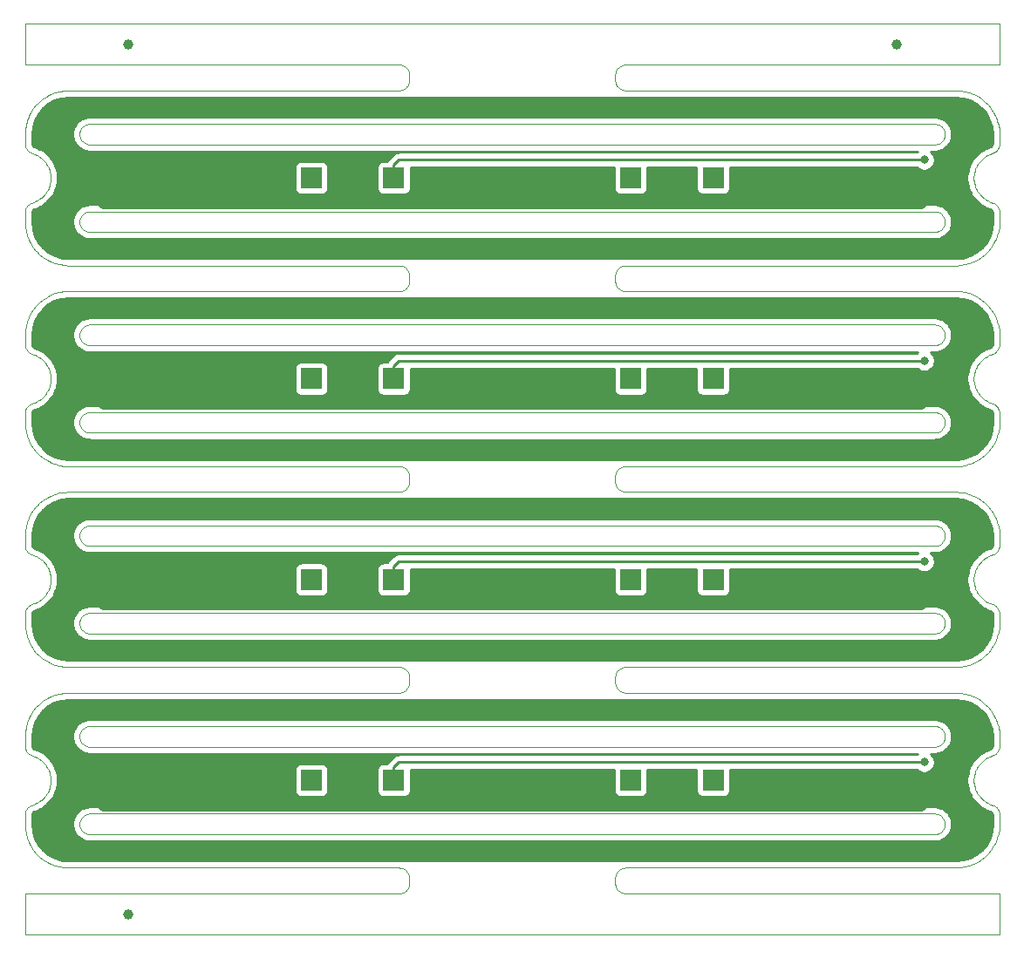
<source format=gbr>
G04 #@! TF.GenerationSoftware,KiCad,Pcbnew,5.1.5+dfsg1-2build2*
G04 #@! TF.CreationDate,2021-10-10T04:01:33+00:00*
G04 #@! TF.ProjectId,base_4.0,62617365-5f34-42e3-902e-6b696361645f,rev?*
G04 #@! TF.SameCoordinates,Original*
G04 #@! TF.FileFunction,Copper,L2,Bot*
G04 #@! TF.FilePolarity,Positive*
%FSLAX46Y46*%
G04 Gerber Fmt 4.6, Leading zero omitted, Abs format (unit mm)*
G04 Created by KiCad (PCBNEW 5.1.5+dfsg1-2build2) date 2021-10-10 04:01:33*
%MOMM*%
%LPD*%
G04 APERTURE LIST*
G04 #@! TA.AperFunction,Profile*
%ADD10C,0.100000*%
G04 #@! TD*
G04 #@! TA.AperFunction,BGAPad,CuDef*
%ADD11C,1.000000*%
G04 #@! TD*
G04 #@! TA.AperFunction,ComponentPad*
%ADD12R,2.000000X2.000000*%
G04 #@! TD*
G04 #@! TA.AperFunction,SMDPad,CuDef*
%ADD13R,3.000000X2.000000*%
G04 #@! TD*
G04 #@! TA.AperFunction,ViaPad*
%ADD14C,0.800000*%
G04 #@! TD*
G04 #@! TA.AperFunction,Conductor*
%ADD15C,0.250000*%
G04 #@! TD*
G04 #@! TA.AperFunction,Conductor*
%ADD16C,0.500000*%
G04 #@! TD*
G04 #@! TA.AperFunction,Conductor*
%ADD17C,0.254000*%
G04 #@! TD*
G04 APERTURE END LIST*
D10*
X138549900Y-102715900D02*
X138451100Y-102736200D01*
X138646400Y-102685700D02*
X138549900Y-102715900D01*
X138739300Y-102645900D02*
X138646400Y-102685700D01*
X138827600Y-102596800D02*
X138739300Y-102645900D01*
X138910600Y-102539100D02*
X138827600Y-102596800D01*
X138987300Y-102473300D02*
X138910600Y-102539100D01*
X139057100Y-102399800D02*
X138987300Y-102473300D01*
X139119000Y-102319900D02*
X139057100Y-102399800D01*
X139172400Y-102234100D02*
X139119000Y-102319900D01*
X139216900Y-102143400D02*
X139172400Y-102234100D01*
X139252000Y-102048600D02*
X139216900Y-102143400D01*
X139277300Y-101950700D02*
X139252000Y-102048600D01*
X139292600Y-101850800D02*
X139277300Y-101950700D01*
X139297700Y-101749900D02*
X139292600Y-101850800D01*
X139292600Y-101649200D02*
X139297700Y-101749900D01*
X139277300Y-101549300D02*
X139292600Y-101649200D01*
X139252000Y-101451500D02*
X139277300Y-101549300D01*
X139216900Y-101356700D02*
X139252000Y-101451500D01*
X139172400Y-101266000D02*
X139216900Y-101356700D01*
X139119000Y-101180200D02*
X139172400Y-101266000D01*
X139057100Y-101100300D02*
X139119000Y-101180200D01*
X138987300Y-101026800D02*
X139057100Y-101100300D01*
X138910600Y-100961000D02*
X138987300Y-101026800D01*
X138827600Y-100903300D02*
X138910600Y-100961000D01*
X138739300Y-100854200D02*
X138827600Y-100903300D01*
X138646600Y-100814500D02*
X138739300Y-100854200D01*
X138550200Y-100784200D02*
X138646600Y-100814500D01*
X138451200Y-100763800D02*
X138550200Y-100784200D01*
X138350700Y-100753600D02*
X138451200Y-100763800D01*
X138274800Y-100751000D02*
X138350700Y-100753600D01*
X56325400Y-100751000D02*
X138274800Y-100751000D01*
X56249200Y-100753600D02*
X56325400Y-100751000D01*
X56148800Y-100763800D02*
X56249200Y-100753600D01*
X56049800Y-100784200D02*
X56148800Y-100763800D01*
X55953400Y-100814500D02*
X56049800Y-100784200D01*
X55860500Y-100854300D02*
X55953400Y-100814500D01*
X55772100Y-100903400D02*
X55860500Y-100854300D01*
X55689200Y-100961100D02*
X55772100Y-100903400D01*
X55612500Y-101027000D02*
X55689200Y-100961100D01*
X55542900Y-101100300D02*
X55612500Y-101027000D01*
X55481000Y-101180200D02*
X55542900Y-101100300D01*
X55427600Y-101266000D02*
X55481000Y-101180200D01*
X55383100Y-101356700D02*
X55427600Y-101266000D01*
X55348100Y-101451200D02*
X55383100Y-101356700D01*
X55322700Y-101549100D02*
X55348100Y-101451200D01*
X55307400Y-101649000D02*
X55322700Y-101549100D01*
X55302300Y-101749900D02*
X55307400Y-101649000D01*
X55307400Y-101850800D02*
X55302300Y-101749900D01*
X55322700Y-101950700D02*
X55307400Y-101850800D01*
X55348000Y-102048600D02*
X55322700Y-101950700D01*
X55383100Y-102143400D02*
X55348000Y-102048600D01*
X55427600Y-102234100D02*
X55383100Y-102143400D01*
X55481000Y-102319900D02*
X55427600Y-102234100D01*
X55542900Y-102399800D02*
X55481000Y-102319900D01*
X55612500Y-102473100D02*
X55542900Y-102399800D01*
X55689200Y-102538900D02*
X55612500Y-102473100D01*
X55772100Y-102596700D02*
X55689200Y-102538900D01*
X55860500Y-102645700D02*
X55772100Y-102596700D01*
X55953400Y-102685600D02*
X55860500Y-102645700D01*
X56049800Y-102715900D02*
X55953400Y-102685600D01*
X56148800Y-102736200D02*
X56049800Y-102715900D01*
X56249300Y-102746500D02*
X56148800Y-102736200D01*
X56325200Y-102749000D02*
X56249300Y-102746500D01*
X138274900Y-102749000D02*
X56325200Y-102749000D01*
X138350500Y-102746500D02*
X138274900Y-102749000D01*
X138451100Y-102736200D02*
X138350500Y-102746500D01*
X138549900Y-94215900D02*
X138451100Y-94236200D01*
X138646400Y-94185700D02*
X138549900Y-94215900D01*
X138739300Y-94145900D02*
X138646400Y-94185700D01*
X138827600Y-94096800D02*
X138739300Y-94145900D01*
X138910600Y-94039100D02*
X138827600Y-94096800D01*
X138987300Y-93973300D02*
X138910600Y-94039100D01*
X139057100Y-93899800D02*
X138987300Y-93973300D01*
X139119000Y-93819900D02*
X139057100Y-93899800D01*
X139172400Y-93734100D02*
X139119000Y-93819900D01*
X139216900Y-93643400D02*
X139172400Y-93734100D01*
X139252000Y-93548600D02*
X139216900Y-93643400D01*
X139277300Y-93450700D02*
X139252000Y-93548600D01*
X139292600Y-93350800D02*
X139277300Y-93450700D01*
X139297700Y-93249900D02*
X139292600Y-93350800D01*
X139292600Y-93149200D02*
X139297700Y-93249900D01*
X139277300Y-93049300D02*
X139292600Y-93149200D01*
X139252000Y-92951500D02*
X139277300Y-93049300D01*
X139216900Y-92856700D02*
X139252000Y-92951500D01*
X139172400Y-92766000D02*
X139216900Y-92856700D01*
X139119000Y-92680200D02*
X139172400Y-92766000D01*
X139057100Y-92600300D02*
X139119000Y-92680200D01*
X138987300Y-92526800D02*
X139057100Y-92600300D01*
X138910600Y-92461000D02*
X138987300Y-92526800D01*
X138827600Y-92403300D02*
X138910600Y-92461000D01*
X138739300Y-92354200D02*
X138827600Y-92403300D01*
X138646600Y-92314500D02*
X138739300Y-92354200D01*
X138550200Y-92284200D02*
X138646600Y-92314500D01*
X138451200Y-92263800D02*
X138550200Y-92284200D01*
X138350700Y-92253600D02*
X138451200Y-92263800D01*
X138274800Y-92251000D02*
X138350700Y-92253600D01*
X56325400Y-92251000D02*
X138274800Y-92251000D01*
X56249200Y-92253600D02*
X56325400Y-92251000D01*
X56148800Y-92263800D02*
X56249200Y-92253600D01*
X56049800Y-92284200D02*
X56148800Y-92263800D01*
X55953400Y-92314500D02*
X56049800Y-92284200D01*
X55860500Y-92354300D02*
X55953400Y-92314500D01*
X55772100Y-92403400D02*
X55860500Y-92354300D01*
X55689200Y-92461100D02*
X55772100Y-92403400D01*
X55612500Y-92527000D02*
X55689200Y-92461100D01*
X55542900Y-92600300D02*
X55612500Y-92527000D01*
X55481000Y-92680200D02*
X55542900Y-92600300D01*
X55427600Y-92766000D02*
X55481000Y-92680200D01*
X55383100Y-92856700D02*
X55427600Y-92766000D01*
X55348100Y-92951200D02*
X55383100Y-92856700D01*
X55322700Y-93049100D02*
X55348100Y-92951200D01*
X55307400Y-93149000D02*
X55322700Y-93049100D01*
X55302300Y-93249900D02*
X55307400Y-93149000D01*
X55307400Y-93350800D02*
X55302300Y-93249900D01*
X55322700Y-93450700D02*
X55307400Y-93350800D01*
X55348000Y-93548600D02*
X55322700Y-93450700D01*
X55383100Y-93643400D02*
X55348000Y-93548600D01*
X55427600Y-93734100D02*
X55383100Y-93643400D01*
X55481000Y-93819900D02*
X55427600Y-93734100D01*
X55542900Y-93899800D02*
X55481000Y-93819900D01*
X55612500Y-93973100D02*
X55542900Y-93899800D01*
X55689200Y-94038900D02*
X55612500Y-93973100D01*
X55772100Y-94096700D02*
X55689200Y-94038900D01*
X55860500Y-94145700D02*
X55772100Y-94096700D01*
X55953400Y-94185600D02*
X55860500Y-94145700D01*
X56049800Y-94215900D02*
X55953400Y-94185600D01*
X56148800Y-94236200D02*
X56049800Y-94215900D01*
X56249300Y-94246500D02*
X56148800Y-94236200D01*
X56325200Y-94249000D02*
X56249300Y-94246500D01*
X138274900Y-94249000D02*
X56325200Y-94249000D01*
X138350500Y-94246500D02*
X138274900Y-94249000D01*
X138451100Y-94236200D02*
X138350500Y-94246500D01*
X138549900Y-83215900D02*
X138451000Y-83236200D01*
X138646400Y-83185700D02*
X138549900Y-83215900D01*
X138739300Y-83145800D02*
X138646400Y-83185700D01*
X138827600Y-83096800D02*
X138739300Y-83145800D01*
X138910600Y-83039100D02*
X138827600Y-83096800D01*
X138987300Y-82973300D02*
X138910600Y-83039100D01*
X139057100Y-82899800D02*
X138987300Y-82973300D01*
X139119000Y-82819900D02*
X139057100Y-82899800D01*
X139172400Y-82734100D02*
X139119000Y-82819900D01*
X139216900Y-82643300D02*
X139172400Y-82734100D01*
X139252000Y-82548600D02*
X139216900Y-82643300D01*
X139277300Y-82450700D02*
X139252000Y-82548600D01*
X139292600Y-82350800D02*
X139277300Y-82450700D01*
X139297700Y-82249900D02*
X139292600Y-82350800D01*
X139292600Y-82149200D02*
X139297700Y-82249900D01*
X139277300Y-82049300D02*
X139292600Y-82149200D01*
X139252000Y-81951500D02*
X139277300Y-82049300D01*
X139216900Y-81856700D02*
X139252000Y-81951500D01*
X139172400Y-81765900D02*
X139216900Y-81856700D01*
X139119000Y-81680200D02*
X139172400Y-81765900D01*
X139057100Y-81600200D02*
X139119000Y-81680200D01*
X138987300Y-81526800D02*
X139057100Y-81600200D01*
X138910600Y-81461000D02*
X138987300Y-81526800D01*
X138827600Y-81403200D02*
X138910600Y-81461000D01*
X138739300Y-81354200D02*
X138827600Y-81403200D01*
X138646600Y-81314500D02*
X138739300Y-81354200D01*
X138550200Y-81284200D02*
X138646600Y-81314500D01*
X138451200Y-81263800D02*
X138550200Y-81284200D01*
X138350700Y-81253600D02*
X138451200Y-81263800D01*
X138274800Y-81251000D02*
X138350700Y-81253600D01*
X56325300Y-81251000D02*
X138274800Y-81251000D01*
X56249200Y-81253600D02*
X56325300Y-81251000D01*
X56148800Y-81263800D02*
X56249200Y-81253600D01*
X56049800Y-81284200D02*
X56148800Y-81263800D01*
X55953400Y-81314500D02*
X56049800Y-81284200D01*
X55860500Y-81354300D02*
X55953400Y-81314500D01*
X55772100Y-81403400D02*
X55860500Y-81354300D01*
X55689200Y-81461100D02*
X55772100Y-81403400D01*
X55612500Y-81527000D02*
X55689200Y-81461100D01*
X55542900Y-81600200D02*
X55612500Y-81527000D01*
X55481000Y-81680200D02*
X55542900Y-81600200D01*
X55427600Y-81765900D02*
X55481000Y-81680200D01*
X55383100Y-81856700D02*
X55427600Y-81765900D01*
X55348100Y-81951200D02*
X55383100Y-81856700D01*
X55322700Y-82049000D02*
X55348100Y-81951200D01*
X55307400Y-82148900D02*
X55322700Y-82049000D01*
X55302300Y-82249900D02*
X55307400Y-82148900D01*
X55307400Y-82350800D02*
X55302300Y-82249900D01*
X55322700Y-82450700D02*
X55307400Y-82350800D01*
X55348000Y-82548600D02*
X55322700Y-82450700D01*
X55383100Y-82643300D02*
X55348000Y-82548600D01*
X55427600Y-82734100D02*
X55383100Y-82643300D01*
X55481000Y-82819900D02*
X55427600Y-82734100D01*
X55542900Y-82899800D02*
X55481000Y-82819900D01*
X55612500Y-82973100D02*
X55542900Y-82899800D01*
X55689200Y-83038900D02*
X55612500Y-82973100D01*
X55772100Y-83096700D02*
X55689200Y-83038900D01*
X55860500Y-83145700D02*
X55772100Y-83096700D01*
X55953400Y-83185600D02*
X55860500Y-83145700D01*
X56049800Y-83215800D02*
X55953400Y-83185600D01*
X56148800Y-83236200D02*
X56049800Y-83215800D01*
X56249300Y-83246400D02*
X56148800Y-83236200D01*
X56325200Y-83249000D02*
X56249300Y-83246400D01*
X138274800Y-83249000D02*
X56325200Y-83249000D01*
X138350600Y-83246400D02*
X138274800Y-83249000D01*
X138451000Y-83236200D02*
X138350600Y-83246400D01*
X138549900Y-74715900D02*
X138451000Y-74736200D01*
X138646400Y-74685700D02*
X138549900Y-74715900D01*
X138739300Y-74645800D02*
X138646400Y-74685700D01*
X138827600Y-74596800D02*
X138739300Y-74645800D01*
X138910600Y-74539100D02*
X138827600Y-74596800D01*
X138987300Y-74473300D02*
X138910600Y-74539100D01*
X139057100Y-74399800D02*
X138987300Y-74473300D01*
X139119000Y-74319900D02*
X139057100Y-74399800D01*
X139172400Y-74234100D02*
X139119000Y-74319900D01*
X139216900Y-74143300D02*
X139172400Y-74234100D01*
X139252000Y-74048600D02*
X139216900Y-74143300D01*
X139277300Y-73950700D02*
X139252000Y-74048600D01*
X139292600Y-73850800D02*
X139277300Y-73950700D01*
X139297700Y-73749900D02*
X139292600Y-73850800D01*
X139292600Y-73649200D02*
X139297700Y-73749900D01*
X139277300Y-73549300D02*
X139292600Y-73649200D01*
X139252000Y-73451500D02*
X139277300Y-73549300D01*
X139216900Y-73356700D02*
X139252000Y-73451500D01*
X139172400Y-73265900D02*
X139216900Y-73356700D01*
X139119000Y-73180200D02*
X139172400Y-73265900D01*
X139057100Y-73100200D02*
X139119000Y-73180200D01*
X138987300Y-73026800D02*
X139057100Y-73100200D01*
X138910600Y-72961000D02*
X138987300Y-73026800D01*
X138827600Y-72903200D02*
X138910600Y-72961000D01*
X138739300Y-72854200D02*
X138827600Y-72903200D01*
X138646600Y-72814500D02*
X138739300Y-72854200D01*
X138550200Y-72784200D02*
X138646600Y-72814500D01*
X138451200Y-72763800D02*
X138550200Y-72784200D01*
X138350700Y-72753600D02*
X138451200Y-72763800D01*
X138274800Y-72751000D02*
X138350700Y-72753600D01*
X56325300Y-72751000D02*
X138274800Y-72751000D01*
X56249200Y-72753600D02*
X56325300Y-72751000D01*
X56148800Y-72763800D02*
X56249200Y-72753600D01*
X56049800Y-72784200D02*
X56148800Y-72763800D01*
X55953400Y-72814500D02*
X56049800Y-72784200D01*
X55860500Y-72854300D02*
X55953400Y-72814500D01*
X55772100Y-72903400D02*
X55860500Y-72854300D01*
X55689200Y-72961100D02*
X55772100Y-72903400D01*
X55612500Y-73027000D02*
X55689200Y-72961100D01*
X55542900Y-73100200D02*
X55612500Y-73027000D01*
X55481000Y-73180200D02*
X55542900Y-73100200D01*
X55427600Y-73265900D02*
X55481000Y-73180200D01*
X55383100Y-73356700D02*
X55427600Y-73265900D01*
X55348100Y-73451200D02*
X55383100Y-73356700D01*
X55322700Y-73549000D02*
X55348100Y-73451200D01*
X55307400Y-73648900D02*
X55322700Y-73549000D01*
X55302300Y-73749900D02*
X55307400Y-73648900D01*
X55307400Y-73850800D02*
X55302300Y-73749900D01*
X55322700Y-73950700D02*
X55307400Y-73850800D01*
X55348000Y-74048600D02*
X55322700Y-73950700D01*
X55383100Y-74143300D02*
X55348000Y-74048600D01*
X55427600Y-74234100D02*
X55383100Y-74143300D01*
X55481000Y-74319900D02*
X55427600Y-74234100D01*
X55542900Y-74399800D02*
X55481000Y-74319900D01*
X55612500Y-74473100D02*
X55542900Y-74399800D01*
X55689200Y-74538900D02*
X55612500Y-74473100D01*
X55772100Y-74596700D02*
X55689200Y-74538900D01*
X55860500Y-74645700D02*
X55772100Y-74596700D01*
X55953400Y-74685600D02*
X55860500Y-74645700D01*
X56049800Y-74715800D02*
X55953400Y-74685600D01*
X56148800Y-74736200D02*
X56049800Y-74715800D01*
X56249300Y-74746400D02*
X56148800Y-74736200D01*
X56325200Y-74749000D02*
X56249300Y-74746400D01*
X138274800Y-74749000D02*
X56325200Y-74749000D01*
X138350600Y-74746400D02*
X138274800Y-74749000D01*
X138451000Y-74736200D02*
X138350600Y-74746400D01*
X138549900Y-63715900D02*
X138451000Y-63736200D01*
X138646400Y-63685700D02*
X138549900Y-63715900D01*
X138739300Y-63645800D02*
X138646400Y-63685700D01*
X138827600Y-63596800D02*
X138739300Y-63645800D01*
X138910600Y-63539100D02*
X138827600Y-63596800D01*
X138987300Y-63473200D02*
X138910600Y-63539100D01*
X139057100Y-63399800D02*
X138987300Y-63473200D01*
X139118800Y-63320100D02*
X139057100Y-63399800D01*
X139172300Y-63234300D02*
X139118800Y-63320100D01*
X139216800Y-63143600D02*
X139172300Y-63234300D01*
X139251900Y-63048800D02*
X139216800Y-63143600D01*
X139277300Y-62951000D02*
X139251900Y-63048800D01*
X139292600Y-62851100D02*
X139277300Y-62951000D01*
X139297700Y-62750100D02*
X139292600Y-62851100D01*
X139292600Y-62649200D02*
X139297700Y-62750100D01*
X139277300Y-62549300D02*
X139292600Y-62649200D01*
X139252000Y-62451500D02*
X139277300Y-62549300D01*
X139216800Y-62356400D02*
X139252000Y-62451500D01*
X139172300Y-62265700D02*
X139216800Y-62356400D01*
X139118800Y-62179900D02*
X139172300Y-62265700D01*
X139056900Y-62100000D02*
X139118800Y-62179900D01*
X138987300Y-62026800D02*
X139056900Y-62100000D01*
X138910600Y-61960900D02*
X138987300Y-62026800D01*
X138827600Y-61903200D02*
X138910600Y-61960900D01*
X138739500Y-61854300D02*
X138827600Y-61903200D01*
X138646600Y-61814400D02*
X138739500Y-61854300D01*
X138550200Y-61784200D02*
X138646600Y-61814400D01*
X138451200Y-61763800D02*
X138550200Y-61784200D01*
X138350700Y-61753600D02*
X138451200Y-61763800D01*
X138274800Y-61751000D02*
X138350700Y-61753600D01*
X56325200Y-61751000D02*
X138274800Y-61751000D01*
X56249300Y-61753600D02*
X56325200Y-61751000D01*
X56148800Y-61763800D02*
X56249300Y-61753600D01*
X56049800Y-61784200D02*
X56148800Y-61763800D01*
X55953400Y-61814400D02*
X56049800Y-61784200D01*
X55860500Y-61854300D02*
X55953400Y-61814400D01*
X55772100Y-61903400D02*
X55860500Y-61854300D01*
X55689200Y-61961100D02*
X55772100Y-61903400D01*
X55612500Y-62027000D02*
X55689200Y-61961100D01*
X55542900Y-62100200D02*
X55612500Y-62027000D01*
X55481000Y-62180200D02*
X55542900Y-62100200D01*
X55427600Y-62265900D02*
X55481000Y-62180200D01*
X55383100Y-62356700D02*
X55427600Y-62265900D01*
X55348000Y-62451500D02*
X55383100Y-62356700D01*
X55322700Y-62549000D02*
X55348000Y-62451500D01*
X55307400Y-62648900D02*
X55322700Y-62549000D01*
X55302300Y-62749900D02*
X55307400Y-62648900D01*
X55307400Y-62850800D02*
X55302300Y-62749900D01*
X55322700Y-62950700D02*
X55307400Y-62850800D01*
X55348000Y-63048500D02*
X55322700Y-62950700D01*
X55383100Y-63143300D02*
X55348000Y-63048500D01*
X55427600Y-63234100D02*
X55383100Y-63143300D01*
X55481000Y-63319900D02*
X55427600Y-63234100D01*
X55542900Y-63399800D02*
X55481000Y-63319900D01*
X55612500Y-63473000D02*
X55542900Y-63399800D01*
X55689200Y-63538900D02*
X55612500Y-63473000D01*
X55772100Y-63596600D02*
X55689200Y-63538900D01*
X55860500Y-63645700D02*
X55772100Y-63596600D01*
X55953400Y-63685600D02*
X55860500Y-63645700D01*
X56049800Y-63715800D02*
X55953400Y-63685600D01*
X56148800Y-63736200D02*
X56049800Y-63715800D01*
X56249300Y-63746400D02*
X56148800Y-63736200D01*
X56325200Y-63749000D02*
X56249300Y-63746400D01*
X138274800Y-63749000D02*
X56325200Y-63749000D01*
X138350700Y-63746400D02*
X138274800Y-63749000D01*
X138451000Y-63736200D02*
X138350700Y-63746400D01*
X138549900Y-55215900D02*
X138451000Y-55236200D01*
X138646400Y-55185700D02*
X138549900Y-55215900D01*
X138739300Y-55145800D02*
X138646400Y-55185700D01*
X138827600Y-55096800D02*
X138739300Y-55145800D01*
X138910600Y-55039100D02*
X138827600Y-55096800D01*
X138987300Y-54973200D02*
X138910600Y-55039100D01*
X139057100Y-54899800D02*
X138987300Y-54973200D01*
X139118800Y-54820100D02*
X139057100Y-54899800D01*
X139172300Y-54734300D02*
X139118800Y-54820100D01*
X139216800Y-54643600D02*
X139172300Y-54734300D01*
X139251900Y-54548800D02*
X139216800Y-54643600D01*
X139277300Y-54451000D02*
X139251900Y-54548800D01*
X139292600Y-54351100D02*
X139277300Y-54451000D01*
X139297700Y-54250100D02*
X139292600Y-54351100D01*
X139292600Y-54149200D02*
X139297700Y-54250100D01*
X139277300Y-54049300D02*
X139292600Y-54149200D01*
X139252000Y-53951500D02*
X139277300Y-54049300D01*
X139216800Y-53856400D02*
X139252000Y-53951500D01*
X139172300Y-53765700D02*
X139216800Y-53856400D01*
X139118800Y-53679900D02*
X139172300Y-53765700D01*
X139056900Y-53600000D02*
X139118800Y-53679900D01*
X138987300Y-53526800D02*
X139056900Y-53600000D01*
X138910600Y-53460900D02*
X138987300Y-53526800D01*
X138827600Y-53403200D02*
X138910600Y-53460900D01*
X138739500Y-53354300D02*
X138827600Y-53403200D01*
X138646600Y-53314400D02*
X138739500Y-53354300D01*
X138550200Y-53284200D02*
X138646600Y-53314400D01*
X138451200Y-53263800D02*
X138550200Y-53284200D01*
X138350700Y-53253600D02*
X138451200Y-53263800D01*
X138274800Y-53251000D02*
X138350700Y-53253600D01*
X56325200Y-53251000D02*
X138274800Y-53251000D01*
X56249300Y-53253600D02*
X56325200Y-53251000D01*
X56148800Y-53263800D02*
X56249300Y-53253600D01*
X56049800Y-53284200D02*
X56148800Y-53263800D01*
X55953400Y-53314400D02*
X56049800Y-53284200D01*
X55860500Y-53354300D02*
X55953400Y-53314400D01*
X55772100Y-53403400D02*
X55860500Y-53354300D01*
X55689200Y-53461100D02*
X55772100Y-53403400D01*
X55612500Y-53527000D02*
X55689200Y-53461100D01*
X55542900Y-53600200D02*
X55612500Y-53527000D01*
X55481000Y-53680200D02*
X55542900Y-53600200D01*
X55427600Y-53765900D02*
X55481000Y-53680200D01*
X55383100Y-53856700D02*
X55427600Y-53765900D01*
X55348000Y-53951500D02*
X55383100Y-53856700D01*
X55322700Y-54049000D02*
X55348000Y-53951500D01*
X55307400Y-54148900D02*
X55322700Y-54049000D01*
X55302300Y-54249900D02*
X55307400Y-54148900D01*
X55307400Y-54350800D02*
X55302300Y-54249900D01*
X55322700Y-54450700D02*
X55307400Y-54350800D01*
X55348000Y-54548500D02*
X55322700Y-54450700D01*
X55383100Y-54643300D02*
X55348000Y-54548500D01*
X55427600Y-54734100D02*
X55383100Y-54643300D01*
X55481000Y-54819900D02*
X55427600Y-54734100D01*
X55542900Y-54899800D02*
X55481000Y-54819900D01*
X55612500Y-54973000D02*
X55542900Y-54899800D01*
X55689200Y-55038900D02*
X55612500Y-54973000D01*
X55772100Y-55096600D02*
X55689200Y-55038900D01*
X55860500Y-55145700D02*
X55772100Y-55096600D01*
X55953400Y-55185600D02*
X55860500Y-55145700D01*
X56049800Y-55215800D02*
X55953400Y-55185600D01*
X56148800Y-55236200D02*
X56049800Y-55215800D01*
X56249300Y-55246400D02*
X56148800Y-55236200D01*
X56325200Y-55249000D02*
X56249300Y-55246400D01*
X138274800Y-55249000D02*
X56325200Y-55249000D01*
X138350700Y-55246400D02*
X138274800Y-55249000D01*
X138451000Y-55236200D02*
X138350700Y-55246400D01*
X138550200Y-122215900D02*
X138450700Y-122236300D01*
X138646600Y-122185600D02*
X138550200Y-122215900D01*
X138739500Y-122145700D02*
X138646600Y-122185600D01*
X138827900Y-122096700D02*
X138739500Y-122145700D01*
X138910800Y-122038900D02*
X138827900Y-122096700D01*
X138987500Y-121973100D02*
X138910800Y-122038900D01*
X139057100Y-121899800D02*
X138987500Y-121973100D01*
X139119000Y-121819900D02*
X139057100Y-121899800D01*
X139172400Y-121734100D02*
X139119000Y-121819900D01*
X139216900Y-121643400D02*
X139172400Y-121734100D01*
X139252000Y-121548600D02*
X139216900Y-121643400D01*
X139277300Y-121450800D02*
X139252000Y-121548600D01*
X139292600Y-121350900D02*
X139277300Y-121450800D01*
X139297700Y-121249900D02*
X139292600Y-121350900D01*
X139292600Y-121149300D02*
X139297700Y-121249900D01*
X139277300Y-121049300D02*
X139292600Y-121149300D01*
X139252000Y-120951500D02*
X139277300Y-121049300D01*
X139216900Y-120856700D02*
X139252000Y-120951500D01*
X139172400Y-120766000D02*
X139216900Y-120856700D01*
X139119000Y-120680200D02*
X139172400Y-120766000D01*
X139057100Y-120600300D02*
X139119000Y-120680200D01*
X138987300Y-120526800D02*
X139057100Y-120600300D01*
X138910600Y-120461000D02*
X138987300Y-120526800D01*
X138827600Y-120403300D02*
X138910600Y-120461000D01*
X138739300Y-120354200D02*
X138827600Y-120403300D01*
X138646600Y-120314500D02*
X138739300Y-120354200D01*
X138550200Y-120284200D02*
X138646600Y-120314500D01*
X138451200Y-120263900D02*
X138550200Y-120284200D01*
X138350700Y-120253600D02*
X138451200Y-120263900D01*
X138274800Y-120251100D02*
X138350700Y-120253600D01*
X56325000Y-120251100D02*
X138274800Y-120251100D01*
X56249600Y-120253600D02*
X56325000Y-120251100D01*
X56148800Y-120263900D02*
X56249600Y-120253600D01*
X56049800Y-120284200D02*
X56148800Y-120263900D01*
X55953400Y-120314500D02*
X56049800Y-120284200D01*
X55860500Y-120354400D02*
X55953400Y-120314500D01*
X55772100Y-120403400D02*
X55860500Y-120354400D01*
X55689200Y-120461200D02*
X55772100Y-120403400D01*
X55612500Y-120527000D02*
X55689200Y-120461200D01*
X55542900Y-120600300D02*
X55612500Y-120527000D01*
X55481000Y-120680200D02*
X55542900Y-120600300D01*
X55427600Y-120766000D02*
X55481000Y-120680200D01*
X55383100Y-120856700D02*
X55427600Y-120766000D01*
X55348100Y-120951200D02*
X55383100Y-120856700D01*
X55322700Y-121049100D02*
X55348100Y-120951200D01*
X55307400Y-121149000D02*
X55322700Y-121049100D01*
X55302300Y-121249900D02*
X55307400Y-121149000D01*
X55307400Y-121350900D02*
X55302300Y-121249900D01*
X55322700Y-121450800D02*
X55307400Y-121350900D01*
X55348000Y-121548600D02*
X55322700Y-121450800D01*
X55383100Y-121643400D02*
X55348000Y-121548600D01*
X55427600Y-121734100D02*
X55383100Y-121643400D01*
X55481000Y-121819900D02*
X55427600Y-121734100D01*
X55542900Y-121899800D02*
X55481000Y-121819900D01*
X55612500Y-121973100D02*
X55542900Y-121899800D01*
X55689200Y-122038900D02*
X55612500Y-121973100D01*
X55772100Y-122096700D02*
X55689200Y-122038900D01*
X55860500Y-122145700D02*
X55772100Y-122096700D01*
X55953400Y-122185600D02*
X55860500Y-122145700D01*
X56049800Y-122215900D02*
X55953400Y-122185600D01*
X56148800Y-122236200D02*
X56049800Y-122215900D01*
X56249300Y-122246500D02*
X56148800Y-122236200D01*
X56325200Y-122249100D02*
X56249300Y-122246500D01*
X138274500Y-122249100D02*
X56325200Y-122249100D01*
X138350900Y-122246500D02*
X138274500Y-122249100D01*
X138450700Y-122236300D02*
X138350900Y-122246500D01*
X138550200Y-113715900D02*
X138450700Y-113736300D01*
X138646600Y-113685600D02*
X138550200Y-113715900D01*
X138739500Y-113645700D02*
X138646600Y-113685600D01*
X138827900Y-113596700D02*
X138739500Y-113645700D01*
X138910800Y-113538900D02*
X138827900Y-113596700D01*
X138987500Y-113473100D02*
X138910800Y-113538900D01*
X139057100Y-113399800D02*
X138987500Y-113473100D01*
X139119000Y-113319900D02*
X139057100Y-113399800D01*
X139172400Y-113234100D02*
X139119000Y-113319900D01*
X139216900Y-113143400D02*
X139172400Y-113234100D01*
X139252000Y-113048600D02*
X139216900Y-113143400D01*
X139277300Y-112950800D02*
X139252000Y-113048600D01*
X139292600Y-112850900D02*
X139277300Y-112950800D01*
X139297700Y-112749900D02*
X139292600Y-112850900D01*
X139292600Y-112649300D02*
X139297700Y-112749900D01*
X139277300Y-112549300D02*
X139292600Y-112649300D01*
X139252000Y-112451500D02*
X139277300Y-112549300D01*
X139216900Y-112356700D02*
X139252000Y-112451500D01*
X139172400Y-112266000D02*
X139216900Y-112356700D01*
X139119000Y-112180200D02*
X139172400Y-112266000D01*
X139057100Y-112100300D02*
X139119000Y-112180200D01*
X138987300Y-112026800D02*
X139057100Y-112100300D01*
X138910600Y-111961000D02*
X138987300Y-112026800D01*
X138827600Y-111903300D02*
X138910600Y-111961000D01*
X138739300Y-111854200D02*
X138827600Y-111903300D01*
X138646600Y-111814500D02*
X138739300Y-111854200D01*
X138550200Y-111784200D02*
X138646600Y-111814500D01*
X138451200Y-111763900D02*
X138550200Y-111784200D01*
X138350700Y-111753600D02*
X138451200Y-111763900D01*
X138274800Y-111751100D02*
X138350700Y-111753600D01*
X56325000Y-111751100D02*
X138274800Y-111751100D01*
X56249600Y-111753600D02*
X56325000Y-111751100D01*
X56148800Y-111763900D02*
X56249600Y-111753600D01*
X56049800Y-111784200D02*
X56148800Y-111763900D01*
X55953400Y-111814500D02*
X56049800Y-111784200D01*
X55860500Y-111854400D02*
X55953400Y-111814500D01*
X55772100Y-111903400D02*
X55860500Y-111854400D01*
X55689200Y-111961200D02*
X55772100Y-111903400D01*
X55612500Y-112027000D02*
X55689200Y-111961200D01*
X55542900Y-112100300D02*
X55612500Y-112027000D01*
X55481000Y-112180200D02*
X55542900Y-112100300D01*
X55427600Y-112266000D02*
X55481000Y-112180200D01*
X55383100Y-112356700D02*
X55427600Y-112266000D01*
X55348100Y-112451200D02*
X55383100Y-112356700D01*
X55322700Y-112549100D02*
X55348100Y-112451200D01*
X55307400Y-112649000D02*
X55322700Y-112549100D01*
X55302300Y-112749900D02*
X55307400Y-112649000D01*
X55307400Y-112850900D02*
X55302300Y-112749900D01*
X55322700Y-112950800D02*
X55307400Y-112850900D01*
X55348000Y-113048600D02*
X55322700Y-112950800D01*
X55383100Y-113143400D02*
X55348000Y-113048600D01*
X55427600Y-113234100D02*
X55383100Y-113143400D01*
X55481000Y-113319900D02*
X55427600Y-113234100D01*
X55542900Y-113399800D02*
X55481000Y-113319900D01*
X55612500Y-113473100D02*
X55542900Y-113399800D01*
X55689200Y-113538900D02*
X55612500Y-113473100D01*
X55772100Y-113596700D02*
X55689200Y-113538900D01*
X55860500Y-113645700D02*
X55772100Y-113596700D01*
X55953400Y-113685600D02*
X55860500Y-113645700D01*
X56049800Y-113715900D02*
X55953400Y-113685600D01*
X56148800Y-113736200D02*
X56049800Y-113715900D01*
X56249300Y-113746500D02*
X56148800Y-113736200D01*
X56325200Y-113749100D02*
X56249300Y-113746500D01*
X138274500Y-113749100D02*
X56325200Y-113749100D01*
X138350900Y-113746500D02*
X138274500Y-113749100D01*
X138450700Y-113736300D02*
X138350900Y-113746500D01*
X144576500Y-43499000D02*
X50009200Y-43499700D01*
X144591800Y-43499800D02*
X144576500Y-43499000D01*
X144597000Y-43502300D02*
X144591800Y-43499800D01*
X144600200Y-43508200D02*
X144597000Y-43502300D01*
X144601000Y-43523500D02*
X144600200Y-43508200D01*
X144601000Y-47475500D02*
X144601000Y-43523500D01*
X144599700Y-47492700D02*
X144601000Y-47475500D01*
X144597000Y-47496700D02*
X144599700Y-47492700D01*
X144591800Y-47499200D02*
X144597000Y-47496700D01*
X108291300Y-47500000D02*
X144591800Y-47499200D01*
X108194000Y-47504800D02*
X108291300Y-47500000D01*
X108097900Y-47519000D02*
X108194000Y-47504800D01*
X108003600Y-47542600D02*
X108097900Y-47519000D01*
X107912200Y-47575400D02*
X108003600Y-47542600D01*
X107824300Y-47616900D02*
X107912200Y-47575400D01*
X107741000Y-47666900D02*
X107824300Y-47616900D01*
X107663000Y-47724700D02*
X107741000Y-47666900D01*
X107591000Y-47790000D02*
X107663000Y-47724700D01*
X107525700Y-47862000D02*
X107591000Y-47790000D01*
X107467900Y-47940000D02*
X107525700Y-47862000D01*
X107417900Y-48023300D02*
X107467900Y-47940000D01*
X107376400Y-48111100D02*
X107417900Y-48023300D01*
X107343700Y-48202600D02*
X107376400Y-48111100D01*
X107320000Y-48296900D02*
X107343700Y-48202600D01*
X107305800Y-48393000D02*
X107320000Y-48296900D01*
X107301000Y-48490200D02*
X107305800Y-48393000D01*
X107301000Y-49008800D02*
X107301000Y-48490200D01*
X107305800Y-49106000D02*
X107301000Y-49008800D01*
X107320000Y-49202100D02*
X107305800Y-49106000D01*
X107343700Y-49296400D02*
X107320000Y-49202100D01*
X107376400Y-49387900D02*
X107343700Y-49296400D01*
X107417900Y-49475700D02*
X107376400Y-49387900D01*
X107467900Y-49559000D02*
X107417900Y-49475700D01*
X107525700Y-49637000D02*
X107467900Y-49559000D01*
X107591000Y-49709000D02*
X107525700Y-49637000D01*
X107663000Y-49774300D02*
X107591000Y-49709000D01*
X107741000Y-49832100D02*
X107663000Y-49774300D01*
X107824300Y-49882100D02*
X107741000Y-49832100D01*
X107912200Y-49923600D02*
X107824300Y-49882100D01*
X108003600Y-49956400D02*
X107912200Y-49923600D01*
X108097900Y-49980000D02*
X108003600Y-49956400D01*
X108194000Y-49994200D02*
X108097900Y-49980000D01*
X108291300Y-49999000D02*
X108194000Y-49994200D01*
X140343400Y-49999000D02*
X108291300Y-49999000D01*
X140794600Y-50022700D02*
X140343400Y-49999000D01*
X141220800Y-50089800D02*
X140794600Y-50022700D01*
X141246500Y-50095300D02*
X141220800Y-50089800D01*
X141663300Y-50207300D02*
X141246500Y-50095300D01*
X142066700Y-50361800D02*
X141663300Y-50207300D01*
X142090700Y-50372500D02*
X142066700Y-50361800D01*
X142475100Y-50568700D02*
X142090700Y-50372500D01*
X142848300Y-50811000D02*
X142475100Y-50568700D01*
X143194500Y-51091300D02*
X142848300Y-50811000D01*
X143499800Y-51396200D02*
X143194500Y-51091300D01*
X143517400Y-51415700D02*
X143499800Y-51396200D01*
X143780800Y-51741100D02*
X143517400Y-51415700D01*
X143796300Y-51762300D02*
X143780800Y-51741100D01*
X144031100Y-52124500D02*
X143796300Y-51762300D01*
X144227500Y-52509200D02*
X144031100Y-52124500D01*
X144238200Y-52533200D02*
X144227500Y-52509200D01*
X144388200Y-52924100D02*
X144238200Y-52533200D01*
X144396300Y-52949100D02*
X144388200Y-52924100D01*
X144507800Y-53366500D02*
X144396300Y-52949100D01*
X144577300Y-53805500D02*
X144507800Y-53366500D01*
X144600900Y-54250100D02*
X144577300Y-53805500D01*
X144600900Y-55145800D02*
X144600900Y-54250100D01*
X144595900Y-55244100D02*
X144600900Y-55145800D01*
X144583400Y-55329600D02*
X144595900Y-55244100D01*
X144578600Y-55353900D02*
X144583400Y-55329600D01*
X144553400Y-55449200D02*
X144578600Y-55353900D01*
X144524000Y-55530000D02*
X144553400Y-55449200D01*
X144487300Y-55608200D02*
X144524000Y-55530000D01*
X144475600Y-55630000D02*
X144487300Y-55608200D01*
X144430700Y-55703900D02*
X144475600Y-55630000D01*
X144372100Y-55782500D02*
X144430700Y-55703900D01*
X144314100Y-55846600D02*
X144372100Y-55782500D01*
X144296500Y-55864100D02*
X144314100Y-55846600D01*
X144232100Y-55921700D02*
X144296500Y-55864100D01*
X144152700Y-55980100D02*
X144232100Y-55921700D01*
X144057300Y-56035700D02*
X144152700Y-55980100D01*
X143978600Y-56072200D02*
X144057300Y-56035700D01*
X143700100Y-56170700D02*
X143978600Y-56072200D01*
X143609400Y-56207800D02*
X143700100Y-56170700D01*
X143475300Y-56270600D02*
X143609400Y-56207800D01*
X143388700Y-56316400D02*
X143475300Y-56270600D01*
X143261400Y-56392000D02*
X143388700Y-56316400D01*
X143179800Y-56446200D02*
X143261400Y-56392000D01*
X143060600Y-56533900D02*
X143179800Y-56446200D01*
X142984600Y-56595900D02*
X143060600Y-56533900D01*
X142874600Y-56694900D02*
X142984600Y-56595900D01*
X142805100Y-56764000D02*
X142874600Y-56694900D01*
X142705400Y-56873400D02*
X142805100Y-56764000D01*
X142643000Y-56949000D02*
X142705400Y-56873400D01*
X142554500Y-57067700D02*
X142643000Y-56949000D01*
X142499900Y-57149100D02*
X142554500Y-57067700D01*
X142423600Y-57275900D02*
X142499900Y-57149100D01*
X142377200Y-57362300D02*
X142423600Y-57275900D01*
X142313700Y-57496000D02*
X142377200Y-57362300D01*
X142276000Y-57586500D02*
X142313700Y-57496000D01*
X142226000Y-57725800D02*
X142276000Y-57586500D01*
X142197400Y-57819500D02*
X142226000Y-57725800D01*
X142161300Y-57963100D02*
X142197400Y-57819500D01*
X142142200Y-58059200D02*
X142161300Y-57963100D01*
X142120400Y-58205600D02*
X142142200Y-58059200D01*
X142110700Y-58303100D02*
X142120400Y-58205600D01*
X142103400Y-58451000D02*
X142110700Y-58303100D01*
X142103400Y-58549000D02*
X142103400Y-58451000D01*
X142110700Y-58696900D02*
X142103400Y-58549000D01*
X142120400Y-58794400D02*
X142110700Y-58696900D01*
X142142200Y-58940800D02*
X142120400Y-58794400D01*
X142161300Y-59036900D02*
X142142200Y-58940800D01*
X142197400Y-59180500D02*
X142161300Y-59036900D01*
X142226000Y-59274200D02*
X142197400Y-59180500D01*
X142276000Y-59413500D02*
X142226000Y-59274200D01*
X142313700Y-59504000D02*
X142276000Y-59413500D01*
X142377200Y-59637700D02*
X142313700Y-59504000D01*
X142423600Y-59724100D02*
X142377200Y-59637700D01*
X142499900Y-59850900D02*
X142423600Y-59724100D01*
X142554500Y-59932300D02*
X142499900Y-59850900D01*
X142643000Y-60051000D02*
X142554500Y-59932300D01*
X142705400Y-60126600D02*
X142643000Y-60051000D01*
X142805100Y-60236000D02*
X142705400Y-60126600D01*
X142874600Y-60305100D02*
X142805100Y-60236000D01*
X142984600Y-60404100D02*
X142874600Y-60305100D01*
X143060600Y-60466100D02*
X142984600Y-60404100D01*
X143179800Y-60553800D02*
X143060600Y-60466100D01*
X143261500Y-60608000D02*
X143179800Y-60553800D01*
X143388700Y-60683600D02*
X143261500Y-60608000D01*
X143475300Y-60729500D02*
X143388700Y-60683600D01*
X143609400Y-60792200D02*
X143475300Y-60729500D01*
X143700100Y-60829300D02*
X143609400Y-60792200D01*
X143979100Y-60928000D02*
X143700100Y-60829300D01*
X144068400Y-60969800D02*
X143979100Y-60928000D01*
X144162800Y-61027000D02*
X144068400Y-60969800D01*
X144241700Y-61086500D02*
X144162800Y-61027000D01*
X144305400Y-61144300D02*
X144241700Y-61086500D01*
X144363800Y-61207900D02*
X144305400Y-61144300D01*
X144379500Y-61227000D02*
X144363800Y-61207900D01*
X144430700Y-61296100D02*
X144379500Y-61227000D01*
X144481800Y-61381000D02*
X144430700Y-61296100D01*
X144524100Y-61470000D02*
X144481800Y-61381000D01*
X144557400Y-61562800D02*
X144524100Y-61470000D01*
X144581400Y-61658400D02*
X144557400Y-61562800D01*
X144594300Y-61743400D02*
X144581400Y-61658400D01*
X144596800Y-61768000D02*
X144594300Y-61743400D01*
X144601000Y-61860300D02*
X144596800Y-61768000D01*
X144600900Y-62749900D02*
X144601000Y-61860300D01*
X144578400Y-63181200D02*
X144600900Y-62749900D01*
X144575700Y-63207300D02*
X144578400Y-63181200D01*
X144510200Y-63620800D02*
X144575700Y-63207300D01*
X144504700Y-63646500D02*
X144510200Y-63620800D01*
X144392700Y-64063300D02*
X144504700Y-63646500D01*
X144238200Y-64466700D02*
X144392700Y-64063300D01*
X144227500Y-64490700D02*
X144238200Y-64466700D01*
X144031300Y-64875100D02*
X144227500Y-64490700D01*
X143788700Y-65248700D02*
X144031300Y-64875100D01*
X143517400Y-65584200D02*
X143788700Y-65248700D01*
X143499800Y-65603800D02*
X143517400Y-65584200D01*
X143194400Y-65908700D02*
X143499800Y-65603800D01*
X142858900Y-66180800D02*
X143194400Y-65908700D01*
X142837700Y-66196300D02*
X142858900Y-66180800D01*
X142475500Y-66431100D02*
X142837700Y-66196300D01*
X142078600Y-66633300D02*
X142475500Y-66431100D01*
X141663300Y-66792700D02*
X142078600Y-66633300D01*
X141233500Y-66907800D02*
X141663300Y-66792700D01*
X140794000Y-66977400D02*
X141233500Y-66907800D01*
X140343600Y-67001000D02*
X140794000Y-66977400D01*
X108291300Y-67001000D02*
X140343600Y-67001000D01*
X108194000Y-67005800D02*
X108291300Y-67001000D01*
X108097900Y-67020000D02*
X108194000Y-67005800D01*
X108003600Y-67043600D02*
X108097900Y-67020000D01*
X107912200Y-67076400D02*
X108003600Y-67043600D01*
X107824300Y-67117900D02*
X107912200Y-67076400D01*
X107741000Y-67167900D02*
X107824300Y-67117900D01*
X107663000Y-67225700D02*
X107741000Y-67167900D01*
X107591000Y-67291000D02*
X107663000Y-67225700D01*
X107525700Y-67363000D02*
X107591000Y-67291000D01*
X107467900Y-67441000D02*
X107525700Y-67363000D01*
X107417900Y-67524300D02*
X107467900Y-67441000D01*
X107376400Y-67612100D02*
X107417900Y-67524300D01*
X107343700Y-67703600D02*
X107376400Y-67612100D01*
X107320000Y-67797900D02*
X107343700Y-67703600D01*
X107305800Y-67894000D02*
X107320000Y-67797900D01*
X107301000Y-67991200D02*
X107305800Y-67894000D01*
X107301000Y-68508800D02*
X107301000Y-67991200D01*
X107305800Y-68606000D02*
X107301000Y-68508800D01*
X107320000Y-68702100D02*
X107305800Y-68606000D01*
X107343700Y-68796400D02*
X107320000Y-68702100D01*
X107376400Y-68887900D02*
X107343700Y-68796400D01*
X107417900Y-68975700D02*
X107376400Y-68887900D01*
X107467900Y-69059000D02*
X107417900Y-68975700D01*
X107525700Y-69137000D02*
X107467900Y-69059000D01*
X107591000Y-69209000D02*
X107525700Y-69137000D01*
X107663000Y-69274300D02*
X107591000Y-69209000D01*
X107741000Y-69332200D02*
X107663000Y-69274300D01*
X107824300Y-69382100D02*
X107741000Y-69332200D01*
X107912200Y-69423600D02*
X107824300Y-69382100D01*
X108003600Y-69456400D02*
X107912200Y-69423600D01*
X108097900Y-69480000D02*
X108003600Y-69456400D01*
X108194000Y-69494200D02*
X108097900Y-69480000D01*
X108291300Y-69499000D02*
X108194000Y-69494200D01*
X140350200Y-69499100D02*
X108291300Y-69499000D01*
X140794600Y-69522700D02*
X140350200Y-69499100D01*
X141233500Y-69592200D02*
X140794600Y-69522700D01*
X141663300Y-69707300D02*
X141233500Y-69592200D01*
X142066700Y-69861800D02*
X141663300Y-69707300D01*
X142090700Y-69872500D02*
X142066700Y-69861800D01*
X142463800Y-70062600D02*
X142090700Y-69872500D01*
X142486500Y-70075700D02*
X142463800Y-70062600D01*
X142848700Y-70311300D02*
X142486500Y-70075700D01*
X143184200Y-70582600D02*
X142848700Y-70311300D01*
X143203800Y-70600200D02*
X143184200Y-70582600D01*
X143499800Y-70896200D02*
X143203800Y-70600200D01*
X143517400Y-70915800D02*
X143499800Y-70896200D01*
X143788700Y-71251400D02*
X143517400Y-70915800D01*
X144024300Y-71613500D02*
X143788700Y-71251400D01*
X144037400Y-71636200D02*
X144024300Y-71613500D01*
X144233100Y-72020900D02*
X144037400Y-71636200D01*
X144392500Y-72436300D02*
X144233100Y-72020900D01*
X144507700Y-72866000D02*
X144392500Y-72436300D01*
X144577400Y-73306000D02*
X144507700Y-72866000D01*
X144601000Y-73756400D02*
X144577400Y-73306000D01*
X144601000Y-74639900D02*
X144601000Y-73756400D01*
X144596800Y-74732000D02*
X144601000Y-74639900D01*
X144594300Y-74756600D02*
X144596800Y-74732000D01*
X144581300Y-74842100D02*
X144594300Y-74756600D01*
X144557200Y-74937700D02*
X144581300Y-74842100D01*
X144524000Y-75030000D02*
X144557200Y-74937700D01*
X144481800Y-75119100D02*
X144524000Y-75030000D01*
X144430900Y-75203500D02*
X144481800Y-75119100D01*
X144372100Y-75282600D02*
X144430900Y-75203500D01*
X144305700Y-75355400D02*
X144372100Y-75282600D01*
X144241700Y-75413500D02*
X144305700Y-75355400D01*
X144222500Y-75429100D02*
X144241700Y-75413500D01*
X144153100Y-75479900D02*
X144222500Y-75429100D01*
X144067900Y-75530500D02*
X144153100Y-75479900D01*
X143978600Y-75572200D02*
X144067900Y-75530500D01*
X143700100Y-75670700D02*
X143978600Y-75572200D01*
X143609400Y-75707800D02*
X143700100Y-75670700D01*
X143475300Y-75770600D02*
X143609400Y-75707800D01*
X143388700Y-75816400D02*
X143475300Y-75770600D01*
X143261400Y-75892000D02*
X143388700Y-75816400D01*
X143179800Y-75946200D02*
X143261400Y-75892000D01*
X143060600Y-76033900D02*
X143179800Y-75946200D01*
X142984600Y-76095900D02*
X143060600Y-76033900D01*
X142874600Y-76194900D02*
X142984600Y-76095900D01*
X142805100Y-76264000D02*
X142874600Y-76194900D01*
X142705400Y-76373400D02*
X142805100Y-76264000D01*
X142643000Y-76449000D02*
X142705400Y-76373400D01*
X142554500Y-76567700D02*
X142643000Y-76449000D01*
X142499900Y-76649100D02*
X142554500Y-76567700D01*
X142423600Y-76775900D02*
X142499900Y-76649100D01*
X142377200Y-76862300D02*
X142423600Y-76775900D01*
X142313700Y-76996000D02*
X142377200Y-76862300D01*
X142276000Y-77086500D02*
X142313700Y-76996000D01*
X142226000Y-77225800D02*
X142276000Y-77086500D01*
X142197400Y-77319500D02*
X142226000Y-77225800D01*
X142161300Y-77463100D02*
X142197400Y-77319500D01*
X142142200Y-77559200D02*
X142161300Y-77463100D01*
X142120400Y-77705600D02*
X142142200Y-77559200D01*
X142110700Y-77803200D02*
X142120400Y-77705600D01*
X142103400Y-77951000D02*
X142110700Y-77803200D01*
X142103400Y-78049000D02*
X142103400Y-77951000D01*
X142110700Y-78196900D02*
X142103400Y-78049000D01*
X142120400Y-78294400D02*
X142110700Y-78196900D01*
X142142200Y-78440800D02*
X142120400Y-78294400D01*
X142161300Y-78536900D02*
X142142200Y-78440800D01*
X142197400Y-78680500D02*
X142161300Y-78536900D01*
X142226000Y-78774200D02*
X142197400Y-78680500D01*
X142276000Y-78913600D02*
X142226000Y-78774200D01*
X142313700Y-79004100D02*
X142276000Y-78913600D01*
X142377200Y-79137800D02*
X142313700Y-79004100D01*
X142423600Y-79224100D02*
X142377200Y-79137800D01*
X142499900Y-79350900D02*
X142423600Y-79224100D01*
X142554500Y-79432300D02*
X142499900Y-79350900D01*
X142643000Y-79551000D02*
X142554500Y-79432300D01*
X142705400Y-79626600D02*
X142643000Y-79551000D01*
X142805100Y-79736000D02*
X142705400Y-79626600D01*
X142874600Y-79805100D02*
X142805100Y-79736000D01*
X142984600Y-79904200D02*
X142874600Y-79805100D01*
X143060600Y-79966100D02*
X142984600Y-79904200D01*
X143179800Y-80053900D02*
X143060600Y-79966100D01*
X143261500Y-80108000D02*
X143179800Y-80053900D01*
X143388700Y-80183600D02*
X143261500Y-80108000D01*
X143475300Y-80229500D02*
X143388700Y-80183600D01*
X143609400Y-80292200D02*
X143475300Y-80229500D01*
X143700100Y-80329300D02*
X143609400Y-80292200D01*
X143967300Y-80423500D02*
X143700100Y-80329300D01*
X143990000Y-80432800D02*
X143967300Y-80423500D01*
X144068400Y-80469800D02*
X143990000Y-80432800D01*
X144153100Y-80520200D02*
X144068400Y-80469800D01*
X144222500Y-80570900D02*
X144153100Y-80520200D01*
X144241700Y-80586500D02*
X144222500Y-80570900D01*
X144305400Y-80644300D02*
X144241700Y-80586500D01*
X144363800Y-80707900D02*
X144305400Y-80644300D01*
X144379500Y-80727000D02*
X144363800Y-80707900D01*
X144430700Y-80796100D02*
X144379500Y-80727000D01*
X144481600Y-80880600D02*
X144430700Y-80796100D01*
X144523900Y-80969600D02*
X144481600Y-80880600D01*
X144557400Y-81062800D02*
X144523900Y-80969600D01*
X144581400Y-81158400D02*
X144557400Y-81062800D01*
X144594300Y-81243400D02*
X144581400Y-81158400D01*
X144596800Y-81268000D02*
X144594300Y-81243400D01*
X144601000Y-81360300D02*
X144596800Y-81268000D01*
X144601000Y-82243600D02*
X144601000Y-81360300D01*
X144578400Y-82681500D02*
X144601000Y-82243600D01*
X144575700Y-82707400D02*
X144578400Y-82681500D01*
X144507700Y-83134100D02*
X144575700Y-82707400D01*
X144396400Y-83550900D02*
X144507700Y-83134100D01*
X144388200Y-83575900D02*
X144396400Y-83550900D01*
X144233300Y-83978700D02*
X144388200Y-83575900D01*
X144037500Y-84363800D02*
X144233300Y-83978700D01*
X144024300Y-84386500D02*
X144037500Y-84363800D01*
X143789000Y-84748300D02*
X144024300Y-84386500D01*
X143508700Y-85094500D02*
X143789000Y-84748300D01*
X143203800Y-85399800D02*
X143508700Y-85094500D01*
X143184300Y-85417400D02*
X143203800Y-85399800D01*
X142848700Y-85688700D02*
X143184300Y-85417400D01*
X142486500Y-85924300D02*
X142848700Y-85688700D01*
X142463800Y-85937500D02*
X142486500Y-85924300D01*
X142090500Y-86127600D02*
X142463800Y-85937500D01*
X142066800Y-86138200D02*
X142090500Y-86127600D01*
X141663700Y-86292600D02*
X142066800Y-86138200D01*
X141234000Y-86407700D02*
X141663700Y-86292600D01*
X140794000Y-86477400D02*
X141234000Y-86407700D01*
X140343600Y-86501000D02*
X140794000Y-86477400D01*
X108291300Y-86501000D02*
X140343600Y-86501000D01*
X108194000Y-86505800D02*
X108291300Y-86501000D01*
X108097900Y-86520000D02*
X108194000Y-86505800D01*
X108003600Y-86543700D02*
X108097900Y-86520000D01*
X107912200Y-86576400D02*
X108003600Y-86543700D01*
X107824300Y-86617900D02*
X107912200Y-86576400D01*
X107741000Y-86667900D02*
X107824300Y-86617900D01*
X107663000Y-86725700D02*
X107741000Y-86667900D01*
X107591000Y-86791000D02*
X107663000Y-86725700D01*
X107525700Y-86863000D02*
X107591000Y-86791000D01*
X107467900Y-86941000D02*
X107525700Y-86863000D01*
X107417900Y-87024300D02*
X107467900Y-86941000D01*
X107376400Y-87112200D02*
X107417900Y-87024300D01*
X107343700Y-87203600D02*
X107376400Y-87112200D01*
X107320000Y-87297900D02*
X107343700Y-87203600D01*
X107305800Y-87394000D02*
X107320000Y-87297900D01*
X107301000Y-87491300D02*
X107305800Y-87394000D01*
X107301000Y-88008800D02*
X107301000Y-87491300D01*
X107305800Y-88106000D02*
X107301000Y-88008800D01*
X107320000Y-88202200D02*
X107305800Y-88106000D01*
X107343700Y-88296400D02*
X107320000Y-88202200D01*
X107376400Y-88387900D02*
X107343700Y-88296400D01*
X107417900Y-88475700D02*
X107376400Y-88387900D01*
X107467900Y-88559000D02*
X107417900Y-88475700D01*
X107525700Y-88637100D02*
X107467900Y-88559000D01*
X107591000Y-88709000D02*
X107525700Y-88637100D01*
X107663000Y-88774300D02*
X107591000Y-88709000D01*
X107741000Y-88832200D02*
X107663000Y-88774300D01*
X107824300Y-88882100D02*
X107741000Y-88832200D01*
X107912200Y-88923600D02*
X107824300Y-88882100D01*
X108003600Y-88956400D02*
X107912200Y-88923600D01*
X108097900Y-88980000D02*
X108003600Y-88956400D01*
X108194000Y-88994200D02*
X108097900Y-88980000D01*
X108291300Y-88999000D02*
X108194000Y-88994200D01*
X140343600Y-88999000D02*
X108291300Y-88999000D01*
X140794100Y-89022600D02*
X140343600Y-88999000D01*
X141233500Y-89092200D02*
X140794100Y-89022600D01*
X141663300Y-89207400D02*
X141233500Y-89092200D01*
X142078700Y-89366800D02*
X141663300Y-89207400D01*
X142475600Y-89569000D02*
X142078700Y-89366800D01*
X142837600Y-89803700D02*
X142475600Y-89569000D01*
X142858900Y-89819200D02*
X142837600Y-89803700D01*
X143194100Y-90091000D02*
X142858900Y-89819200D01*
X143499800Y-90396200D02*
X143194100Y-90091000D01*
X143517400Y-90415800D02*
X143499800Y-90396200D01*
X143788700Y-90751400D02*
X143517400Y-90415800D01*
X144031300Y-91125000D02*
X143788700Y-90751400D01*
X144227500Y-91509300D02*
X144031300Y-91125000D01*
X144238200Y-91533300D02*
X144227500Y-91509300D01*
X144392500Y-91936300D02*
X144238200Y-91533300D01*
X144504700Y-92353500D02*
X144392500Y-91936300D01*
X144510200Y-92379200D02*
X144504700Y-92353500D01*
X144577300Y-92805500D02*
X144510200Y-92379200D01*
X144600900Y-93250200D02*
X144577300Y-92805500D01*
X144601000Y-94139700D02*
X144600900Y-93250200D01*
X144596800Y-94232000D02*
X144601000Y-94139700D01*
X144594300Y-94256700D02*
X144596800Y-94232000D01*
X144581400Y-94341700D02*
X144594300Y-94256700D01*
X144557300Y-94437300D02*
X144581400Y-94341700D01*
X144524000Y-94530000D02*
X144557300Y-94437300D01*
X144481500Y-94619500D02*
X144524000Y-94530000D01*
X144430700Y-94703900D02*
X144481500Y-94619500D01*
X144379600Y-94773000D02*
X144430700Y-94703900D01*
X144363800Y-94792100D02*
X144379600Y-94773000D01*
X144305700Y-94855400D02*
X144363800Y-94792100D01*
X144241700Y-94913500D02*
X144305700Y-94855400D01*
X144162800Y-94973100D02*
X144241700Y-94913500D01*
X144068400Y-95030300D02*
X144162800Y-94973100D01*
X143979100Y-95072000D02*
X144068400Y-95030300D01*
X143700100Y-95170800D02*
X143979100Y-95072000D01*
X143609400Y-95207900D02*
X143700100Y-95170800D01*
X143475300Y-95270600D02*
X143609400Y-95207900D01*
X143388700Y-95316400D02*
X143475300Y-95270600D01*
X143261400Y-95392000D02*
X143388700Y-95316400D01*
X143179800Y-95446200D02*
X143261400Y-95392000D01*
X143060600Y-95534000D02*
X143179800Y-95446200D01*
X142984600Y-95595900D02*
X143060600Y-95534000D01*
X142874600Y-95695000D02*
X142984600Y-95595900D01*
X142805100Y-95764100D02*
X142874600Y-95695000D01*
X142705400Y-95873500D02*
X142805100Y-95764100D01*
X142643000Y-95949100D02*
X142705400Y-95873500D01*
X142554500Y-96067800D02*
X142643000Y-95949100D01*
X142499900Y-96149100D02*
X142554500Y-96067800D01*
X142423600Y-96275900D02*
X142499900Y-96149100D01*
X142377200Y-96362300D02*
X142423600Y-96275900D01*
X142313700Y-96496000D02*
X142377200Y-96362300D01*
X142276000Y-96586500D02*
X142313700Y-96496000D01*
X142226000Y-96725800D02*
X142276000Y-96586500D01*
X142197400Y-96819600D02*
X142226000Y-96725800D01*
X142161300Y-96963100D02*
X142197400Y-96819600D01*
X142142200Y-97059200D02*
X142161300Y-96963100D01*
X142120400Y-97205600D02*
X142142200Y-97059200D01*
X142110700Y-97303200D02*
X142120400Y-97205600D01*
X142103400Y-97451000D02*
X142110700Y-97303200D01*
X142103400Y-97549000D02*
X142103400Y-97451000D01*
X142110700Y-97696900D02*
X142103400Y-97549000D01*
X142120400Y-97794400D02*
X142110700Y-97696900D01*
X142142200Y-97940800D02*
X142120400Y-97794400D01*
X142161300Y-98036900D02*
X142142200Y-97940800D01*
X142197400Y-98180500D02*
X142161300Y-98036900D01*
X142226000Y-98274300D02*
X142197400Y-98180500D01*
X142276000Y-98413600D02*
X142226000Y-98274300D01*
X142313700Y-98504100D02*
X142276000Y-98413600D01*
X142377200Y-98637800D02*
X142313700Y-98504100D01*
X142423600Y-98724100D02*
X142377200Y-98637800D01*
X142499900Y-98850900D02*
X142423600Y-98724100D01*
X142554500Y-98932300D02*
X142499900Y-98850900D01*
X142643000Y-99051000D02*
X142554500Y-98932300D01*
X142705400Y-99126600D02*
X142643000Y-99051000D01*
X142805100Y-99236000D02*
X142705400Y-99126600D01*
X142874600Y-99305100D02*
X142805100Y-99236000D01*
X142984600Y-99404200D02*
X142874600Y-99305100D01*
X143060600Y-99466100D02*
X142984600Y-99404200D01*
X143179800Y-99553900D02*
X143060600Y-99466100D01*
X143261500Y-99608000D02*
X143179800Y-99553900D01*
X143388700Y-99683600D02*
X143261500Y-99608000D01*
X143475300Y-99729500D02*
X143388700Y-99683600D01*
X143609400Y-99792200D02*
X143475300Y-99729500D01*
X143700100Y-99829300D02*
X143609400Y-99792200D01*
X143967300Y-99923500D02*
X143700100Y-99829300D01*
X143990200Y-99932900D02*
X143967300Y-99923500D01*
X144068000Y-99969600D02*
X143990200Y-99932900D01*
X144142400Y-100013500D02*
X144068000Y-99969600D01*
X144163000Y-100027100D02*
X144142400Y-100013500D01*
X144232500Y-100078700D02*
X144163000Y-100027100D01*
X144305400Y-100144300D02*
X144232500Y-100078700D01*
X144363800Y-100208000D02*
X144305400Y-100144300D01*
X144379500Y-100227000D02*
X144363800Y-100208000D01*
X144437500Y-100306800D02*
X144379500Y-100227000D01*
X144481800Y-100381000D02*
X144437500Y-100306800D01*
X144523900Y-100469600D02*
X144481800Y-100381000D01*
X144557200Y-100562400D02*
X144523900Y-100469600D01*
X144578600Y-100646100D02*
X144557200Y-100562400D01*
X144583400Y-100670400D02*
X144578600Y-100646100D01*
X144595800Y-100755500D02*
X144583400Y-100670400D01*
X144600900Y-100854200D02*
X144595800Y-100755500D01*
X144600900Y-101750200D02*
X144600900Y-100854200D01*
X144577300Y-102194600D02*
X144600900Y-101750200D01*
X144507700Y-102634100D02*
X144577300Y-102194600D01*
X144392700Y-103063300D02*
X144507700Y-102634100D01*
X144233300Y-103478700D02*
X144392700Y-103063300D01*
X144031300Y-103875200D02*
X144233300Y-103478700D01*
X143796200Y-104237900D02*
X144031300Y-103875200D01*
X143780900Y-104258900D02*
X143796200Y-104237900D01*
X143509000Y-104594100D02*
X143780900Y-104258900D01*
X143194400Y-104908700D02*
X143509000Y-104594100D01*
X142848700Y-105188700D02*
X143194400Y-104908700D01*
X142475500Y-105431100D02*
X142848700Y-105188700D01*
X142079100Y-105633100D02*
X142475500Y-105431100D01*
X141663700Y-105792600D02*
X142079100Y-105633100D01*
X141234000Y-105907800D02*
X141663700Y-105792600D01*
X140794000Y-105977400D02*
X141234000Y-105907800D01*
X140343500Y-106001000D02*
X140794000Y-105977400D01*
X108291300Y-106001000D02*
X140343500Y-106001000D01*
X108194000Y-106005800D02*
X108291300Y-106001000D01*
X108097900Y-106020100D02*
X108194000Y-106005800D01*
X108003600Y-106043700D02*
X108097900Y-106020100D01*
X107912200Y-106076400D02*
X108003600Y-106043700D01*
X107824300Y-106117900D02*
X107912200Y-106076400D01*
X107741000Y-106167900D02*
X107824300Y-106117900D01*
X107663000Y-106225800D02*
X107741000Y-106167900D01*
X107591000Y-106291000D02*
X107663000Y-106225800D01*
X107525700Y-106363000D02*
X107591000Y-106291000D01*
X107467900Y-106441000D02*
X107525700Y-106363000D01*
X107417900Y-106524300D02*
X107467900Y-106441000D01*
X107376400Y-106612200D02*
X107417900Y-106524300D01*
X107343700Y-106703600D02*
X107376400Y-106612200D01*
X107320000Y-106797900D02*
X107343700Y-106703600D01*
X107305800Y-106894000D02*
X107320000Y-106797900D01*
X107301000Y-106991300D02*
X107305800Y-106894000D01*
X107301000Y-107508800D02*
X107301000Y-106991300D01*
X107305800Y-107606100D02*
X107301000Y-107508800D01*
X107320000Y-107702200D02*
X107305800Y-107606100D01*
X107343700Y-107796500D02*
X107320000Y-107702200D01*
X107376400Y-107887900D02*
X107343700Y-107796500D01*
X107417900Y-107975800D02*
X107376400Y-107887900D01*
X107467900Y-108059100D02*
X107417900Y-107975800D01*
X107525700Y-108137100D02*
X107467900Y-108059100D01*
X107591000Y-108209100D02*
X107525700Y-108137100D01*
X107663000Y-108274400D02*
X107591000Y-108209100D01*
X107741000Y-108332200D02*
X107663000Y-108274400D01*
X107824300Y-108382200D02*
X107741000Y-108332200D01*
X107912200Y-108423700D02*
X107824300Y-108382200D01*
X108003600Y-108456400D02*
X107912200Y-108423700D01*
X108097900Y-108480000D02*
X108003600Y-108456400D01*
X108194000Y-108494300D02*
X108097900Y-108480000D01*
X108291300Y-108499100D02*
X108194000Y-108494300D01*
X140343500Y-108499100D02*
X108291300Y-108499100D01*
X140794100Y-108522700D02*
X140343500Y-108499100D01*
X141220800Y-108589900D02*
X140794100Y-108522700D01*
X141246500Y-108595300D02*
X141220800Y-108589900D01*
X141650900Y-108703700D02*
X141246500Y-108595300D01*
X141675700Y-108711700D02*
X141650900Y-108703700D01*
X142066700Y-108861800D02*
X141675700Y-108711700D01*
X142090700Y-108872500D02*
X142066700Y-108861800D01*
X142475100Y-109068800D02*
X142090700Y-108872500D01*
X142837600Y-109303700D02*
X142475100Y-109068800D01*
X142858900Y-109319200D02*
X142837600Y-109303700D01*
X143194100Y-109591000D02*
X142858900Y-109319200D01*
X143509000Y-109906000D02*
X143194100Y-109591000D01*
X143780800Y-110241100D02*
X143509000Y-109906000D01*
X143796300Y-110262400D02*
X143780800Y-110241100D01*
X144031100Y-110624500D02*
X143796300Y-110262400D01*
X144227500Y-111009300D02*
X144031100Y-110624500D01*
X144238200Y-111033300D02*
X144227500Y-111009300D01*
X144392500Y-111436300D02*
X144238200Y-111033300D01*
X144507700Y-111866100D02*
X144392500Y-111436300D01*
X144577400Y-112306000D02*
X144507700Y-111866100D01*
X144601000Y-112756600D02*
X144577400Y-112306000D01*
X144601000Y-113639800D02*
X144601000Y-112756600D01*
X144596700Y-113732300D02*
X144601000Y-113639800D01*
X144581400Y-113841700D02*
X144596700Y-113732300D01*
X144560600Y-113925600D02*
X144581400Y-113841700D01*
X144553400Y-113949200D02*
X144560600Y-113925600D01*
X144518900Y-114041500D02*
X144553400Y-113949200D01*
X144481800Y-114119100D02*
X144518900Y-114041500D01*
X144437500Y-114193300D02*
X144481800Y-114119100D01*
X144379400Y-114273200D02*
X144437500Y-114193300D01*
X144363800Y-114292100D02*
X144379400Y-114273200D01*
X144305300Y-114355800D02*
X144363800Y-114292100D01*
X144241700Y-114413500D02*
X144305300Y-114355800D01*
X144222500Y-114429200D02*
X144241700Y-114413500D01*
X144152700Y-114480200D02*
X144222500Y-114429200D01*
X144079000Y-114524300D02*
X144152700Y-114480200D01*
X144057100Y-114535900D02*
X144079000Y-114524300D01*
X143978600Y-114572300D02*
X144057100Y-114535900D01*
X143700100Y-114670800D02*
X143978600Y-114572300D01*
X143609400Y-114707900D02*
X143700100Y-114670800D01*
X143475300Y-114770600D02*
X143609400Y-114707900D01*
X143388700Y-114816500D02*
X143475300Y-114770600D01*
X143261400Y-114892100D02*
X143388700Y-114816500D01*
X143179800Y-114946200D02*
X143261400Y-114892100D01*
X143060600Y-115034000D02*
X143179800Y-114946200D01*
X142984600Y-115095900D02*
X143060600Y-115034000D01*
X142874600Y-115195000D02*
X142984600Y-115095900D01*
X142805100Y-115264100D02*
X142874600Y-115195000D01*
X142705400Y-115373500D02*
X142805100Y-115264100D01*
X142643000Y-115449100D02*
X142705400Y-115373500D01*
X142554500Y-115567800D02*
X142643000Y-115449100D01*
X142499900Y-115649100D02*
X142554500Y-115567800D01*
X142423600Y-115776000D02*
X142499900Y-115649100D01*
X142377200Y-115862300D02*
X142423600Y-115776000D01*
X142313700Y-115996000D02*
X142377200Y-115862300D01*
X142276000Y-116086500D02*
X142313700Y-115996000D01*
X142226000Y-116225800D02*
X142276000Y-116086500D01*
X142197400Y-116319600D02*
X142226000Y-116225800D01*
X142161300Y-116463100D02*
X142197400Y-116319600D01*
X142142200Y-116559300D02*
X142161300Y-116463100D01*
X142120400Y-116705700D02*
X142142200Y-116559300D01*
X142110700Y-116803200D02*
X142120400Y-116705700D01*
X142103400Y-116951000D02*
X142110700Y-116803200D01*
X142103400Y-117049100D02*
X142103400Y-116951000D01*
X142110700Y-117196900D02*
X142103400Y-117049100D01*
X142120400Y-117294400D02*
X142110700Y-117196900D01*
X142142200Y-117440900D02*
X142120400Y-117294400D01*
X142161300Y-117537000D02*
X142142200Y-117440900D01*
X142197400Y-117680500D02*
X142161300Y-117537000D01*
X142226000Y-117774300D02*
X142197400Y-117680500D01*
X142276000Y-117913600D02*
X142226000Y-117774300D01*
X142313700Y-118004100D02*
X142276000Y-117913600D01*
X142377200Y-118137800D02*
X142313700Y-118004100D01*
X142423600Y-118224100D02*
X142377200Y-118137800D01*
X142499900Y-118351000D02*
X142423600Y-118224100D01*
X142554500Y-118432300D02*
X142499900Y-118351000D01*
X142643000Y-118551000D02*
X142554500Y-118432300D01*
X142705400Y-118626600D02*
X142643000Y-118551000D01*
X142805100Y-118736000D02*
X142705400Y-118626600D01*
X142874600Y-118805100D02*
X142805100Y-118736000D01*
X142984600Y-118904200D02*
X142874600Y-118805100D01*
X143060600Y-118966100D02*
X142984600Y-118904200D01*
X143179800Y-119053900D02*
X143060600Y-118966100D01*
X143261500Y-119108000D02*
X143179800Y-119053900D01*
X143388700Y-119183600D02*
X143261500Y-119108000D01*
X143475300Y-119229500D02*
X143388700Y-119183600D01*
X143609400Y-119292200D02*
X143475300Y-119229500D01*
X143700100Y-119329300D02*
X143609400Y-119292200D01*
X143979100Y-119428100D02*
X143700100Y-119329300D01*
X144068400Y-119469900D02*
X143979100Y-119428100D01*
X144162800Y-119527000D02*
X144068400Y-119469900D01*
X144232500Y-119578700D02*
X144162800Y-119527000D01*
X144296500Y-119636000D02*
X144232500Y-119578700D01*
X144314100Y-119653400D02*
X144296500Y-119636000D01*
X144379500Y-119727100D02*
X144314100Y-119653400D01*
X144430700Y-119796200D02*
X144379500Y-119727100D01*
X144475500Y-119870000D02*
X144430700Y-119796200D01*
X144487200Y-119891800D02*
X144475500Y-119870000D01*
X144523900Y-119969600D02*
X144487200Y-119891800D01*
X144557200Y-120062400D02*
X144523900Y-119969600D01*
X144581300Y-120158000D02*
X144557200Y-120062400D01*
X144595900Y-120256000D02*
X144581300Y-120158000D01*
X144601000Y-120360300D02*
X144595900Y-120256000D01*
X144601000Y-121243500D02*
X144601000Y-120360300D01*
X144577400Y-121694100D02*
X144601000Y-121243500D01*
X144510200Y-122120900D02*
X144577400Y-121694100D01*
X144504700Y-122146600D02*
X144510200Y-122120900D01*
X144396400Y-122551000D02*
X144504700Y-122146600D01*
X144388200Y-122576000D02*
X144396400Y-122551000D01*
X144233000Y-122979200D02*
X144388200Y-122576000D01*
X144031000Y-123375600D02*
X144233000Y-122979200D01*
X143789000Y-123748300D02*
X144031000Y-123375600D01*
X143509000Y-124094100D02*
X143789000Y-123748300D01*
X143194400Y-124408700D02*
X143509000Y-124094100D01*
X142858900Y-124680900D02*
X143194400Y-124408700D01*
X142837700Y-124696300D02*
X142858900Y-124680900D01*
X142486500Y-124924400D02*
X142837700Y-124696300D01*
X142463800Y-124937500D02*
X142486500Y-124924400D01*
X142078600Y-125133300D02*
X142463800Y-124937500D01*
X141663700Y-125292600D02*
X142078600Y-125133300D01*
X141234000Y-125407800D02*
X141663700Y-125292600D01*
X140807400Y-125475700D02*
X141234000Y-125407800D01*
X140781200Y-125478500D02*
X140807400Y-125475700D01*
X140343500Y-125501100D02*
X140781200Y-125478500D01*
X108291300Y-125501100D02*
X140343500Y-125501100D01*
X108194000Y-125505800D02*
X108291300Y-125501100D01*
X108097900Y-125520100D02*
X108194000Y-125505800D01*
X108003600Y-125543700D02*
X108097900Y-125520100D01*
X107912200Y-125576400D02*
X108003600Y-125543700D01*
X107824300Y-125618000D02*
X107912200Y-125576400D01*
X107741000Y-125667900D02*
X107824300Y-125618000D01*
X107663000Y-125725800D02*
X107741000Y-125667900D01*
X107591000Y-125791000D02*
X107663000Y-125725800D01*
X107525700Y-125863000D02*
X107591000Y-125791000D01*
X107467900Y-125941100D02*
X107525700Y-125863000D01*
X107417900Y-126024400D02*
X107467900Y-125941100D01*
X107376400Y-126112200D02*
X107417900Y-126024400D01*
X107343700Y-126203700D02*
X107376400Y-126112200D01*
X107320000Y-126297900D02*
X107343700Y-126203700D01*
X107305800Y-126394000D02*
X107320000Y-126297900D01*
X107301000Y-126491300D02*
X107305800Y-126394000D01*
X107301000Y-127009800D02*
X107301000Y-126491300D01*
X107305800Y-127107100D02*
X107301000Y-127009800D01*
X107320000Y-127203200D02*
X107305800Y-127107100D01*
X107343700Y-127297400D02*
X107320000Y-127203200D01*
X107376400Y-127388900D02*
X107343700Y-127297400D01*
X107417900Y-127476700D02*
X107376400Y-127388900D01*
X107467900Y-127560100D02*
X107417900Y-127476700D01*
X107525700Y-127638100D02*
X107467900Y-127560100D01*
X107591000Y-127710100D02*
X107525700Y-127638100D01*
X107663000Y-127775300D02*
X107591000Y-127710100D01*
X107741000Y-127833200D02*
X107663000Y-127775300D01*
X107824300Y-127883200D02*
X107741000Y-127833200D01*
X107912200Y-127924700D02*
X107824300Y-127883200D01*
X108003600Y-127957400D02*
X107912200Y-127924700D01*
X108097900Y-127981000D02*
X108003600Y-127957400D01*
X108194000Y-127995300D02*
X108097900Y-127981000D01*
X108291300Y-128000100D02*
X108194000Y-127995300D01*
X144591800Y-128000900D02*
X108291300Y-128000100D01*
X144597000Y-128003300D02*
X144591800Y-128000900D01*
X144599700Y-128007400D02*
X144597000Y-128003300D01*
X144601000Y-128024600D02*
X144599700Y-128007400D01*
X144601000Y-131976500D02*
X144601000Y-128024600D01*
X144600200Y-131991900D02*
X144601000Y-131976500D01*
X144597700Y-131997100D02*
X144600200Y-131991900D01*
X144591800Y-132000300D02*
X144597700Y-131997100D01*
X144576500Y-132001100D02*
X144591800Y-132000300D01*
X50023500Y-132001100D02*
X144576500Y-132001100D01*
X50008200Y-132000300D02*
X50023500Y-132001100D01*
X50003000Y-131997800D02*
X50008200Y-132000300D01*
X49999800Y-131991900D02*
X50003000Y-131997800D01*
X49999000Y-131976500D02*
X49999800Y-131991900D01*
X49999000Y-128024600D02*
X49999000Y-131976500D01*
X50000300Y-128007400D02*
X49999000Y-128024600D01*
X50003000Y-128003300D02*
X50000300Y-128007400D01*
X50008200Y-128000900D02*
X50003000Y-128003300D01*
X86308800Y-128000100D02*
X50008200Y-128000900D01*
X86406000Y-127995300D02*
X86308800Y-128000100D01*
X86502100Y-127981000D02*
X86406000Y-127995300D01*
X86596400Y-127957400D02*
X86502100Y-127981000D01*
X86687900Y-127924700D02*
X86596400Y-127957400D01*
X86775700Y-127883200D02*
X86687900Y-127924700D01*
X86859000Y-127833200D02*
X86775700Y-127883200D01*
X86937100Y-127775300D02*
X86859000Y-127833200D01*
X87009000Y-127710100D02*
X86937100Y-127775300D01*
X87074300Y-127638100D02*
X87009000Y-127710100D01*
X87132200Y-127560100D02*
X87074300Y-127638100D01*
X87182100Y-127476700D02*
X87132200Y-127560100D01*
X87223600Y-127388900D02*
X87182100Y-127476700D01*
X87256400Y-127297400D02*
X87223600Y-127388900D01*
X87280000Y-127203200D02*
X87256400Y-127297400D01*
X87294200Y-127107100D02*
X87280000Y-127203200D01*
X87299000Y-127009800D02*
X87294200Y-127107100D01*
X87299000Y-126491300D02*
X87299000Y-127009800D01*
X87294200Y-126394000D02*
X87299000Y-126491300D01*
X87280000Y-126297900D02*
X87294200Y-126394000D01*
X87256400Y-126203700D02*
X87280000Y-126297900D01*
X87223600Y-126112200D02*
X87256400Y-126203700D01*
X87182100Y-126024400D02*
X87223600Y-126112200D01*
X87132200Y-125941100D02*
X87182100Y-126024400D01*
X87074300Y-125863000D02*
X87132200Y-125941100D01*
X87009000Y-125791100D02*
X87074300Y-125863000D01*
X86937100Y-125725800D02*
X87009000Y-125791100D01*
X86859000Y-125667900D02*
X86937100Y-125725800D01*
X86775700Y-125618000D02*
X86859000Y-125667900D01*
X86687900Y-125576500D02*
X86775700Y-125618000D01*
X86596400Y-125543700D02*
X86687900Y-125576500D01*
X86502100Y-125520100D02*
X86596400Y-125543700D01*
X86406000Y-125505900D02*
X86502100Y-125520100D01*
X86308800Y-125501100D02*
X86406000Y-125505900D01*
X54256600Y-125501100D02*
X86308800Y-125501100D01*
X53818800Y-125478500D02*
X54256600Y-125501100D01*
X53792700Y-125475700D02*
X53818800Y-125478500D01*
X53366000Y-125407800D02*
X53792700Y-125475700D01*
X52936700Y-125292700D02*
X53366000Y-125407800D01*
X52521300Y-125133300D02*
X52936700Y-125292700D01*
X52136200Y-124937500D02*
X52521300Y-125133300D01*
X52113500Y-124924400D02*
X52136200Y-124937500D01*
X51762400Y-124696400D02*
X52113500Y-124924400D01*
X51741100Y-124680900D02*
X51762400Y-124696400D01*
X51405500Y-124408700D02*
X51741100Y-124680900D01*
X51091000Y-124094100D02*
X51405500Y-124408700D01*
X50811300Y-123748700D02*
X51091000Y-124094100D01*
X50568900Y-123375600D02*
X50811300Y-123748700D01*
X50366900Y-122979200D02*
X50568900Y-123375600D01*
X50211800Y-122576000D02*
X50366900Y-122979200D01*
X50203700Y-122551000D02*
X50211800Y-122576000D01*
X50095300Y-122146600D02*
X50203700Y-122551000D01*
X50089800Y-122120900D02*
X50095300Y-122146600D01*
X50022600Y-121694100D02*
X50089800Y-122120900D01*
X49999000Y-121243500D02*
X50022600Y-121694100D01*
X49999000Y-120360400D02*
X49999000Y-121243500D01*
X50004100Y-120255900D02*
X49999000Y-120360400D01*
X50018600Y-120158400D02*
X50004100Y-120255900D01*
X50042800Y-120062400D02*
X50018600Y-120158400D01*
X50076100Y-119969600D02*
X50042800Y-120062400D01*
X50112700Y-119891900D02*
X50076100Y-119969600D01*
X50124400Y-119870100D02*
X50112700Y-119891900D01*
X50176300Y-119786300D02*
X50124400Y-119870100D01*
X50227900Y-119717500D02*
X50176300Y-119786300D01*
X50285900Y-119653400D02*
X50227900Y-119717500D01*
X50303500Y-119636000D02*
X50285900Y-119653400D01*
X50367600Y-119578700D02*
X50303500Y-119636000D01*
X50437200Y-119527000D02*
X50367600Y-119578700D01*
X50531700Y-119469800D02*
X50437200Y-119527000D01*
X50620900Y-119428000D02*
X50531700Y-119469800D01*
X50899900Y-119329300D02*
X50620900Y-119428000D01*
X50990600Y-119292200D02*
X50899900Y-119329300D01*
X51124700Y-119229500D02*
X50990600Y-119292200D01*
X51211300Y-119183600D02*
X51124700Y-119229500D01*
X51338600Y-119108000D02*
X51211300Y-119183600D01*
X51420200Y-119053900D02*
X51338600Y-119108000D01*
X51539400Y-118966100D02*
X51420200Y-119053900D01*
X51615400Y-118904200D02*
X51539400Y-118966100D01*
X51725400Y-118805100D02*
X51615400Y-118904200D01*
X51794900Y-118736000D02*
X51725400Y-118805100D01*
X51894600Y-118626600D02*
X51794900Y-118736000D01*
X51957000Y-118551000D02*
X51894600Y-118626600D01*
X52045500Y-118432300D02*
X51957000Y-118551000D01*
X52100100Y-118351000D02*
X52045500Y-118432300D01*
X52176400Y-118224100D02*
X52100100Y-118351000D01*
X52222800Y-118137800D02*
X52176400Y-118224100D01*
X52286300Y-118004100D02*
X52222800Y-118137800D01*
X52324000Y-117913600D02*
X52286300Y-118004100D01*
X52374000Y-117774300D02*
X52324000Y-117913600D01*
X52402600Y-117680500D02*
X52374000Y-117774300D01*
X52438700Y-117537000D02*
X52402600Y-117680500D01*
X52457800Y-117440900D02*
X52438700Y-117537000D01*
X52479700Y-117294400D02*
X52457800Y-117440900D01*
X52489300Y-117196900D02*
X52479700Y-117294400D01*
X52496600Y-117049100D02*
X52489300Y-117196900D01*
X52496600Y-116951000D02*
X52496600Y-117049100D01*
X52489300Y-116803200D02*
X52496600Y-116951000D01*
X52479700Y-116705700D02*
X52489300Y-116803200D01*
X52457800Y-116559300D02*
X52479700Y-116705700D01*
X52438700Y-116463100D02*
X52457800Y-116559300D01*
X52402600Y-116319600D02*
X52438700Y-116463100D01*
X52374000Y-116225800D02*
X52402600Y-116319600D01*
X52324000Y-116086500D02*
X52374000Y-116225800D01*
X52286300Y-115996000D02*
X52324000Y-116086500D01*
X52222800Y-115862300D02*
X52286300Y-115996000D01*
X52176400Y-115776000D02*
X52222800Y-115862300D01*
X52100100Y-115649100D02*
X52176400Y-115776000D01*
X52045500Y-115567800D02*
X52100100Y-115649100D01*
X51957000Y-115449100D02*
X52045500Y-115567800D01*
X51894600Y-115373500D02*
X51957000Y-115449100D01*
X51794900Y-115264100D02*
X51894600Y-115373500D01*
X51725400Y-115195000D02*
X51794900Y-115264100D01*
X51615400Y-115095900D02*
X51725400Y-115195000D01*
X51539400Y-115034000D02*
X51615400Y-115095900D01*
X51420200Y-114946200D02*
X51539400Y-115034000D01*
X51338600Y-114892100D02*
X51420200Y-114946200D01*
X51211300Y-114816500D02*
X51338600Y-114892100D01*
X51124700Y-114770600D02*
X51211300Y-114816500D01*
X50990600Y-114707900D02*
X51124700Y-114770600D01*
X50899900Y-114670800D02*
X50990600Y-114707900D01*
X50621300Y-114572200D02*
X50899900Y-114670800D01*
X50542900Y-114535900D02*
X50621300Y-114572200D01*
X50521100Y-114524300D02*
X50542900Y-114535900D01*
X50447300Y-114480200D02*
X50521100Y-114524300D01*
X50377500Y-114429200D02*
X50447300Y-114480200D01*
X50358300Y-114413600D02*
X50377500Y-114429200D01*
X50294600Y-114355800D02*
X50358300Y-114413600D01*
X50236200Y-114292100D02*
X50294600Y-114355800D01*
X50220600Y-114273200D02*
X50236200Y-114292100D01*
X50162500Y-114193300D02*
X50220600Y-114273200D01*
X50118400Y-114119500D02*
X50162500Y-114193300D01*
X50081100Y-114041600D02*
X50118400Y-114119500D01*
X50071600Y-114018700D02*
X50081100Y-114041600D01*
X50039400Y-113925600D02*
X50071600Y-114018700D01*
X50018600Y-113841600D02*
X50039400Y-113925600D01*
X50003300Y-113732300D02*
X50018600Y-113841600D01*
X49999000Y-113639800D02*
X50003300Y-113732300D01*
X49999000Y-112756700D02*
X49999000Y-113639800D01*
X50022600Y-112306000D02*
X49999000Y-112756700D01*
X50092300Y-111866000D02*
X50022600Y-112306000D01*
X50203600Y-111449100D02*
X50092300Y-111866000D01*
X50211800Y-111424200D02*
X50203600Y-111449100D01*
X50366700Y-111021400D02*
X50211800Y-111424200D01*
X50562500Y-110636300D02*
X50366700Y-111021400D01*
X50575700Y-110613500D02*
X50562500Y-110636300D01*
X50811000Y-110251800D02*
X50575700Y-110613500D01*
X51091000Y-109906000D02*
X50811000Y-110251800D01*
X51406000Y-109591000D02*
X51091000Y-109906000D01*
X51741100Y-109319200D02*
X51406000Y-109591000D01*
X51762300Y-109303800D02*
X51741100Y-109319200D01*
X52124500Y-109069000D02*
X51762300Y-109303800D01*
X52509200Y-108872500D02*
X52124500Y-109069000D01*
X52533200Y-108861900D02*
X52509200Y-108872500D01*
X52924300Y-108711700D02*
X52533200Y-108861900D01*
X52949100Y-108703700D02*
X52924300Y-108711700D01*
X53353400Y-108595400D02*
X52949100Y-108703700D01*
X53379100Y-108589900D02*
X53353400Y-108595400D01*
X53806000Y-108522700D02*
X53379100Y-108589900D01*
X54256500Y-108499100D02*
X53806000Y-108522700D01*
X86308800Y-108499100D02*
X54256500Y-108499100D01*
X86406000Y-108494300D02*
X86308800Y-108499100D01*
X86502100Y-108480000D02*
X86406000Y-108494300D01*
X86596400Y-108456400D02*
X86502100Y-108480000D01*
X86687900Y-108423700D02*
X86596400Y-108456400D01*
X86775700Y-108382200D02*
X86687900Y-108423700D01*
X86859000Y-108332200D02*
X86775700Y-108382200D01*
X86937100Y-108274300D02*
X86859000Y-108332200D01*
X87009000Y-108209100D02*
X86937100Y-108274300D01*
X87074300Y-108137100D02*
X87009000Y-108209100D01*
X87132200Y-108059100D02*
X87074300Y-108137100D01*
X87182100Y-107975700D02*
X87132200Y-108059100D01*
X87223600Y-107887900D02*
X87182100Y-107975700D01*
X87256400Y-107796400D02*
X87223600Y-107887900D01*
X87280000Y-107702200D02*
X87256400Y-107796400D01*
X87294200Y-107606100D02*
X87280000Y-107702200D01*
X87299000Y-107508800D02*
X87294200Y-107606100D01*
X87299000Y-106991300D02*
X87299000Y-107508800D01*
X87294200Y-106894000D02*
X87299000Y-106991300D01*
X87280000Y-106797900D02*
X87294200Y-106894000D01*
X87256400Y-106703600D02*
X87280000Y-106797900D01*
X87223600Y-106612200D02*
X87256400Y-106703600D01*
X87182100Y-106524300D02*
X87223600Y-106612200D01*
X87132200Y-106441000D02*
X87182100Y-106524300D01*
X87074300Y-106363000D02*
X87132200Y-106441000D01*
X87009000Y-106291000D02*
X87074300Y-106363000D01*
X86937100Y-106225700D02*
X87009000Y-106291000D01*
X86859000Y-106167900D02*
X86937100Y-106225700D01*
X86775700Y-106117900D02*
X86859000Y-106167900D01*
X86687900Y-106076400D02*
X86775700Y-106117900D01*
X86596400Y-106043700D02*
X86687900Y-106076400D01*
X86502100Y-106020000D02*
X86596400Y-106043700D01*
X86406000Y-106005800D02*
X86502100Y-106020000D01*
X86308800Y-106001000D02*
X86406000Y-106005800D01*
X54256500Y-106001000D02*
X86308800Y-106001000D01*
X53805900Y-105977400D02*
X54256500Y-106001000D01*
X53366500Y-105907900D02*
X53805900Y-105977400D01*
X52936700Y-105792700D02*
X53366500Y-105907900D01*
X52521300Y-105633300D02*
X52936700Y-105792700D01*
X52124400Y-105431100D02*
X52521300Y-105633300D01*
X51751300Y-105188700D02*
X52124400Y-105431100D01*
X51405500Y-104908700D02*
X51751300Y-105188700D01*
X51091000Y-104594100D02*
X51405500Y-104908700D01*
X50819200Y-104258900D02*
X51091000Y-104594100D01*
X50803900Y-104237900D02*
X50819200Y-104258900D01*
X50568700Y-103875100D02*
X50803900Y-104237900D01*
X50366700Y-103478700D02*
X50568700Y-103875100D01*
X50207500Y-103063800D02*
X50366700Y-103478700D01*
X50092300Y-102634000D02*
X50207500Y-103063800D01*
X50022700Y-102194600D02*
X50092300Y-102634000D01*
X49999100Y-101750200D02*
X50022700Y-102194600D01*
X49999100Y-100854200D02*
X49999100Y-101750200D01*
X50004200Y-100755400D02*
X49999100Y-100854200D01*
X50016600Y-100670400D02*
X50004200Y-100755400D01*
X50021400Y-100646100D02*
X50016600Y-100670400D01*
X50042800Y-100562300D02*
X50021400Y-100646100D01*
X50076000Y-100470000D02*
X50042800Y-100562300D01*
X50118200Y-100381000D02*
X50076000Y-100470000D01*
X50162500Y-100306800D02*
X50118200Y-100381000D01*
X50176300Y-100286300D02*
X50162500Y-100306800D01*
X50236200Y-100208000D02*
X50176300Y-100286300D01*
X50294700Y-100144300D02*
X50236200Y-100208000D01*
X50367600Y-100078600D02*
X50294700Y-100144300D01*
X50437000Y-100027100D02*
X50367600Y-100078600D01*
X50457600Y-100013500D02*
X50437000Y-100027100D01*
X50531700Y-99969800D02*
X50457600Y-100013500D01*
X50609800Y-99932900D02*
X50531700Y-99969800D01*
X50632700Y-99923500D02*
X50609800Y-99932900D01*
X50899900Y-99829300D02*
X50632700Y-99923500D01*
X50990600Y-99792200D02*
X50899900Y-99829300D01*
X51124700Y-99729500D02*
X50990600Y-99792200D01*
X51211300Y-99683600D02*
X51124700Y-99729500D01*
X51338600Y-99608000D02*
X51211300Y-99683600D01*
X51420200Y-99553900D02*
X51338600Y-99608000D01*
X51539400Y-99466100D02*
X51420200Y-99553900D01*
X51615400Y-99404200D02*
X51539400Y-99466100D01*
X51725400Y-99305100D02*
X51615400Y-99404200D01*
X51794900Y-99236000D02*
X51725400Y-99305100D01*
X51894600Y-99126600D02*
X51794900Y-99236000D01*
X51957000Y-99051000D02*
X51894600Y-99126600D01*
X52045500Y-98932300D02*
X51957000Y-99051000D01*
X52100100Y-98850900D02*
X52045500Y-98932300D01*
X52176400Y-98724100D02*
X52100100Y-98850900D01*
X52222800Y-98637800D02*
X52176400Y-98724100D01*
X52286300Y-98504100D02*
X52222800Y-98637800D01*
X52324000Y-98413600D02*
X52286300Y-98504100D01*
X52374000Y-98274300D02*
X52324000Y-98413600D01*
X52402600Y-98180500D02*
X52374000Y-98274300D01*
X52438700Y-98036900D02*
X52402600Y-98180500D01*
X52457800Y-97940800D02*
X52438700Y-98036900D01*
X52479700Y-97794400D02*
X52457800Y-97940800D01*
X52489300Y-97696900D02*
X52479700Y-97794400D01*
X52496600Y-97549000D02*
X52489300Y-97696900D01*
X52496600Y-97451000D02*
X52496600Y-97549000D01*
X52489300Y-97303200D02*
X52496600Y-97451000D01*
X52479700Y-97205600D02*
X52489300Y-97303200D01*
X52457800Y-97059200D02*
X52479700Y-97205600D01*
X52438700Y-96963100D02*
X52457800Y-97059200D01*
X52402600Y-96819600D02*
X52438700Y-96963100D01*
X52374000Y-96725800D02*
X52402600Y-96819600D01*
X52324000Y-96586500D02*
X52374000Y-96725800D01*
X52286300Y-96496000D02*
X52324000Y-96586500D01*
X52222800Y-96362300D02*
X52286300Y-96496000D01*
X52176400Y-96275900D02*
X52222800Y-96362300D01*
X52100100Y-96149100D02*
X52176400Y-96275900D01*
X52045500Y-96067800D02*
X52100100Y-96149100D01*
X51957000Y-95949100D02*
X52045500Y-96067800D01*
X51894600Y-95873500D02*
X51957000Y-95949100D01*
X51794900Y-95764100D02*
X51894600Y-95873500D01*
X51725400Y-95695000D02*
X51794900Y-95764100D01*
X51615400Y-95595900D02*
X51725400Y-95695000D01*
X51539400Y-95534000D02*
X51615400Y-95595900D01*
X51420200Y-95446200D02*
X51539400Y-95534000D01*
X51338600Y-95392000D02*
X51420200Y-95446200D01*
X51211300Y-95316400D02*
X51338600Y-95392000D01*
X51124700Y-95270600D02*
X51211300Y-95316400D01*
X50990600Y-95207900D02*
X51124700Y-95270600D01*
X50899900Y-95170800D02*
X50990600Y-95207900D01*
X50620900Y-95072000D02*
X50899900Y-95170800D01*
X50531600Y-95030200D02*
X50620900Y-95072000D01*
X50437200Y-94973100D02*
X50531600Y-95030200D01*
X50358300Y-94913500D02*
X50437200Y-94973100D01*
X50294600Y-94855800D02*
X50358300Y-94913500D01*
X50236200Y-94792100D02*
X50294600Y-94855800D01*
X50220500Y-94773000D02*
X50236200Y-94792100D01*
X50169300Y-94703900D02*
X50220500Y-94773000D01*
X50118400Y-94619500D02*
X50169300Y-94703900D01*
X50076100Y-94530400D02*
X50118400Y-94619500D01*
X50042600Y-94437200D02*
X50076100Y-94530400D01*
X50018600Y-94341600D02*
X50042600Y-94437200D01*
X50005700Y-94256700D02*
X50018600Y-94341600D01*
X50003200Y-94232100D02*
X50005700Y-94256700D01*
X49999000Y-94139800D02*
X50003200Y-94232100D01*
X49999100Y-93250100D02*
X49999000Y-94139800D01*
X50022700Y-92805400D02*
X49999100Y-93250100D01*
X50089800Y-92379200D02*
X50022700Y-92805400D01*
X50095300Y-92353500D02*
X50089800Y-92379200D01*
X50207300Y-91936700D02*
X50095300Y-92353500D01*
X50361800Y-91533300D02*
X50207300Y-91936700D01*
X50372500Y-91509300D02*
X50361800Y-91533300D01*
X50568700Y-91124900D02*
X50372500Y-91509300D01*
X50811300Y-90751300D02*
X50568700Y-91124900D01*
X51082600Y-90415800D02*
X50811300Y-90751300D01*
X51100200Y-90396300D02*
X51082600Y-90415800D01*
X51405600Y-90091300D02*
X51100200Y-90396300D01*
X51741100Y-89819200D02*
X51405600Y-90091300D01*
X51762300Y-89803700D02*
X51741100Y-89819200D01*
X52124500Y-89569000D02*
X51762300Y-89803700D01*
X52521400Y-89366800D02*
X52124500Y-89569000D01*
X52936800Y-89207300D02*
X52521400Y-89366800D01*
X53366500Y-89092200D02*
X52936800Y-89207300D01*
X53806000Y-89022600D02*
X53366500Y-89092200D01*
X54256400Y-88999000D02*
X53806000Y-89022600D01*
X86308800Y-88999000D02*
X54256400Y-88999000D01*
X86406000Y-88994200D02*
X86308800Y-88999000D01*
X86502100Y-88980000D02*
X86406000Y-88994200D01*
X86596400Y-88956400D02*
X86502100Y-88980000D01*
X86687900Y-88923700D02*
X86596400Y-88956400D01*
X86775700Y-88882100D02*
X86687900Y-88923700D01*
X86859000Y-88832200D02*
X86775700Y-88882100D01*
X86937100Y-88774300D02*
X86859000Y-88832200D01*
X87009000Y-88709000D02*
X86937100Y-88774300D01*
X87074300Y-88637100D02*
X87009000Y-88709000D01*
X87132200Y-88559000D02*
X87074300Y-88637100D01*
X87182100Y-88475700D02*
X87132200Y-88559000D01*
X87223600Y-88387900D02*
X87182100Y-88475700D01*
X87256400Y-88296400D02*
X87223600Y-88387900D01*
X87280000Y-88202200D02*
X87256400Y-88296400D01*
X87294200Y-88106100D02*
X87280000Y-88202200D01*
X87299000Y-88008800D02*
X87294200Y-88106100D01*
X87299000Y-87491300D02*
X87299000Y-88008800D01*
X87294200Y-87394000D02*
X87299000Y-87491300D01*
X87280000Y-87297900D02*
X87294200Y-87394000D01*
X87256400Y-87203600D02*
X87280000Y-87297900D01*
X87223600Y-87112200D02*
X87256400Y-87203600D01*
X87182100Y-87024300D02*
X87223600Y-87112200D01*
X87132200Y-86941000D02*
X87182100Y-87024300D01*
X87074300Y-86863000D02*
X87132200Y-86941000D01*
X87009000Y-86791000D02*
X87074300Y-86863000D01*
X86937100Y-86725700D02*
X87009000Y-86791000D01*
X86859000Y-86667900D02*
X86937100Y-86725700D01*
X86775700Y-86617900D02*
X86859000Y-86667900D01*
X86687900Y-86576400D02*
X86775700Y-86617900D01*
X86596400Y-86543600D02*
X86687900Y-86576400D01*
X86502100Y-86520000D02*
X86596400Y-86543600D01*
X86406000Y-86505800D02*
X86502100Y-86520000D01*
X86308800Y-86501000D02*
X86406000Y-86505800D01*
X54256400Y-86501000D02*
X86308800Y-86501000D01*
X53805900Y-86477400D02*
X54256400Y-86501000D01*
X53366000Y-86407700D02*
X53805900Y-86477400D01*
X52936200Y-86292500D02*
X53366000Y-86407700D01*
X52533300Y-86138200D02*
X52936200Y-86292500D01*
X52509500Y-86127600D02*
X52533300Y-86138200D01*
X52136200Y-85937500D02*
X52509500Y-86127600D01*
X52113500Y-85924300D02*
X52136200Y-85937500D01*
X51751700Y-85689000D02*
X52113500Y-85924300D01*
X51415800Y-85417400D02*
X51751700Y-85689000D01*
X51396200Y-85399800D02*
X51415800Y-85417400D01*
X51091300Y-85094400D02*
X51396200Y-85399800D01*
X50811000Y-84748300D02*
X51091300Y-85094400D01*
X50575700Y-84386600D02*
X50811000Y-84748300D01*
X50562600Y-84363800D02*
X50575700Y-84386600D01*
X50366900Y-83979100D02*
X50562600Y-84363800D01*
X50211800Y-83575900D02*
X50366900Y-83979100D01*
X50203700Y-83551000D02*
X50211800Y-83575900D01*
X50092300Y-83134000D02*
X50203700Y-83551000D01*
X50024300Y-82707400D02*
X50092300Y-83134000D01*
X50021600Y-82681500D02*
X50024300Y-82707400D01*
X49999000Y-82243600D02*
X50021600Y-82681500D01*
X49999000Y-81360300D02*
X49999000Y-82243600D01*
X50003200Y-81268000D02*
X49999000Y-81360300D01*
X50005700Y-81243400D02*
X50003200Y-81268000D01*
X50018600Y-81158400D02*
X50005700Y-81243400D01*
X50042700Y-81062800D02*
X50018600Y-81158400D01*
X50076000Y-80970000D02*
X50042700Y-81062800D01*
X50118500Y-80880500D02*
X50076000Y-80970000D01*
X50162500Y-80806800D02*
X50118500Y-80880500D01*
X50176300Y-80786200D02*
X50162500Y-80806800D01*
X50227900Y-80717500D02*
X50176300Y-80786200D01*
X50285900Y-80653400D02*
X50227900Y-80717500D01*
X50303500Y-80636000D02*
X50285900Y-80653400D01*
X50367600Y-80578600D02*
X50303500Y-80636000D01*
X50446900Y-80520200D02*
X50367600Y-80578600D01*
X50531700Y-80469800D02*
X50446900Y-80520200D01*
X50610000Y-80432800D02*
X50531700Y-80469800D01*
X50632700Y-80423500D02*
X50610000Y-80432800D01*
X50899900Y-80329300D02*
X50632700Y-80423500D01*
X50990600Y-80292200D02*
X50899900Y-80329300D01*
X51124700Y-80229500D02*
X50990600Y-80292200D01*
X51211300Y-80183600D02*
X51124700Y-80229500D01*
X51338600Y-80108000D02*
X51211300Y-80183600D01*
X51420200Y-80053900D02*
X51338600Y-80108000D01*
X51539400Y-79966100D02*
X51420200Y-80053900D01*
X51615400Y-79904200D02*
X51539400Y-79966100D01*
X51725400Y-79805100D02*
X51615400Y-79904200D01*
X51794900Y-79736000D02*
X51725400Y-79805100D01*
X51894600Y-79626600D02*
X51794900Y-79736000D01*
X51957000Y-79551000D02*
X51894600Y-79626600D01*
X52045500Y-79432300D02*
X51957000Y-79551000D01*
X52100100Y-79350900D02*
X52045500Y-79432300D01*
X52176400Y-79224100D02*
X52100100Y-79350900D01*
X52222800Y-79137800D02*
X52176400Y-79224100D01*
X52286300Y-79004100D02*
X52222800Y-79137800D01*
X52324000Y-78913600D02*
X52286300Y-79004100D01*
X52374000Y-78774200D02*
X52324000Y-78913600D01*
X52402600Y-78680500D02*
X52374000Y-78774200D01*
X52438700Y-78536900D02*
X52402600Y-78680500D01*
X52457800Y-78440800D02*
X52438700Y-78536900D01*
X52479700Y-78294400D02*
X52457800Y-78440800D01*
X52489300Y-78196900D02*
X52479700Y-78294400D01*
X52496600Y-78049000D02*
X52489300Y-78196900D01*
X52496600Y-77951000D02*
X52496600Y-78049000D01*
X52489300Y-77803200D02*
X52496600Y-77951000D01*
X52479700Y-77705600D02*
X52489300Y-77803200D01*
X52457800Y-77559200D02*
X52479700Y-77705600D01*
X52438700Y-77463100D02*
X52457800Y-77559200D01*
X52402600Y-77319500D02*
X52438700Y-77463100D01*
X52374000Y-77225800D02*
X52402600Y-77319500D01*
X52324000Y-77086500D02*
X52374000Y-77225800D01*
X52286300Y-76996000D02*
X52324000Y-77086500D01*
X52222800Y-76862300D02*
X52286300Y-76996000D01*
X52176400Y-76775900D02*
X52222800Y-76862300D01*
X52100100Y-76649100D02*
X52176400Y-76775900D01*
X52045500Y-76567700D02*
X52100100Y-76649100D01*
X51957000Y-76449000D02*
X52045500Y-76567700D01*
X51894600Y-76373400D02*
X51957000Y-76449000D01*
X51794900Y-76264000D02*
X51894600Y-76373400D01*
X51725400Y-76194900D02*
X51794900Y-76264000D01*
X51615400Y-76095900D02*
X51725400Y-76194900D01*
X51539400Y-76033900D02*
X51615400Y-76095900D01*
X51420200Y-75946200D02*
X51539400Y-76033900D01*
X51338600Y-75892000D02*
X51420200Y-75946200D01*
X51211300Y-75816400D02*
X51338600Y-75892000D01*
X51124700Y-75770600D02*
X51211300Y-75816400D01*
X50990600Y-75707800D02*
X51124700Y-75770600D01*
X50899900Y-75670700D02*
X50990600Y-75707800D01*
X50621300Y-75572200D02*
X50899900Y-75670700D01*
X50532000Y-75530400D02*
X50621300Y-75572200D01*
X50446900Y-75479800D02*
X50532000Y-75530400D01*
X50377500Y-75429100D02*
X50446900Y-75479800D01*
X50358300Y-75413500D02*
X50377500Y-75429100D01*
X50294300Y-75355400D02*
X50358300Y-75413500D01*
X50227900Y-75282500D02*
X50294300Y-75355400D01*
X50169300Y-75203900D02*
X50227900Y-75282500D01*
X50118400Y-75119500D02*
X50169300Y-75203900D01*
X50076100Y-75030400D02*
X50118400Y-75119500D01*
X50042800Y-74937700D02*
X50076100Y-75030400D01*
X50018700Y-74842100D02*
X50042800Y-74937700D01*
X50005700Y-74756700D02*
X50018700Y-74842100D01*
X50003200Y-74732000D02*
X50005700Y-74756700D01*
X49999000Y-74639900D02*
X50003200Y-74732000D01*
X49999000Y-73756400D02*
X49999000Y-74639900D01*
X50022600Y-73305900D02*
X49999000Y-73756400D01*
X50092200Y-72866500D02*
X50022600Y-73305900D01*
X50207500Y-72436200D02*
X50092200Y-72866500D01*
X50367000Y-72020900D02*
X50207500Y-72436200D01*
X50562500Y-71636300D02*
X50367000Y-72020900D01*
X50575700Y-71613500D02*
X50562500Y-71636300D01*
X50803700Y-71262400D02*
X50575700Y-71613500D01*
X50819100Y-71241100D02*
X50803700Y-71262400D01*
X51091000Y-70906000D02*
X50819100Y-71241100D01*
X51396200Y-70600200D02*
X51091000Y-70906000D01*
X51415700Y-70582600D02*
X51396200Y-70600200D01*
X51741100Y-70319200D02*
X51415700Y-70582600D01*
X51762300Y-70303700D02*
X51741100Y-70319200D01*
X52124900Y-70068700D02*
X51762300Y-70303700D01*
X52509200Y-69872500D02*
X52124900Y-70068700D01*
X52533200Y-69861800D02*
X52509200Y-69872500D01*
X52936800Y-69707300D02*
X52533200Y-69861800D01*
X53366500Y-69592200D02*
X52936800Y-69707300D01*
X53805500Y-69522700D02*
X53366500Y-69592200D01*
X54249900Y-69499100D02*
X53805500Y-69522700D01*
X86308800Y-69499000D02*
X54249900Y-69499100D01*
X86406000Y-69494200D02*
X86308800Y-69499000D01*
X86502100Y-69480000D02*
X86406000Y-69494200D01*
X86596400Y-69456400D02*
X86502100Y-69480000D01*
X86687900Y-69423600D02*
X86596400Y-69456400D01*
X86775700Y-69382100D02*
X86687900Y-69423600D01*
X86859000Y-69332200D02*
X86775700Y-69382100D01*
X86937100Y-69274300D02*
X86859000Y-69332200D01*
X87009000Y-69209000D02*
X86937100Y-69274300D01*
X87074300Y-69137100D02*
X87009000Y-69209000D01*
X87132200Y-69059000D02*
X87074300Y-69137100D01*
X87182100Y-68975700D02*
X87132200Y-69059000D01*
X87223600Y-68887900D02*
X87182100Y-68975700D01*
X87256400Y-68796400D02*
X87223600Y-68887900D01*
X87280000Y-68702100D02*
X87256400Y-68796400D01*
X87294200Y-68606000D02*
X87280000Y-68702100D01*
X87299000Y-68508800D02*
X87294200Y-68606000D01*
X87299000Y-67991200D02*
X87299000Y-68508800D01*
X87294200Y-67894000D02*
X87299000Y-67991200D01*
X87280000Y-67797900D02*
X87294200Y-67894000D01*
X87256400Y-67703600D02*
X87280000Y-67797900D01*
X87223600Y-67612100D02*
X87256400Y-67703600D01*
X87182100Y-67524300D02*
X87223600Y-67612100D01*
X87132200Y-67441000D02*
X87182100Y-67524300D01*
X87074300Y-67363000D02*
X87132200Y-67441000D01*
X87009000Y-67291000D02*
X87074300Y-67363000D01*
X86937100Y-67225700D02*
X87009000Y-67291000D01*
X86859000Y-67167900D02*
X86937100Y-67225700D01*
X86775700Y-67117900D02*
X86859000Y-67167900D01*
X86687900Y-67076400D02*
X86775700Y-67117900D01*
X86596400Y-67043600D02*
X86687900Y-67076400D01*
X86502100Y-67020000D02*
X86596400Y-67043600D01*
X86406000Y-67005800D02*
X86502100Y-67020000D01*
X86308800Y-67001000D02*
X86406000Y-67005800D01*
X54256400Y-67001000D02*
X86308800Y-67001000D01*
X53805900Y-66977400D02*
X54256400Y-67001000D01*
X53366500Y-66907800D02*
X53805900Y-66977400D01*
X52936700Y-66792700D02*
X53366500Y-66907800D01*
X52521300Y-66633300D02*
X52936700Y-66792700D01*
X52124400Y-66431000D02*
X52521300Y-66633300D01*
X51762400Y-66196300D02*
X52124400Y-66431000D01*
X51741100Y-66180900D02*
X51762400Y-66196300D01*
X51405900Y-65909000D02*
X51741100Y-66180900D01*
X51100200Y-65603800D02*
X51405900Y-65909000D01*
X51082600Y-65584300D02*
X51100200Y-65603800D01*
X50811300Y-65248700D02*
X51082600Y-65584300D01*
X50568700Y-64875100D02*
X50811300Y-65248700D01*
X50372500Y-64490800D02*
X50568700Y-64875100D01*
X50361800Y-64466800D02*
X50372500Y-64490800D01*
X50211800Y-64075900D02*
X50361800Y-64466800D01*
X50203700Y-64050900D02*
X50211800Y-64075900D01*
X50092300Y-63634000D02*
X50203700Y-64050900D01*
X50024300Y-63207400D02*
X50092300Y-63634000D01*
X50021600Y-63181200D02*
X50024300Y-63207400D01*
X49999100Y-62749900D02*
X50021600Y-63181200D01*
X49999000Y-61860300D02*
X49999100Y-62749900D01*
X50003200Y-61768000D02*
X49999000Y-61860300D01*
X50005700Y-61743400D02*
X50003200Y-61768000D01*
X50018600Y-61658400D02*
X50005700Y-61743400D01*
X50042700Y-61562800D02*
X50018600Y-61658400D01*
X50076000Y-61470000D02*
X50042700Y-61562800D01*
X50118200Y-61381000D02*
X50076000Y-61470000D01*
X50169300Y-61296100D02*
X50118200Y-61381000D01*
X50220400Y-61227000D02*
X50169300Y-61296100D01*
X50236200Y-61207900D02*
X50220400Y-61227000D01*
X50294300Y-61144600D02*
X50236200Y-61207900D01*
X50358300Y-61086500D02*
X50294300Y-61144600D01*
X50437200Y-61027000D02*
X50358300Y-61086500D01*
X50531700Y-60969800D02*
X50437200Y-61027000D01*
X50620900Y-60928000D02*
X50531700Y-60969800D01*
X50899900Y-60829300D02*
X50620900Y-60928000D01*
X50990600Y-60792200D02*
X50899900Y-60829300D01*
X51124700Y-60729500D02*
X50990600Y-60792200D01*
X51211300Y-60683600D02*
X51124700Y-60729500D01*
X51338600Y-60608000D02*
X51211300Y-60683600D01*
X51420200Y-60553800D02*
X51338600Y-60608000D01*
X51539400Y-60466100D02*
X51420200Y-60553800D01*
X51615400Y-60404100D02*
X51539400Y-60466100D01*
X51725400Y-60305100D02*
X51615400Y-60404100D01*
X51794900Y-60236000D02*
X51725400Y-60305100D01*
X51894600Y-60126600D02*
X51794900Y-60236000D01*
X51957000Y-60051000D02*
X51894600Y-60126600D01*
X52045500Y-59932300D02*
X51957000Y-60051000D01*
X52100100Y-59850900D02*
X52045500Y-59932300D01*
X52176400Y-59724100D02*
X52100100Y-59850900D01*
X52222800Y-59637700D02*
X52176400Y-59724100D01*
X52286300Y-59504000D02*
X52222800Y-59637700D01*
X52324000Y-59413500D02*
X52286300Y-59504000D01*
X52374000Y-59274200D02*
X52324000Y-59413500D01*
X52402600Y-59180500D02*
X52374000Y-59274200D01*
X52438700Y-59036900D02*
X52402600Y-59180500D01*
X52457800Y-58940800D02*
X52438700Y-59036900D01*
X52479700Y-58794400D02*
X52457800Y-58940800D01*
X52489300Y-58696900D02*
X52479700Y-58794400D01*
X52496600Y-58549000D02*
X52489300Y-58696900D01*
X52496600Y-58451000D02*
X52496600Y-58549000D01*
X52489300Y-58303100D02*
X52496600Y-58451000D01*
X52479700Y-58205600D02*
X52489300Y-58303100D01*
X52457800Y-58059200D02*
X52479700Y-58205600D01*
X52438700Y-57963100D02*
X52457800Y-58059200D01*
X52402600Y-57819500D02*
X52438700Y-57963100D01*
X52374000Y-57725800D02*
X52402600Y-57819500D01*
X52324000Y-57586500D02*
X52374000Y-57725800D01*
X52286300Y-57496000D02*
X52324000Y-57586500D01*
X52222800Y-57362300D02*
X52286300Y-57496000D01*
X52176400Y-57275900D02*
X52222800Y-57362300D01*
X52100100Y-57149100D02*
X52176400Y-57275900D01*
X52045500Y-57067700D02*
X52100100Y-57149100D01*
X51957000Y-56949000D02*
X52045500Y-57067700D01*
X51894600Y-56873400D02*
X51957000Y-56949000D01*
X51794900Y-56764000D02*
X51894600Y-56873400D01*
X51725400Y-56694900D02*
X51794900Y-56764000D01*
X51615400Y-56595900D02*
X51725400Y-56694900D01*
X51539400Y-56533900D02*
X51615400Y-56595900D01*
X51420200Y-56446200D02*
X51539400Y-56533900D01*
X51338600Y-56392000D02*
X51420200Y-56446200D01*
X51211300Y-56316400D02*
X51338600Y-56392000D01*
X51124700Y-56270600D02*
X51211300Y-56316400D01*
X50990600Y-56207800D02*
X51124700Y-56270600D01*
X50899900Y-56170700D02*
X50990600Y-56207800D01*
X50621300Y-56072200D02*
X50899900Y-56170700D01*
X50542700Y-56035700D02*
X50621300Y-56072200D01*
X50447300Y-55980100D02*
X50542700Y-56035700D01*
X50367900Y-55921700D02*
X50447300Y-55980100D01*
X50303500Y-55864100D02*
X50367900Y-55921700D01*
X50285900Y-55846600D02*
X50303500Y-55864100D01*
X50227900Y-55782500D02*
X50285900Y-55846600D01*
X50169300Y-55703900D02*
X50227900Y-55782500D01*
X50124500Y-55630000D02*
X50169300Y-55703900D01*
X50112800Y-55608200D02*
X50124500Y-55630000D01*
X50076100Y-55530400D02*
X50112800Y-55608200D01*
X50046600Y-55449200D02*
X50076100Y-55530400D01*
X50039400Y-55425500D02*
X50046600Y-55449200D01*
X50016600Y-55329700D02*
X50039400Y-55425500D01*
X50004100Y-55244100D02*
X50016600Y-55329700D01*
X49999100Y-55145800D02*
X50004100Y-55244100D01*
X49999100Y-54250100D02*
X49999100Y-55145800D01*
X50022700Y-53805400D02*
X49999100Y-54250100D01*
X50092200Y-53366500D02*
X50022700Y-53805400D01*
X50203600Y-52949100D02*
X50092200Y-53366500D01*
X50211800Y-52924100D02*
X50203600Y-52949100D01*
X50361800Y-52533300D02*
X50211800Y-52924100D01*
X50372500Y-52509300D02*
X50361800Y-52533300D01*
X50562500Y-52136200D02*
X50372500Y-52509300D01*
X50575700Y-52113500D02*
X50562500Y-52136200D01*
X50811000Y-51751700D02*
X50575700Y-52113500D01*
X51082600Y-51415800D02*
X50811000Y-51751700D01*
X51100200Y-51396200D02*
X51082600Y-51415800D01*
X51405600Y-51091300D02*
X51100200Y-51396200D01*
X51751800Y-50811000D02*
X51405600Y-51091300D01*
X52113500Y-50575700D02*
X51751800Y-50811000D01*
X52136200Y-50562600D02*
X52113500Y-50575700D01*
X52520900Y-50366900D02*
X52136200Y-50562600D01*
X52924100Y-50211800D02*
X52520900Y-50366900D01*
X52949100Y-50203700D02*
X52924100Y-50211800D01*
X53366000Y-50092300D02*
X52949100Y-50203700D01*
X53805500Y-50022700D02*
X53366000Y-50092300D01*
X54256500Y-49999000D02*
X53805500Y-50022700D01*
X86308800Y-49999000D02*
X54256500Y-49999000D01*
X86406000Y-49994200D02*
X86308800Y-49999000D01*
X86502100Y-49980000D02*
X86406000Y-49994200D01*
X86596400Y-49956400D02*
X86502100Y-49980000D01*
X86687900Y-49923600D02*
X86596400Y-49956400D01*
X86775700Y-49882100D02*
X86687900Y-49923600D01*
X86859000Y-49832100D02*
X86775700Y-49882100D01*
X86937100Y-49774300D02*
X86859000Y-49832100D01*
X87009000Y-49709000D02*
X86937100Y-49774300D01*
X87074300Y-49637000D02*
X87009000Y-49709000D01*
X87132200Y-49559000D02*
X87074300Y-49637000D01*
X87182100Y-49475700D02*
X87132200Y-49559000D01*
X87223600Y-49387900D02*
X87182100Y-49475700D01*
X87256400Y-49296400D02*
X87223600Y-49387900D01*
X87280000Y-49202100D02*
X87256400Y-49296400D01*
X87294200Y-49106000D02*
X87280000Y-49202100D01*
X87299000Y-49008800D02*
X87294200Y-49106000D01*
X87299000Y-48490200D02*
X87299000Y-49008800D01*
X87294200Y-48393000D02*
X87299000Y-48490200D01*
X87280000Y-48296900D02*
X87294200Y-48393000D01*
X87256400Y-48202600D02*
X87280000Y-48296900D01*
X87223600Y-48111100D02*
X87256400Y-48202600D01*
X87182100Y-48023300D02*
X87223600Y-48111100D01*
X87132200Y-47940000D02*
X87182100Y-48023300D01*
X87074300Y-47862000D02*
X87132200Y-47940000D01*
X87009000Y-47790000D02*
X87074300Y-47862000D01*
X86937100Y-47724700D02*
X87009000Y-47790000D01*
X86859000Y-47666900D02*
X86937100Y-47724700D01*
X86775700Y-47616900D02*
X86859000Y-47666900D01*
X86687900Y-47575400D02*
X86775700Y-47616900D01*
X86596400Y-47542600D02*
X86687900Y-47575400D01*
X86502100Y-47519000D02*
X86596400Y-47542600D01*
X86406000Y-47504800D02*
X86502100Y-47519000D01*
X86308800Y-47500000D02*
X86406000Y-47504800D01*
X50008200Y-47499200D02*
X86308800Y-47500000D01*
X50003700Y-47497400D02*
X50008200Y-47499200D01*
X50000300Y-47492700D02*
X50003700Y-47497400D01*
X49999000Y-47475500D02*
X50000300Y-47492700D01*
X49999000Y-43523500D02*
X49999000Y-47475500D01*
X50000600Y-43505400D02*
X49999000Y-43523500D01*
X50003700Y-43501600D02*
X50000600Y-43505400D01*
X50009200Y-43499700D02*
X50003700Y-43501600D01*
D11*
G04 #@! TO.P,REF\002A\002A,*
G04 #@! TO.N,*
X59999000Y-130001068D03*
G04 #@! TD*
G04 #@! TO.P,REF\002A\002A,*
G04 #@! TO.N,*
X134601001Y-45499000D03*
G04 #@! TD*
G04 #@! TO.P,REF\002A\002A,*
G04 #@! TO.N,*
X59999000Y-45499000D03*
G04 #@! TD*
D12*
G04 #@! TO.P,IC1,1*
G04 #@! TO.N,Board_4-/ic1*
X77800001Y-117000052D03*
G04 #@! TD*
G04 #@! TO.P,IC2,1*
G04 #@! TO.N,Board_4-/ic2*
X116800001Y-117000052D03*
G04 #@! TD*
G04 #@! TO.P,OC1,1*
G04 #@! TO.N,Board_4-/oc1*
X85800001Y-117000052D03*
G04 #@! TD*
G04 #@! TO.P,OC2,1*
G04 #@! TO.N,Board_4-/ic1*
X108800001Y-117000052D03*
G04 #@! TD*
D13*
G04 #@! TO.P,GND,1*
G04 #@! TO.N,Board_4-GND*
X54800001Y-117000052D03*
G04 #@! TD*
G04 #@! TO.P,GND,1*
G04 #@! TO.N,Board_4-GND*
X139800001Y-117000052D03*
G04 #@! TD*
D12*
G04 #@! TO.P,IC1,1*
G04 #@! TO.N,Board_3-/ic1*
X77800001Y-97500035D03*
G04 #@! TD*
G04 #@! TO.P,IC2,1*
G04 #@! TO.N,Board_3-/ic2*
X116800001Y-97500035D03*
G04 #@! TD*
G04 #@! TO.P,OC1,1*
G04 #@! TO.N,Board_3-/oc1*
X85800001Y-97500035D03*
G04 #@! TD*
G04 #@! TO.P,OC2,1*
G04 #@! TO.N,Board_3-/ic1*
X108800001Y-97500035D03*
G04 #@! TD*
D13*
G04 #@! TO.P,GND,1*
G04 #@! TO.N,Board_3-GND*
X54800001Y-97500035D03*
G04 #@! TD*
G04 #@! TO.P,GND,1*
G04 #@! TO.N,Board_3-GND*
X139800001Y-97500035D03*
G04 #@! TD*
D12*
G04 #@! TO.P,IC1,1*
G04 #@! TO.N,Board_2-/ic1*
X77800001Y-78000018D03*
G04 #@! TD*
G04 #@! TO.P,IC2,1*
G04 #@! TO.N,Board_2-/ic2*
X116800001Y-78000018D03*
G04 #@! TD*
G04 #@! TO.P,OC1,1*
G04 #@! TO.N,Board_2-/oc1*
X85800001Y-78000018D03*
G04 #@! TD*
G04 #@! TO.P,OC2,1*
G04 #@! TO.N,Board_2-/ic1*
X108800001Y-78000018D03*
G04 #@! TD*
D13*
G04 #@! TO.P,GND,1*
G04 #@! TO.N,Board_2-GND*
X54800001Y-78000018D03*
G04 #@! TD*
G04 #@! TO.P,GND,1*
G04 #@! TO.N,Board_2-GND*
X139800001Y-78000018D03*
G04 #@! TD*
D12*
G04 #@! TO.P,IC1,1*
G04 #@! TO.N,Board_1-/ic1*
X77800001Y-58500001D03*
G04 #@! TD*
G04 #@! TO.P,IC2,1*
G04 #@! TO.N,Board_1-/ic2*
X116800001Y-58500001D03*
G04 #@! TD*
G04 #@! TO.P,OC1,1*
G04 #@! TO.N,Board_1-/oc1*
X85800001Y-58500001D03*
G04 #@! TD*
G04 #@! TO.P,OC2,1*
G04 #@! TO.N,Board_1-/ic1*
X108800001Y-58500001D03*
G04 #@! TD*
D13*
G04 #@! TO.P,GND,1*
G04 #@! TO.N,Board_1-GND*
X54800001Y-58500001D03*
G04 #@! TD*
G04 #@! TO.P,GND,1*
G04 #@! TO.N,Board_1-GND*
X139800001Y-58500001D03*
G04 #@! TD*
D14*
G04 #@! TO.N,Board_1-/oc1*
X137300001Y-56750001D03*
G04 #@! TO.N,Board_1-GND*
X137300001Y-59750001D03*
X57300001Y-58500001D03*
X57300001Y-57250001D03*
X57300001Y-59750001D03*
X139800001Y-56500001D03*
X139800001Y-60500001D03*
G04 #@! TO.N,Board_2-/oc1*
X137300001Y-76250018D03*
G04 #@! TO.N,Board_2-GND*
X137300001Y-79250018D03*
X57300001Y-78000018D03*
X57300001Y-76750018D03*
X57300001Y-79250018D03*
X139800001Y-76000018D03*
X139800001Y-80000018D03*
G04 #@! TO.N,Board_3-/oc1*
X137300001Y-95750035D03*
G04 #@! TO.N,Board_3-GND*
X137300001Y-98750035D03*
X57300001Y-97500035D03*
X57300001Y-96250035D03*
X57300001Y-98750035D03*
X139800001Y-95500035D03*
X139800001Y-99500035D03*
G04 #@! TO.N,Board_4-/oc1*
X137300001Y-115250052D03*
G04 #@! TO.N,Board_4-GND*
X137300001Y-118250052D03*
X57300001Y-117000052D03*
X57300001Y-115750052D03*
X57300001Y-118250052D03*
X139800001Y-115000052D03*
X139800001Y-119000052D03*
G04 #@! TD*
D15*
G04 #@! TO.N,Board_1-/oc1*
X85800001Y-58500001D02*
X85800001Y-57250001D01*
X97300001Y-56750001D02*
X137300001Y-56750001D01*
X85800001Y-57250001D02*
X86300001Y-56750001D01*
X86300001Y-56750001D02*
X97300001Y-56750001D01*
D16*
G04 #@! TO.N,Board_1-GND*
X138550001Y-58500001D02*
X137300001Y-59750001D01*
X139800001Y-58500001D02*
X138550001Y-58500001D01*
X54800001Y-58500001D02*
X57300001Y-58500001D01*
X57549991Y-61249991D02*
X54800001Y-58500001D01*
X137050011Y-61249991D02*
X57549991Y-61249991D01*
X139800001Y-58500001D02*
X137050011Y-61249991D01*
D15*
G04 #@! TO.N,Board_2-/oc1*
X85800001Y-78000018D02*
X85800001Y-76750018D01*
X97300001Y-76250018D02*
X137300001Y-76250018D01*
X85800001Y-76750018D02*
X86300001Y-76250018D01*
X86300001Y-76250018D02*
X97300001Y-76250018D01*
D16*
G04 #@! TO.N,Board_2-GND*
X138550001Y-78000018D02*
X137300001Y-79250018D01*
X139800001Y-78000018D02*
X138550001Y-78000018D01*
X54800001Y-78000018D02*
X57300001Y-78000018D01*
X57549991Y-80750008D02*
X54800001Y-78000018D01*
X137050011Y-80750008D02*
X57549991Y-80750008D01*
X139800001Y-78000018D02*
X137050011Y-80750008D01*
D15*
G04 #@! TO.N,Board_3-/oc1*
X85800001Y-97500035D02*
X85800001Y-96250035D01*
X97300001Y-95750035D02*
X137300001Y-95750035D01*
X85800001Y-96250035D02*
X86300001Y-95750035D01*
X86300001Y-95750035D02*
X97300001Y-95750035D01*
D16*
G04 #@! TO.N,Board_3-GND*
X138550001Y-97500035D02*
X137300001Y-98750035D01*
X139800001Y-97500035D02*
X138550001Y-97500035D01*
X54800001Y-97500035D02*
X57300001Y-97500035D01*
X57549991Y-100250025D02*
X54800001Y-97500035D01*
X137050011Y-100250025D02*
X57549991Y-100250025D01*
X139800001Y-97500035D02*
X137050011Y-100250025D01*
D15*
G04 #@! TO.N,Board_4-/oc1*
X85800001Y-117000052D02*
X85800001Y-115750052D01*
X97300001Y-115250052D02*
X137300001Y-115250052D01*
X85800001Y-115750052D02*
X86300001Y-115250052D01*
X86300001Y-115250052D02*
X97300001Y-115250052D01*
D16*
G04 #@! TO.N,Board_4-GND*
X138550001Y-117000052D02*
X137300001Y-118250052D01*
X139800001Y-117000052D02*
X138550001Y-117000052D01*
X54800001Y-117000052D02*
X57300001Y-117000052D01*
X57549991Y-119750042D02*
X54800001Y-117000052D01*
X137050011Y-119750042D02*
X57549991Y-119750042D01*
X139800001Y-117000052D02*
X137050011Y-119750042D01*
G04 #@! TD*
D17*
G04 #@! TO.N,Board_1-GND*
G36*
X141041810Y-50756119D02*
G01*
X141707266Y-50957032D01*
X142321024Y-51283373D01*
X142859707Y-51722712D01*
X143302796Y-52258314D01*
X143633413Y-52869778D01*
X143838968Y-53533815D01*
X143915001Y-54257224D01*
X143915001Y-55112394D01*
X143905779Y-55206445D01*
X143888195Y-55264686D01*
X143859636Y-55318399D01*
X143821184Y-55365545D01*
X143774311Y-55404322D01*
X143707546Y-55440422D01*
X143668867Y-55454272D01*
X143633266Y-55465292D01*
X143603488Y-55477810D01*
X143572601Y-55487252D01*
X143563797Y-55490988D01*
X143116006Y-55684751D01*
X143061706Y-55714848D01*
X143006990Y-55744185D01*
X142999079Y-55749560D01*
X142597451Y-56026609D01*
X142550021Y-56066688D01*
X142502052Y-56106088D01*
X142495337Y-56112897D01*
X142155171Y-56462679D01*
X142116440Y-56511193D01*
X142077028Y-56559172D01*
X142071763Y-56567157D01*
X141806015Y-56976349D01*
X141777461Y-57031431D01*
X141748102Y-57086183D01*
X141744488Y-57095038D01*
X141563280Y-57548055D01*
X141545960Y-57607667D01*
X141527804Y-57667045D01*
X141525979Y-57676433D01*
X141436213Y-58156019D01*
X141430803Y-58217843D01*
X141424524Y-58279637D01*
X141424557Y-58289201D01*
X141429654Y-58777089D01*
X141436358Y-58838812D01*
X141442199Y-58900618D01*
X141444089Y-58909994D01*
X141543852Y-59387600D01*
X141562413Y-59446834D01*
X141580152Y-59506344D01*
X141583827Y-59515174D01*
X141774459Y-59964307D01*
X141804189Y-60018839D01*
X141833131Y-60073736D01*
X141838449Y-60081680D01*
X141838452Y-60081685D01*
X141838456Y-60081689D01*
X142112690Y-60485236D01*
X142152422Y-60532926D01*
X142191499Y-60581185D01*
X142198258Y-60587944D01*
X142198263Y-60587950D01*
X142198269Y-60587955D01*
X142545660Y-60930548D01*
X142593874Y-60969593D01*
X142641606Y-61009364D01*
X142649554Y-61014685D01*
X143056881Y-61283283D01*
X143111803Y-61312242D01*
X143166308Y-61341961D01*
X143175137Y-61345637D01*
X143626828Y-61529982D01*
X143626878Y-61530003D01*
X143745387Y-61578369D01*
X143796176Y-61611860D01*
X143839493Y-61654579D01*
X143873684Y-61704893D01*
X143897454Y-61760895D01*
X143912974Y-61835195D01*
X143915001Y-61872631D01*
X143915001Y-62716496D01*
X143843883Y-63441810D01*
X143642971Y-64107265D01*
X143316629Y-64721024D01*
X142877290Y-65259707D01*
X142341689Y-65702795D01*
X141730221Y-66033414D01*
X141066184Y-66238969D01*
X140342779Y-66315001D01*
X54283506Y-66315001D01*
X53558192Y-66243883D01*
X52892737Y-66042971D01*
X52278978Y-65716629D01*
X51740295Y-65277290D01*
X51297207Y-64741689D01*
X50966588Y-64130221D01*
X50761033Y-63466184D01*
X50685001Y-62742779D01*
X50685001Y-62694896D01*
X54617844Y-62694896D01*
X54618278Y-62757020D01*
X54617845Y-62819067D01*
X54618777Y-62828575D01*
X54618777Y-62828582D01*
X54618778Y-62828586D01*
X54639179Y-63022683D01*
X54651662Y-63083497D01*
X54663296Y-63144482D01*
X54666060Y-63153638D01*
X54723772Y-63340076D01*
X54747819Y-63397280D01*
X54771088Y-63454874D01*
X54775578Y-63463318D01*
X54868403Y-63634995D01*
X54903123Y-63686469D01*
X54937118Y-63738419D01*
X54943162Y-63745830D01*
X55067566Y-63896208D01*
X55111639Y-63939974D01*
X55155058Y-63984312D01*
X55162427Y-63990409D01*
X55313669Y-64113759D01*
X55365398Y-64148127D01*
X55416609Y-64183192D01*
X55425017Y-64187738D01*
X55425021Y-64187741D01*
X55425025Y-64187743D01*
X55597344Y-64279367D01*
X55654740Y-64303023D01*
X55711808Y-64327483D01*
X55720945Y-64330311D01*
X55907781Y-64386720D01*
X55968691Y-64398781D01*
X56029410Y-64411687D01*
X56038922Y-64412687D01*
X56233156Y-64431732D01*
X56233164Y-64431732D01*
X56266354Y-64435001D01*
X138333648Y-64435001D01*
X138367823Y-64431635D01*
X138380807Y-64431635D01*
X138390319Y-64430635D01*
X138584269Y-64408880D01*
X138644977Y-64395976D01*
X138705902Y-64383912D01*
X138715039Y-64381084D01*
X138901069Y-64322071D01*
X138958106Y-64297624D01*
X139015532Y-64273955D01*
X139023945Y-64269406D01*
X139194970Y-64175384D01*
X139246195Y-64140309D01*
X139297907Y-64105951D01*
X139305277Y-64099855D01*
X139454783Y-63974405D01*
X139498241Y-63930027D01*
X139542276Y-63886298D01*
X139548316Y-63878892D01*
X139548320Y-63878888D01*
X139548323Y-63878884D01*
X139670612Y-63726787D01*
X139704590Y-63674862D01*
X139739323Y-63623369D01*
X139743813Y-63614924D01*
X139834233Y-63441968D01*
X139857488Y-63384411D01*
X139881551Y-63327166D01*
X139884316Y-63318010D01*
X139939419Y-63130784D01*
X139951066Y-63069728D01*
X139963535Y-63008986D01*
X139964469Y-62999468D01*
X139982158Y-62805106D01*
X139981724Y-62743015D01*
X139982157Y-62680934D01*
X139981224Y-62671416D01*
X139960823Y-62477319D01*
X139948340Y-62416505D01*
X139936706Y-62355520D01*
X139933942Y-62346364D01*
X139876230Y-62159926D01*
X139852171Y-62102693D01*
X139828914Y-62045128D01*
X139824424Y-62036683D01*
X139731599Y-61865007D01*
X139696879Y-61813533D01*
X139662884Y-61761583D01*
X139656839Y-61754171D01*
X139532436Y-61603794D01*
X139488363Y-61560028D01*
X139444944Y-61515690D01*
X139437575Y-61509593D01*
X139286333Y-61386243D01*
X139234615Y-61351882D01*
X139183394Y-61316810D01*
X139174981Y-61312261D01*
X139002658Y-61220636D01*
X138945262Y-61196979D01*
X138888194Y-61172520D01*
X138879058Y-61169691D01*
X138692221Y-61113282D01*
X138631303Y-61101220D01*
X138570591Y-61088315D01*
X138561079Y-61087315D01*
X138366846Y-61068270D01*
X138366838Y-61068270D01*
X138333648Y-61065001D01*
X56266354Y-61065001D01*
X56232170Y-61068368D01*
X56219194Y-61068368D01*
X56209682Y-61069367D01*
X56015733Y-61091122D01*
X55955025Y-61104026D01*
X55894100Y-61116090D01*
X55884963Y-61118918D01*
X55698933Y-61177931D01*
X55641883Y-61202383D01*
X55584471Y-61226047D01*
X55576057Y-61230596D01*
X55405032Y-61324618D01*
X55353810Y-61359691D01*
X55302095Y-61394050D01*
X55294725Y-61400147D01*
X55145219Y-61525597D01*
X55101780Y-61569955D01*
X55057725Y-61613704D01*
X55051680Y-61621116D01*
X54929390Y-61773216D01*
X54895402Y-61825156D01*
X54860679Y-61876634D01*
X54856188Y-61885078D01*
X54765769Y-62058034D01*
X54742514Y-62115591D01*
X54718451Y-62172836D01*
X54715686Y-62181992D01*
X54660583Y-62369218D01*
X54648946Y-62430226D01*
X54636467Y-62491016D01*
X54635533Y-62500535D01*
X54617844Y-62694896D01*
X50685001Y-62694896D01*
X50685001Y-61887608D01*
X50694223Y-61793556D01*
X50711806Y-61735317D01*
X50740367Y-61681602D01*
X50778817Y-61634457D01*
X50825692Y-61595679D01*
X50892456Y-61559580D01*
X50931134Y-61545731D01*
X50966736Y-61534710D01*
X50996514Y-61522192D01*
X51027401Y-61512750D01*
X51036205Y-61509014D01*
X51483997Y-61315251D01*
X51538296Y-61285154D01*
X51593013Y-61255817D01*
X51600923Y-61250441D01*
X51600925Y-61250440D01*
X51600927Y-61250438D01*
X52002552Y-60973393D01*
X52049976Y-60933318D01*
X52097949Y-60893915D01*
X52104665Y-60887105D01*
X52444831Y-60537323D01*
X52483545Y-60488829D01*
X52522974Y-60440830D01*
X52528239Y-60432845D01*
X52793987Y-60023653D01*
X52822555Y-59968543D01*
X52851900Y-59913819D01*
X52855514Y-59904964D01*
X53036722Y-59451947D01*
X53054045Y-59392325D01*
X53072198Y-59332957D01*
X53074023Y-59323569D01*
X53163789Y-58843982D01*
X53169202Y-58782136D01*
X53175478Y-58720366D01*
X53175445Y-58710802D01*
X53170348Y-58222913D01*
X53163644Y-58161194D01*
X53157803Y-58099384D01*
X53155913Y-58090008D01*
X53056150Y-57612402D01*
X53037589Y-57553168D01*
X53021741Y-57500001D01*
X76161929Y-57500001D01*
X76161929Y-59500001D01*
X76174189Y-59624483D01*
X76210499Y-59744181D01*
X76269464Y-59854495D01*
X76348816Y-59951186D01*
X76445507Y-60030538D01*
X76555821Y-60089503D01*
X76675519Y-60125813D01*
X76800001Y-60138073D01*
X78800001Y-60138073D01*
X78924483Y-60125813D01*
X79044181Y-60089503D01*
X79154495Y-60030538D01*
X79251186Y-59951186D01*
X79330538Y-59854495D01*
X79389503Y-59744181D01*
X79425813Y-59624483D01*
X79438073Y-59500001D01*
X79438073Y-57500001D01*
X79425813Y-57375519D01*
X79389503Y-57255821D01*
X79330538Y-57145507D01*
X79251186Y-57048816D01*
X79154495Y-56969464D01*
X79044181Y-56910499D01*
X78924483Y-56874189D01*
X78800001Y-56861929D01*
X76800001Y-56861929D01*
X76675519Y-56874189D01*
X76555821Y-56910499D01*
X76445507Y-56969464D01*
X76348816Y-57048816D01*
X76269464Y-57145507D01*
X76210499Y-57255821D01*
X76174189Y-57375519D01*
X76161929Y-57500001D01*
X53021741Y-57500001D01*
X53019850Y-57493658D01*
X53016175Y-57484828D01*
X52825543Y-57035695D01*
X52795820Y-56981176D01*
X52766871Y-56926266D01*
X52761551Y-56918318D01*
X52487312Y-56514766D01*
X52447577Y-56467072D01*
X52408503Y-56418817D01*
X52401740Y-56412053D01*
X52054342Y-56069454D01*
X52006128Y-56030409D01*
X51958396Y-55990638D01*
X51950448Y-55985317D01*
X51543121Y-55716719D01*
X51488200Y-55687760D01*
X51433695Y-55658042D01*
X51424869Y-55654368D01*
X51424864Y-55654365D01*
X51424859Y-55654363D01*
X50973124Y-55469999D01*
X50854615Y-55421633D01*
X50803826Y-55388142D01*
X50760509Y-55345423D01*
X50726317Y-55295108D01*
X50702547Y-55239106D01*
X50687028Y-55164808D01*
X50685001Y-55127371D01*
X50685001Y-54283506D01*
X50693689Y-54194896D01*
X54617844Y-54194896D01*
X54618278Y-54257020D01*
X54617845Y-54319067D01*
X54618777Y-54328575D01*
X54618777Y-54328582D01*
X54618778Y-54328586D01*
X54639179Y-54522683D01*
X54651662Y-54583497D01*
X54663296Y-54644482D01*
X54666060Y-54653638D01*
X54723772Y-54840076D01*
X54747819Y-54897280D01*
X54771088Y-54954874D01*
X54775578Y-54963318D01*
X54868403Y-55134995D01*
X54903123Y-55186469D01*
X54937118Y-55238419D01*
X54943162Y-55245830D01*
X55067566Y-55396208D01*
X55111639Y-55439974D01*
X55155058Y-55484312D01*
X55162427Y-55490409D01*
X55313669Y-55613759D01*
X55365398Y-55648127D01*
X55416609Y-55683192D01*
X55425017Y-55687738D01*
X55425021Y-55687741D01*
X55425025Y-55687743D01*
X55597344Y-55779367D01*
X55654740Y-55803023D01*
X55711808Y-55827483D01*
X55720945Y-55830311D01*
X55907781Y-55886720D01*
X55968691Y-55898781D01*
X56029410Y-55911687D01*
X56038922Y-55912687D01*
X56233156Y-55931732D01*
X56233164Y-55931732D01*
X56266354Y-55935001D01*
X136656784Y-55935001D01*
X136640227Y-55946064D01*
X136596290Y-55990001D01*
X86337326Y-55990001D01*
X86300001Y-55986325D01*
X86262676Y-55990001D01*
X86262668Y-55990001D01*
X86151015Y-56000998D01*
X86007754Y-56044455D01*
X85875725Y-56115027D01*
X85760000Y-56210000D01*
X85736197Y-56239004D01*
X85288999Y-56686202D01*
X85260001Y-56710000D01*
X85236203Y-56738998D01*
X85236202Y-56738999D01*
X85165027Y-56825725D01*
X85145675Y-56861929D01*
X84800001Y-56861929D01*
X84675519Y-56874189D01*
X84555821Y-56910499D01*
X84445507Y-56969464D01*
X84348816Y-57048816D01*
X84269464Y-57145507D01*
X84210499Y-57255821D01*
X84174189Y-57375519D01*
X84161929Y-57500001D01*
X84161929Y-59500001D01*
X84174189Y-59624483D01*
X84210499Y-59744181D01*
X84269464Y-59854495D01*
X84348816Y-59951186D01*
X84445507Y-60030538D01*
X84555821Y-60089503D01*
X84675519Y-60125813D01*
X84800001Y-60138073D01*
X86800001Y-60138073D01*
X86924483Y-60125813D01*
X87044181Y-60089503D01*
X87154495Y-60030538D01*
X87251186Y-59951186D01*
X87330538Y-59854495D01*
X87389503Y-59744181D01*
X87425813Y-59624483D01*
X87438073Y-59500001D01*
X87438073Y-57510001D01*
X107161929Y-57510001D01*
X107161929Y-59500001D01*
X107174189Y-59624483D01*
X107210499Y-59744181D01*
X107269464Y-59854495D01*
X107348816Y-59951186D01*
X107445507Y-60030538D01*
X107555821Y-60089503D01*
X107675519Y-60125813D01*
X107800001Y-60138073D01*
X109800001Y-60138073D01*
X109924483Y-60125813D01*
X110044181Y-60089503D01*
X110154495Y-60030538D01*
X110251186Y-59951186D01*
X110330538Y-59854495D01*
X110389503Y-59744181D01*
X110425813Y-59624483D01*
X110438073Y-59500001D01*
X110438073Y-57510001D01*
X115161929Y-57510001D01*
X115161929Y-59500001D01*
X115174189Y-59624483D01*
X115210499Y-59744181D01*
X115269464Y-59854495D01*
X115348816Y-59951186D01*
X115445507Y-60030538D01*
X115555821Y-60089503D01*
X115675519Y-60125813D01*
X115800001Y-60138073D01*
X117800001Y-60138073D01*
X117924483Y-60125813D01*
X118044181Y-60089503D01*
X118154495Y-60030538D01*
X118251186Y-59951186D01*
X118330538Y-59854495D01*
X118389503Y-59744181D01*
X118425813Y-59624483D01*
X118438073Y-59500001D01*
X118438073Y-57510001D01*
X136596290Y-57510001D01*
X136640227Y-57553938D01*
X136809745Y-57667206D01*
X136998103Y-57745227D01*
X137198062Y-57785001D01*
X137401940Y-57785001D01*
X137601899Y-57745227D01*
X137790257Y-57667206D01*
X137959775Y-57553938D01*
X138103938Y-57409775D01*
X138217206Y-57240257D01*
X138295227Y-57051899D01*
X138335001Y-56851940D01*
X138335001Y-56648062D01*
X138295227Y-56448103D01*
X138217206Y-56259745D01*
X138103938Y-56090227D01*
X137959775Y-55946064D01*
X137943218Y-55935001D01*
X138333648Y-55935001D01*
X138367823Y-55931635D01*
X138380807Y-55931635D01*
X138390319Y-55930635D01*
X138584269Y-55908880D01*
X138644977Y-55895976D01*
X138705902Y-55883912D01*
X138715039Y-55881084D01*
X138901069Y-55822071D01*
X138958106Y-55797624D01*
X139015532Y-55773955D01*
X139023945Y-55769406D01*
X139194970Y-55675384D01*
X139246195Y-55640309D01*
X139297907Y-55605951D01*
X139305277Y-55599855D01*
X139454783Y-55474405D01*
X139498241Y-55430027D01*
X139542276Y-55386298D01*
X139548316Y-55378892D01*
X139548320Y-55378888D01*
X139548323Y-55378884D01*
X139670612Y-55226787D01*
X139704590Y-55174862D01*
X139739323Y-55123369D01*
X139743813Y-55114924D01*
X139834233Y-54941968D01*
X139857488Y-54884411D01*
X139881551Y-54827166D01*
X139884316Y-54818010D01*
X139939419Y-54630784D01*
X139951066Y-54569728D01*
X139963535Y-54508986D01*
X139964469Y-54499468D01*
X139982158Y-54305106D01*
X139981724Y-54243015D01*
X139982157Y-54180934D01*
X139981224Y-54171416D01*
X139960823Y-53977319D01*
X139948340Y-53916505D01*
X139936706Y-53855520D01*
X139933942Y-53846364D01*
X139876230Y-53659926D01*
X139852171Y-53602693D01*
X139828914Y-53545128D01*
X139824424Y-53536683D01*
X139731599Y-53365007D01*
X139696879Y-53313533D01*
X139662884Y-53261583D01*
X139656839Y-53254171D01*
X139532436Y-53103794D01*
X139488363Y-53060028D01*
X139444944Y-53015690D01*
X139437575Y-53009593D01*
X139286333Y-52886243D01*
X139234615Y-52851882D01*
X139183394Y-52816810D01*
X139174981Y-52812261D01*
X139002658Y-52720636D01*
X138945262Y-52696979D01*
X138888194Y-52672520D01*
X138879058Y-52669691D01*
X138692221Y-52613282D01*
X138631303Y-52601220D01*
X138570591Y-52588315D01*
X138561079Y-52587315D01*
X138366846Y-52568270D01*
X138366838Y-52568270D01*
X138333648Y-52565001D01*
X56266354Y-52565001D01*
X56232170Y-52568368D01*
X56219194Y-52568368D01*
X56209682Y-52569367D01*
X56015733Y-52591122D01*
X55955025Y-52604026D01*
X55894100Y-52616090D01*
X55884963Y-52618918D01*
X55698933Y-52677931D01*
X55641883Y-52702383D01*
X55584471Y-52726047D01*
X55576057Y-52730596D01*
X55405032Y-52824618D01*
X55353810Y-52859691D01*
X55302095Y-52894050D01*
X55294725Y-52900147D01*
X55145219Y-53025597D01*
X55101780Y-53069955D01*
X55057725Y-53113704D01*
X55051680Y-53121116D01*
X54929390Y-53273216D01*
X54895402Y-53325156D01*
X54860679Y-53376634D01*
X54856188Y-53385078D01*
X54765769Y-53558034D01*
X54742514Y-53615591D01*
X54718451Y-53672836D01*
X54715686Y-53681992D01*
X54660583Y-53869218D01*
X54648946Y-53930226D01*
X54636467Y-53991016D01*
X54635533Y-54000535D01*
X54617844Y-54194896D01*
X50693689Y-54194896D01*
X50756119Y-53558192D01*
X50957032Y-52892736D01*
X51283373Y-52278978D01*
X51722712Y-51740295D01*
X52258314Y-51297206D01*
X52869778Y-50966589D01*
X53533815Y-50761034D01*
X54257224Y-50685001D01*
X140316496Y-50685001D01*
X141041810Y-50756119D01*
G37*
X141041810Y-50756119D02*
X141707266Y-50957032D01*
X142321024Y-51283373D01*
X142859707Y-51722712D01*
X143302796Y-52258314D01*
X143633413Y-52869778D01*
X143838968Y-53533815D01*
X143915001Y-54257224D01*
X143915001Y-55112394D01*
X143905779Y-55206445D01*
X143888195Y-55264686D01*
X143859636Y-55318399D01*
X143821184Y-55365545D01*
X143774311Y-55404322D01*
X143707546Y-55440422D01*
X143668867Y-55454272D01*
X143633266Y-55465292D01*
X143603488Y-55477810D01*
X143572601Y-55487252D01*
X143563797Y-55490988D01*
X143116006Y-55684751D01*
X143061706Y-55714848D01*
X143006990Y-55744185D01*
X142999079Y-55749560D01*
X142597451Y-56026609D01*
X142550021Y-56066688D01*
X142502052Y-56106088D01*
X142495337Y-56112897D01*
X142155171Y-56462679D01*
X142116440Y-56511193D01*
X142077028Y-56559172D01*
X142071763Y-56567157D01*
X141806015Y-56976349D01*
X141777461Y-57031431D01*
X141748102Y-57086183D01*
X141744488Y-57095038D01*
X141563280Y-57548055D01*
X141545960Y-57607667D01*
X141527804Y-57667045D01*
X141525979Y-57676433D01*
X141436213Y-58156019D01*
X141430803Y-58217843D01*
X141424524Y-58279637D01*
X141424557Y-58289201D01*
X141429654Y-58777089D01*
X141436358Y-58838812D01*
X141442199Y-58900618D01*
X141444089Y-58909994D01*
X141543852Y-59387600D01*
X141562413Y-59446834D01*
X141580152Y-59506344D01*
X141583827Y-59515174D01*
X141774459Y-59964307D01*
X141804189Y-60018839D01*
X141833131Y-60073736D01*
X141838449Y-60081680D01*
X141838452Y-60081685D01*
X141838456Y-60081689D01*
X142112690Y-60485236D01*
X142152422Y-60532926D01*
X142191499Y-60581185D01*
X142198258Y-60587944D01*
X142198263Y-60587950D01*
X142198269Y-60587955D01*
X142545660Y-60930548D01*
X142593874Y-60969593D01*
X142641606Y-61009364D01*
X142649554Y-61014685D01*
X143056881Y-61283283D01*
X143111803Y-61312242D01*
X143166308Y-61341961D01*
X143175137Y-61345637D01*
X143626828Y-61529982D01*
X143626878Y-61530003D01*
X143745387Y-61578369D01*
X143796176Y-61611860D01*
X143839493Y-61654579D01*
X143873684Y-61704893D01*
X143897454Y-61760895D01*
X143912974Y-61835195D01*
X143915001Y-61872631D01*
X143915001Y-62716496D01*
X143843883Y-63441810D01*
X143642971Y-64107265D01*
X143316629Y-64721024D01*
X142877290Y-65259707D01*
X142341689Y-65702795D01*
X141730221Y-66033414D01*
X141066184Y-66238969D01*
X140342779Y-66315001D01*
X54283506Y-66315001D01*
X53558192Y-66243883D01*
X52892737Y-66042971D01*
X52278978Y-65716629D01*
X51740295Y-65277290D01*
X51297207Y-64741689D01*
X50966588Y-64130221D01*
X50761033Y-63466184D01*
X50685001Y-62742779D01*
X50685001Y-62694896D01*
X54617844Y-62694896D01*
X54618278Y-62757020D01*
X54617845Y-62819067D01*
X54618777Y-62828575D01*
X54618777Y-62828582D01*
X54618778Y-62828586D01*
X54639179Y-63022683D01*
X54651662Y-63083497D01*
X54663296Y-63144482D01*
X54666060Y-63153638D01*
X54723772Y-63340076D01*
X54747819Y-63397280D01*
X54771088Y-63454874D01*
X54775578Y-63463318D01*
X54868403Y-63634995D01*
X54903123Y-63686469D01*
X54937118Y-63738419D01*
X54943162Y-63745830D01*
X55067566Y-63896208D01*
X55111639Y-63939974D01*
X55155058Y-63984312D01*
X55162427Y-63990409D01*
X55313669Y-64113759D01*
X55365398Y-64148127D01*
X55416609Y-64183192D01*
X55425017Y-64187738D01*
X55425021Y-64187741D01*
X55425025Y-64187743D01*
X55597344Y-64279367D01*
X55654740Y-64303023D01*
X55711808Y-64327483D01*
X55720945Y-64330311D01*
X55907781Y-64386720D01*
X55968691Y-64398781D01*
X56029410Y-64411687D01*
X56038922Y-64412687D01*
X56233156Y-64431732D01*
X56233164Y-64431732D01*
X56266354Y-64435001D01*
X138333648Y-64435001D01*
X138367823Y-64431635D01*
X138380807Y-64431635D01*
X138390319Y-64430635D01*
X138584269Y-64408880D01*
X138644977Y-64395976D01*
X138705902Y-64383912D01*
X138715039Y-64381084D01*
X138901069Y-64322071D01*
X138958106Y-64297624D01*
X139015532Y-64273955D01*
X139023945Y-64269406D01*
X139194970Y-64175384D01*
X139246195Y-64140309D01*
X139297907Y-64105951D01*
X139305277Y-64099855D01*
X139454783Y-63974405D01*
X139498241Y-63930027D01*
X139542276Y-63886298D01*
X139548316Y-63878892D01*
X139548320Y-63878888D01*
X139548323Y-63878884D01*
X139670612Y-63726787D01*
X139704590Y-63674862D01*
X139739323Y-63623369D01*
X139743813Y-63614924D01*
X139834233Y-63441968D01*
X139857488Y-63384411D01*
X139881551Y-63327166D01*
X139884316Y-63318010D01*
X139939419Y-63130784D01*
X139951066Y-63069728D01*
X139963535Y-63008986D01*
X139964469Y-62999468D01*
X139982158Y-62805106D01*
X139981724Y-62743015D01*
X139982157Y-62680934D01*
X139981224Y-62671416D01*
X139960823Y-62477319D01*
X139948340Y-62416505D01*
X139936706Y-62355520D01*
X139933942Y-62346364D01*
X139876230Y-62159926D01*
X139852171Y-62102693D01*
X139828914Y-62045128D01*
X139824424Y-62036683D01*
X139731599Y-61865007D01*
X139696879Y-61813533D01*
X139662884Y-61761583D01*
X139656839Y-61754171D01*
X139532436Y-61603794D01*
X139488363Y-61560028D01*
X139444944Y-61515690D01*
X139437575Y-61509593D01*
X139286333Y-61386243D01*
X139234615Y-61351882D01*
X139183394Y-61316810D01*
X139174981Y-61312261D01*
X139002658Y-61220636D01*
X138945262Y-61196979D01*
X138888194Y-61172520D01*
X138879058Y-61169691D01*
X138692221Y-61113282D01*
X138631303Y-61101220D01*
X138570591Y-61088315D01*
X138561079Y-61087315D01*
X138366846Y-61068270D01*
X138366838Y-61068270D01*
X138333648Y-61065001D01*
X56266354Y-61065001D01*
X56232170Y-61068368D01*
X56219194Y-61068368D01*
X56209682Y-61069367D01*
X56015733Y-61091122D01*
X55955025Y-61104026D01*
X55894100Y-61116090D01*
X55884963Y-61118918D01*
X55698933Y-61177931D01*
X55641883Y-61202383D01*
X55584471Y-61226047D01*
X55576057Y-61230596D01*
X55405032Y-61324618D01*
X55353810Y-61359691D01*
X55302095Y-61394050D01*
X55294725Y-61400147D01*
X55145219Y-61525597D01*
X55101780Y-61569955D01*
X55057725Y-61613704D01*
X55051680Y-61621116D01*
X54929390Y-61773216D01*
X54895402Y-61825156D01*
X54860679Y-61876634D01*
X54856188Y-61885078D01*
X54765769Y-62058034D01*
X54742514Y-62115591D01*
X54718451Y-62172836D01*
X54715686Y-62181992D01*
X54660583Y-62369218D01*
X54648946Y-62430226D01*
X54636467Y-62491016D01*
X54635533Y-62500535D01*
X54617844Y-62694896D01*
X50685001Y-62694896D01*
X50685001Y-61887608D01*
X50694223Y-61793556D01*
X50711806Y-61735317D01*
X50740367Y-61681602D01*
X50778817Y-61634457D01*
X50825692Y-61595679D01*
X50892456Y-61559580D01*
X50931134Y-61545731D01*
X50966736Y-61534710D01*
X50996514Y-61522192D01*
X51027401Y-61512750D01*
X51036205Y-61509014D01*
X51483997Y-61315251D01*
X51538296Y-61285154D01*
X51593013Y-61255817D01*
X51600923Y-61250441D01*
X51600925Y-61250440D01*
X51600927Y-61250438D01*
X52002552Y-60973393D01*
X52049976Y-60933318D01*
X52097949Y-60893915D01*
X52104665Y-60887105D01*
X52444831Y-60537323D01*
X52483545Y-60488829D01*
X52522974Y-60440830D01*
X52528239Y-60432845D01*
X52793987Y-60023653D01*
X52822555Y-59968543D01*
X52851900Y-59913819D01*
X52855514Y-59904964D01*
X53036722Y-59451947D01*
X53054045Y-59392325D01*
X53072198Y-59332957D01*
X53074023Y-59323569D01*
X53163789Y-58843982D01*
X53169202Y-58782136D01*
X53175478Y-58720366D01*
X53175445Y-58710802D01*
X53170348Y-58222913D01*
X53163644Y-58161194D01*
X53157803Y-58099384D01*
X53155913Y-58090008D01*
X53056150Y-57612402D01*
X53037589Y-57553168D01*
X53021741Y-57500001D01*
X76161929Y-57500001D01*
X76161929Y-59500001D01*
X76174189Y-59624483D01*
X76210499Y-59744181D01*
X76269464Y-59854495D01*
X76348816Y-59951186D01*
X76445507Y-60030538D01*
X76555821Y-60089503D01*
X76675519Y-60125813D01*
X76800001Y-60138073D01*
X78800001Y-60138073D01*
X78924483Y-60125813D01*
X79044181Y-60089503D01*
X79154495Y-60030538D01*
X79251186Y-59951186D01*
X79330538Y-59854495D01*
X79389503Y-59744181D01*
X79425813Y-59624483D01*
X79438073Y-59500001D01*
X79438073Y-57500001D01*
X79425813Y-57375519D01*
X79389503Y-57255821D01*
X79330538Y-57145507D01*
X79251186Y-57048816D01*
X79154495Y-56969464D01*
X79044181Y-56910499D01*
X78924483Y-56874189D01*
X78800001Y-56861929D01*
X76800001Y-56861929D01*
X76675519Y-56874189D01*
X76555821Y-56910499D01*
X76445507Y-56969464D01*
X76348816Y-57048816D01*
X76269464Y-57145507D01*
X76210499Y-57255821D01*
X76174189Y-57375519D01*
X76161929Y-57500001D01*
X53021741Y-57500001D01*
X53019850Y-57493658D01*
X53016175Y-57484828D01*
X52825543Y-57035695D01*
X52795820Y-56981176D01*
X52766871Y-56926266D01*
X52761551Y-56918318D01*
X52487312Y-56514766D01*
X52447577Y-56467072D01*
X52408503Y-56418817D01*
X52401740Y-56412053D01*
X52054342Y-56069454D01*
X52006128Y-56030409D01*
X51958396Y-55990638D01*
X51950448Y-55985317D01*
X51543121Y-55716719D01*
X51488200Y-55687760D01*
X51433695Y-55658042D01*
X51424869Y-55654368D01*
X51424864Y-55654365D01*
X51424859Y-55654363D01*
X50973124Y-55469999D01*
X50854615Y-55421633D01*
X50803826Y-55388142D01*
X50760509Y-55345423D01*
X50726317Y-55295108D01*
X50702547Y-55239106D01*
X50687028Y-55164808D01*
X50685001Y-55127371D01*
X50685001Y-54283506D01*
X50693689Y-54194896D01*
X54617844Y-54194896D01*
X54618278Y-54257020D01*
X54617845Y-54319067D01*
X54618777Y-54328575D01*
X54618777Y-54328582D01*
X54618778Y-54328586D01*
X54639179Y-54522683D01*
X54651662Y-54583497D01*
X54663296Y-54644482D01*
X54666060Y-54653638D01*
X54723772Y-54840076D01*
X54747819Y-54897280D01*
X54771088Y-54954874D01*
X54775578Y-54963318D01*
X54868403Y-55134995D01*
X54903123Y-55186469D01*
X54937118Y-55238419D01*
X54943162Y-55245830D01*
X55067566Y-55396208D01*
X55111639Y-55439974D01*
X55155058Y-55484312D01*
X55162427Y-55490409D01*
X55313669Y-55613759D01*
X55365398Y-55648127D01*
X55416609Y-55683192D01*
X55425017Y-55687738D01*
X55425021Y-55687741D01*
X55425025Y-55687743D01*
X55597344Y-55779367D01*
X55654740Y-55803023D01*
X55711808Y-55827483D01*
X55720945Y-55830311D01*
X55907781Y-55886720D01*
X55968691Y-55898781D01*
X56029410Y-55911687D01*
X56038922Y-55912687D01*
X56233156Y-55931732D01*
X56233164Y-55931732D01*
X56266354Y-55935001D01*
X136656784Y-55935001D01*
X136640227Y-55946064D01*
X136596290Y-55990001D01*
X86337326Y-55990001D01*
X86300001Y-55986325D01*
X86262676Y-55990001D01*
X86262668Y-55990001D01*
X86151015Y-56000998D01*
X86007754Y-56044455D01*
X85875725Y-56115027D01*
X85760000Y-56210000D01*
X85736197Y-56239004D01*
X85288999Y-56686202D01*
X85260001Y-56710000D01*
X85236203Y-56738998D01*
X85236202Y-56738999D01*
X85165027Y-56825725D01*
X85145675Y-56861929D01*
X84800001Y-56861929D01*
X84675519Y-56874189D01*
X84555821Y-56910499D01*
X84445507Y-56969464D01*
X84348816Y-57048816D01*
X84269464Y-57145507D01*
X84210499Y-57255821D01*
X84174189Y-57375519D01*
X84161929Y-57500001D01*
X84161929Y-59500001D01*
X84174189Y-59624483D01*
X84210499Y-59744181D01*
X84269464Y-59854495D01*
X84348816Y-59951186D01*
X84445507Y-60030538D01*
X84555821Y-60089503D01*
X84675519Y-60125813D01*
X84800001Y-60138073D01*
X86800001Y-60138073D01*
X86924483Y-60125813D01*
X87044181Y-60089503D01*
X87154495Y-60030538D01*
X87251186Y-59951186D01*
X87330538Y-59854495D01*
X87389503Y-59744181D01*
X87425813Y-59624483D01*
X87438073Y-59500001D01*
X87438073Y-57510001D01*
X107161929Y-57510001D01*
X107161929Y-59500001D01*
X107174189Y-59624483D01*
X107210499Y-59744181D01*
X107269464Y-59854495D01*
X107348816Y-59951186D01*
X107445507Y-60030538D01*
X107555821Y-60089503D01*
X107675519Y-60125813D01*
X107800001Y-60138073D01*
X109800001Y-60138073D01*
X109924483Y-60125813D01*
X110044181Y-60089503D01*
X110154495Y-60030538D01*
X110251186Y-59951186D01*
X110330538Y-59854495D01*
X110389503Y-59744181D01*
X110425813Y-59624483D01*
X110438073Y-59500001D01*
X110438073Y-57510001D01*
X115161929Y-57510001D01*
X115161929Y-59500001D01*
X115174189Y-59624483D01*
X115210499Y-59744181D01*
X115269464Y-59854495D01*
X115348816Y-59951186D01*
X115445507Y-60030538D01*
X115555821Y-60089503D01*
X115675519Y-60125813D01*
X115800001Y-60138073D01*
X117800001Y-60138073D01*
X117924483Y-60125813D01*
X118044181Y-60089503D01*
X118154495Y-60030538D01*
X118251186Y-59951186D01*
X118330538Y-59854495D01*
X118389503Y-59744181D01*
X118425813Y-59624483D01*
X118438073Y-59500001D01*
X118438073Y-57510001D01*
X136596290Y-57510001D01*
X136640227Y-57553938D01*
X136809745Y-57667206D01*
X136998103Y-57745227D01*
X137198062Y-57785001D01*
X137401940Y-57785001D01*
X137601899Y-57745227D01*
X137790257Y-57667206D01*
X137959775Y-57553938D01*
X138103938Y-57409775D01*
X138217206Y-57240257D01*
X138295227Y-57051899D01*
X138335001Y-56851940D01*
X138335001Y-56648062D01*
X138295227Y-56448103D01*
X138217206Y-56259745D01*
X138103938Y-56090227D01*
X137959775Y-55946064D01*
X137943218Y-55935001D01*
X138333648Y-55935001D01*
X138367823Y-55931635D01*
X138380807Y-55931635D01*
X138390319Y-55930635D01*
X138584269Y-55908880D01*
X138644977Y-55895976D01*
X138705902Y-55883912D01*
X138715039Y-55881084D01*
X138901069Y-55822071D01*
X138958106Y-55797624D01*
X139015532Y-55773955D01*
X139023945Y-55769406D01*
X139194970Y-55675384D01*
X139246195Y-55640309D01*
X139297907Y-55605951D01*
X139305277Y-55599855D01*
X139454783Y-55474405D01*
X139498241Y-55430027D01*
X139542276Y-55386298D01*
X139548316Y-55378892D01*
X139548320Y-55378888D01*
X139548323Y-55378884D01*
X139670612Y-55226787D01*
X139704590Y-55174862D01*
X139739323Y-55123369D01*
X139743813Y-55114924D01*
X139834233Y-54941968D01*
X139857488Y-54884411D01*
X139881551Y-54827166D01*
X139884316Y-54818010D01*
X139939419Y-54630784D01*
X139951066Y-54569728D01*
X139963535Y-54508986D01*
X139964469Y-54499468D01*
X139982158Y-54305106D01*
X139981724Y-54243015D01*
X139982157Y-54180934D01*
X139981224Y-54171416D01*
X139960823Y-53977319D01*
X139948340Y-53916505D01*
X139936706Y-53855520D01*
X139933942Y-53846364D01*
X139876230Y-53659926D01*
X139852171Y-53602693D01*
X139828914Y-53545128D01*
X139824424Y-53536683D01*
X139731599Y-53365007D01*
X139696879Y-53313533D01*
X139662884Y-53261583D01*
X139656839Y-53254171D01*
X139532436Y-53103794D01*
X139488363Y-53060028D01*
X139444944Y-53015690D01*
X139437575Y-53009593D01*
X139286333Y-52886243D01*
X139234615Y-52851882D01*
X139183394Y-52816810D01*
X139174981Y-52812261D01*
X139002658Y-52720636D01*
X138945262Y-52696979D01*
X138888194Y-52672520D01*
X138879058Y-52669691D01*
X138692221Y-52613282D01*
X138631303Y-52601220D01*
X138570591Y-52588315D01*
X138561079Y-52587315D01*
X138366846Y-52568270D01*
X138366838Y-52568270D01*
X138333648Y-52565001D01*
X56266354Y-52565001D01*
X56232170Y-52568368D01*
X56219194Y-52568368D01*
X56209682Y-52569367D01*
X56015733Y-52591122D01*
X55955025Y-52604026D01*
X55894100Y-52616090D01*
X55884963Y-52618918D01*
X55698933Y-52677931D01*
X55641883Y-52702383D01*
X55584471Y-52726047D01*
X55576057Y-52730596D01*
X55405032Y-52824618D01*
X55353810Y-52859691D01*
X55302095Y-52894050D01*
X55294725Y-52900147D01*
X55145219Y-53025597D01*
X55101780Y-53069955D01*
X55057725Y-53113704D01*
X55051680Y-53121116D01*
X54929390Y-53273216D01*
X54895402Y-53325156D01*
X54860679Y-53376634D01*
X54856188Y-53385078D01*
X54765769Y-53558034D01*
X54742514Y-53615591D01*
X54718451Y-53672836D01*
X54715686Y-53681992D01*
X54660583Y-53869218D01*
X54648946Y-53930226D01*
X54636467Y-53991016D01*
X54635533Y-54000535D01*
X54617844Y-54194896D01*
X50693689Y-54194896D01*
X50756119Y-53558192D01*
X50957032Y-52892736D01*
X51283373Y-52278978D01*
X51722712Y-51740295D01*
X52258314Y-51297206D01*
X52869778Y-50966589D01*
X53533815Y-50761034D01*
X54257224Y-50685001D01*
X140316496Y-50685001D01*
X141041810Y-50756119D01*
G04 #@! TO.N,Board_2-GND*
G36*
X141041810Y-70256136D02*
G01*
X141707266Y-70457049D01*
X142321024Y-70783390D01*
X142859707Y-71222729D01*
X143302796Y-71758331D01*
X143633413Y-72369795D01*
X143838968Y-73033832D01*
X143915001Y-73757241D01*
X143915001Y-74612411D01*
X143905779Y-74706462D01*
X143888195Y-74764703D01*
X143859636Y-74818416D01*
X143821184Y-74865562D01*
X143774311Y-74904339D01*
X143707546Y-74940439D01*
X143668867Y-74954289D01*
X143633266Y-74965309D01*
X143603488Y-74977827D01*
X143572601Y-74987269D01*
X143563797Y-74991005D01*
X143116006Y-75184768D01*
X143061706Y-75214865D01*
X143006990Y-75244202D01*
X142999079Y-75249577D01*
X142597451Y-75526626D01*
X142550021Y-75566705D01*
X142502052Y-75606105D01*
X142495337Y-75612914D01*
X142155171Y-75962696D01*
X142116440Y-76011210D01*
X142077028Y-76059189D01*
X142071763Y-76067174D01*
X141806015Y-76476366D01*
X141777461Y-76531448D01*
X141748102Y-76586200D01*
X141744488Y-76595055D01*
X141563280Y-77048072D01*
X141545960Y-77107684D01*
X141527804Y-77167062D01*
X141525979Y-77176450D01*
X141436213Y-77656036D01*
X141430803Y-77717860D01*
X141424524Y-77779654D01*
X141424557Y-77789218D01*
X141429654Y-78277106D01*
X141436358Y-78338829D01*
X141442199Y-78400635D01*
X141444089Y-78410011D01*
X141543852Y-78887617D01*
X141562413Y-78946851D01*
X141580152Y-79006361D01*
X141583827Y-79015191D01*
X141774459Y-79464324D01*
X141804189Y-79518856D01*
X141833131Y-79573753D01*
X141838449Y-79581697D01*
X141838452Y-79581702D01*
X141838456Y-79581706D01*
X142112690Y-79985253D01*
X142152422Y-80032943D01*
X142191499Y-80081202D01*
X142198258Y-80087961D01*
X142198263Y-80087967D01*
X142198269Y-80087972D01*
X142545660Y-80430565D01*
X142593874Y-80469610D01*
X142641606Y-80509381D01*
X142649554Y-80514702D01*
X143056881Y-80783300D01*
X143111803Y-80812259D01*
X143166308Y-80841978D01*
X143175137Y-80845654D01*
X143626828Y-81029999D01*
X143626878Y-81030020D01*
X143745387Y-81078386D01*
X143796176Y-81111877D01*
X143839493Y-81154596D01*
X143873684Y-81204910D01*
X143897454Y-81260912D01*
X143912974Y-81335212D01*
X143915001Y-81372648D01*
X143915001Y-82216513D01*
X143843883Y-82941827D01*
X143642971Y-83607282D01*
X143316629Y-84221041D01*
X142877290Y-84759724D01*
X142341689Y-85202812D01*
X141730221Y-85533431D01*
X141066184Y-85738986D01*
X140342779Y-85815018D01*
X54283506Y-85815018D01*
X53558192Y-85743900D01*
X52892737Y-85542988D01*
X52278978Y-85216646D01*
X51740295Y-84777307D01*
X51297207Y-84241706D01*
X50966588Y-83630238D01*
X50761033Y-82966201D01*
X50685001Y-82242796D01*
X50685001Y-82194913D01*
X54617844Y-82194913D01*
X54618278Y-82257037D01*
X54617845Y-82319084D01*
X54618777Y-82328592D01*
X54618777Y-82328599D01*
X54618778Y-82328603D01*
X54639179Y-82522700D01*
X54651662Y-82583514D01*
X54663296Y-82644499D01*
X54666060Y-82653655D01*
X54723772Y-82840093D01*
X54747819Y-82897297D01*
X54771088Y-82954891D01*
X54775578Y-82963335D01*
X54868403Y-83135012D01*
X54903123Y-83186486D01*
X54937118Y-83238436D01*
X54943162Y-83245847D01*
X55067566Y-83396225D01*
X55111639Y-83439991D01*
X55155058Y-83484329D01*
X55162427Y-83490426D01*
X55313669Y-83613776D01*
X55365398Y-83648144D01*
X55416609Y-83683209D01*
X55425017Y-83687755D01*
X55425021Y-83687758D01*
X55425025Y-83687760D01*
X55597344Y-83779384D01*
X55654740Y-83803040D01*
X55711808Y-83827500D01*
X55720945Y-83830328D01*
X55907781Y-83886737D01*
X55968691Y-83898798D01*
X56029410Y-83911704D01*
X56038922Y-83912704D01*
X56233156Y-83931749D01*
X56233164Y-83931749D01*
X56266354Y-83935018D01*
X138333648Y-83935018D01*
X138367823Y-83931652D01*
X138380807Y-83931652D01*
X138390319Y-83930652D01*
X138584269Y-83908897D01*
X138644977Y-83895993D01*
X138705902Y-83883929D01*
X138715039Y-83881101D01*
X138901069Y-83822088D01*
X138958106Y-83797641D01*
X139015532Y-83773972D01*
X139023945Y-83769423D01*
X139194970Y-83675401D01*
X139246195Y-83640326D01*
X139297907Y-83605968D01*
X139305277Y-83599872D01*
X139454783Y-83474422D01*
X139498241Y-83430044D01*
X139542276Y-83386315D01*
X139548316Y-83378909D01*
X139548320Y-83378905D01*
X139548323Y-83378901D01*
X139670612Y-83226804D01*
X139704590Y-83174879D01*
X139739323Y-83123386D01*
X139743813Y-83114941D01*
X139834233Y-82941985D01*
X139857488Y-82884428D01*
X139881551Y-82827183D01*
X139884316Y-82818027D01*
X139939419Y-82630801D01*
X139951066Y-82569745D01*
X139963535Y-82509003D01*
X139964469Y-82499485D01*
X139982158Y-82305123D01*
X139981724Y-82243032D01*
X139982157Y-82180951D01*
X139981224Y-82171433D01*
X139960823Y-81977336D01*
X139948340Y-81916522D01*
X139936706Y-81855537D01*
X139933942Y-81846381D01*
X139876230Y-81659943D01*
X139852171Y-81602710D01*
X139828914Y-81545145D01*
X139824424Y-81536700D01*
X139731599Y-81365024D01*
X139696879Y-81313550D01*
X139662884Y-81261600D01*
X139656839Y-81254188D01*
X139532436Y-81103811D01*
X139488363Y-81060045D01*
X139444944Y-81015707D01*
X139437575Y-81009610D01*
X139286333Y-80886260D01*
X139234615Y-80851899D01*
X139183394Y-80816827D01*
X139174981Y-80812278D01*
X139002658Y-80720653D01*
X138945262Y-80696996D01*
X138888194Y-80672537D01*
X138879058Y-80669708D01*
X138692221Y-80613299D01*
X138631303Y-80601237D01*
X138570591Y-80588332D01*
X138561079Y-80587332D01*
X138366846Y-80568287D01*
X138366838Y-80568287D01*
X138333648Y-80565018D01*
X56266354Y-80565018D01*
X56232170Y-80568385D01*
X56219194Y-80568385D01*
X56209682Y-80569384D01*
X56015733Y-80591139D01*
X55955025Y-80604043D01*
X55894100Y-80616107D01*
X55884963Y-80618935D01*
X55698933Y-80677948D01*
X55641883Y-80702400D01*
X55584471Y-80726064D01*
X55576057Y-80730613D01*
X55405032Y-80824635D01*
X55353810Y-80859708D01*
X55302095Y-80894067D01*
X55294725Y-80900164D01*
X55145219Y-81025614D01*
X55101780Y-81069972D01*
X55057725Y-81113721D01*
X55051680Y-81121133D01*
X54929390Y-81273233D01*
X54895402Y-81325173D01*
X54860679Y-81376651D01*
X54856188Y-81385095D01*
X54765769Y-81558051D01*
X54742514Y-81615608D01*
X54718451Y-81672853D01*
X54715686Y-81682009D01*
X54660583Y-81869235D01*
X54648946Y-81930243D01*
X54636467Y-81991033D01*
X54635533Y-82000552D01*
X54617844Y-82194913D01*
X50685001Y-82194913D01*
X50685001Y-81387625D01*
X50694223Y-81293573D01*
X50711806Y-81235334D01*
X50740367Y-81181619D01*
X50778817Y-81134474D01*
X50825692Y-81095696D01*
X50892456Y-81059597D01*
X50931134Y-81045748D01*
X50966736Y-81034727D01*
X50996514Y-81022209D01*
X51027401Y-81012767D01*
X51036205Y-81009031D01*
X51483997Y-80815268D01*
X51538296Y-80785171D01*
X51593013Y-80755834D01*
X51600923Y-80750458D01*
X51600925Y-80750457D01*
X51600927Y-80750455D01*
X52002552Y-80473410D01*
X52049976Y-80433335D01*
X52097949Y-80393932D01*
X52104665Y-80387122D01*
X52444831Y-80037340D01*
X52483545Y-79988846D01*
X52522974Y-79940847D01*
X52528239Y-79932862D01*
X52793987Y-79523670D01*
X52822555Y-79468560D01*
X52851900Y-79413836D01*
X52855514Y-79404981D01*
X53036722Y-78951964D01*
X53054045Y-78892342D01*
X53072198Y-78832974D01*
X53074023Y-78823586D01*
X53163789Y-78343999D01*
X53169202Y-78282153D01*
X53175478Y-78220383D01*
X53175445Y-78210819D01*
X53170348Y-77722930D01*
X53163644Y-77661211D01*
X53157803Y-77599401D01*
X53155913Y-77590025D01*
X53056150Y-77112419D01*
X53037589Y-77053185D01*
X53021741Y-77000018D01*
X76161929Y-77000018D01*
X76161929Y-79000018D01*
X76174189Y-79124500D01*
X76210499Y-79244198D01*
X76269464Y-79354512D01*
X76348816Y-79451203D01*
X76445507Y-79530555D01*
X76555821Y-79589520D01*
X76675519Y-79625830D01*
X76800001Y-79638090D01*
X78800001Y-79638090D01*
X78924483Y-79625830D01*
X79044181Y-79589520D01*
X79154495Y-79530555D01*
X79251186Y-79451203D01*
X79330538Y-79354512D01*
X79389503Y-79244198D01*
X79425813Y-79124500D01*
X79438073Y-79000018D01*
X79438073Y-77000018D01*
X79425813Y-76875536D01*
X79389503Y-76755838D01*
X79330538Y-76645524D01*
X79251186Y-76548833D01*
X79154495Y-76469481D01*
X79044181Y-76410516D01*
X78924483Y-76374206D01*
X78800001Y-76361946D01*
X76800001Y-76361946D01*
X76675519Y-76374206D01*
X76555821Y-76410516D01*
X76445507Y-76469481D01*
X76348816Y-76548833D01*
X76269464Y-76645524D01*
X76210499Y-76755838D01*
X76174189Y-76875536D01*
X76161929Y-77000018D01*
X53021741Y-77000018D01*
X53019850Y-76993675D01*
X53016175Y-76984845D01*
X52825543Y-76535712D01*
X52795820Y-76481193D01*
X52766871Y-76426283D01*
X52761551Y-76418335D01*
X52487312Y-76014783D01*
X52447577Y-75967089D01*
X52408503Y-75918834D01*
X52401740Y-75912070D01*
X52054342Y-75569471D01*
X52006128Y-75530426D01*
X51958396Y-75490655D01*
X51950448Y-75485334D01*
X51543121Y-75216736D01*
X51488200Y-75187777D01*
X51433695Y-75158059D01*
X51424869Y-75154385D01*
X51424864Y-75154382D01*
X51424859Y-75154380D01*
X50973124Y-74970016D01*
X50854615Y-74921650D01*
X50803826Y-74888159D01*
X50760509Y-74845440D01*
X50726317Y-74795125D01*
X50702547Y-74739123D01*
X50687028Y-74664825D01*
X50685001Y-74627388D01*
X50685001Y-73783523D01*
X50693689Y-73694913D01*
X54617844Y-73694913D01*
X54618278Y-73757037D01*
X54617845Y-73819084D01*
X54618777Y-73828592D01*
X54618777Y-73828599D01*
X54618778Y-73828603D01*
X54639179Y-74022700D01*
X54651662Y-74083514D01*
X54663296Y-74144499D01*
X54666060Y-74153655D01*
X54723772Y-74340093D01*
X54747819Y-74397297D01*
X54771088Y-74454891D01*
X54775578Y-74463335D01*
X54868403Y-74635012D01*
X54903123Y-74686486D01*
X54937118Y-74738436D01*
X54943162Y-74745847D01*
X55067566Y-74896225D01*
X55111639Y-74939991D01*
X55155058Y-74984329D01*
X55162427Y-74990426D01*
X55313669Y-75113776D01*
X55365398Y-75148144D01*
X55416609Y-75183209D01*
X55425017Y-75187755D01*
X55425021Y-75187758D01*
X55425025Y-75187760D01*
X55597344Y-75279384D01*
X55654740Y-75303040D01*
X55711808Y-75327500D01*
X55720945Y-75330328D01*
X55907781Y-75386737D01*
X55968691Y-75398798D01*
X56029410Y-75411704D01*
X56038922Y-75412704D01*
X56233156Y-75431749D01*
X56233164Y-75431749D01*
X56266354Y-75435018D01*
X136656784Y-75435018D01*
X136640227Y-75446081D01*
X136596290Y-75490018D01*
X86337326Y-75490018D01*
X86300001Y-75486342D01*
X86262676Y-75490018D01*
X86262668Y-75490018D01*
X86151015Y-75501015D01*
X86007754Y-75544472D01*
X85875725Y-75615044D01*
X85760000Y-75710017D01*
X85736197Y-75739021D01*
X85288999Y-76186219D01*
X85260001Y-76210017D01*
X85236203Y-76239015D01*
X85236202Y-76239016D01*
X85165027Y-76325742D01*
X85145675Y-76361946D01*
X84800001Y-76361946D01*
X84675519Y-76374206D01*
X84555821Y-76410516D01*
X84445507Y-76469481D01*
X84348816Y-76548833D01*
X84269464Y-76645524D01*
X84210499Y-76755838D01*
X84174189Y-76875536D01*
X84161929Y-77000018D01*
X84161929Y-79000018D01*
X84174189Y-79124500D01*
X84210499Y-79244198D01*
X84269464Y-79354512D01*
X84348816Y-79451203D01*
X84445507Y-79530555D01*
X84555821Y-79589520D01*
X84675519Y-79625830D01*
X84800001Y-79638090D01*
X86800001Y-79638090D01*
X86924483Y-79625830D01*
X87044181Y-79589520D01*
X87154495Y-79530555D01*
X87251186Y-79451203D01*
X87330538Y-79354512D01*
X87389503Y-79244198D01*
X87425813Y-79124500D01*
X87438073Y-79000018D01*
X87438073Y-77010018D01*
X107161929Y-77010018D01*
X107161929Y-79000018D01*
X107174189Y-79124500D01*
X107210499Y-79244198D01*
X107269464Y-79354512D01*
X107348816Y-79451203D01*
X107445507Y-79530555D01*
X107555821Y-79589520D01*
X107675519Y-79625830D01*
X107800001Y-79638090D01*
X109800001Y-79638090D01*
X109924483Y-79625830D01*
X110044181Y-79589520D01*
X110154495Y-79530555D01*
X110251186Y-79451203D01*
X110330538Y-79354512D01*
X110389503Y-79244198D01*
X110425813Y-79124500D01*
X110438073Y-79000018D01*
X110438073Y-77010018D01*
X115161929Y-77010018D01*
X115161929Y-79000018D01*
X115174189Y-79124500D01*
X115210499Y-79244198D01*
X115269464Y-79354512D01*
X115348816Y-79451203D01*
X115445507Y-79530555D01*
X115555821Y-79589520D01*
X115675519Y-79625830D01*
X115800001Y-79638090D01*
X117800001Y-79638090D01*
X117924483Y-79625830D01*
X118044181Y-79589520D01*
X118154495Y-79530555D01*
X118251186Y-79451203D01*
X118330538Y-79354512D01*
X118389503Y-79244198D01*
X118425813Y-79124500D01*
X118438073Y-79000018D01*
X118438073Y-77010018D01*
X136596290Y-77010018D01*
X136640227Y-77053955D01*
X136809745Y-77167223D01*
X136998103Y-77245244D01*
X137198062Y-77285018D01*
X137401940Y-77285018D01*
X137601899Y-77245244D01*
X137790257Y-77167223D01*
X137959775Y-77053955D01*
X138103938Y-76909792D01*
X138217206Y-76740274D01*
X138295227Y-76551916D01*
X138335001Y-76351957D01*
X138335001Y-76148079D01*
X138295227Y-75948120D01*
X138217206Y-75759762D01*
X138103938Y-75590244D01*
X137959775Y-75446081D01*
X137943218Y-75435018D01*
X138333648Y-75435018D01*
X138367823Y-75431652D01*
X138380807Y-75431652D01*
X138390319Y-75430652D01*
X138584269Y-75408897D01*
X138644977Y-75395993D01*
X138705902Y-75383929D01*
X138715039Y-75381101D01*
X138901069Y-75322088D01*
X138958106Y-75297641D01*
X139015532Y-75273972D01*
X139023945Y-75269423D01*
X139194970Y-75175401D01*
X139246195Y-75140326D01*
X139297907Y-75105968D01*
X139305277Y-75099872D01*
X139454783Y-74974422D01*
X139498241Y-74930044D01*
X139542276Y-74886315D01*
X139548316Y-74878909D01*
X139548320Y-74878905D01*
X139548323Y-74878901D01*
X139670612Y-74726804D01*
X139704590Y-74674879D01*
X139739323Y-74623386D01*
X139743813Y-74614941D01*
X139834233Y-74441985D01*
X139857488Y-74384428D01*
X139881551Y-74327183D01*
X139884316Y-74318027D01*
X139939419Y-74130801D01*
X139951066Y-74069745D01*
X139963535Y-74009003D01*
X139964469Y-73999485D01*
X139982158Y-73805123D01*
X139981724Y-73743032D01*
X139982157Y-73680951D01*
X139981224Y-73671433D01*
X139960823Y-73477336D01*
X139948340Y-73416522D01*
X139936706Y-73355537D01*
X139933942Y-73346381D01*
X139876230Y-73159943D01*
X139852171Y-73102710D01*
X139828914Y-73045145D01*
X139824424Y-73036700D01*
X139731599Y-72865024D01*
X139696879Y-72813550D01*
X139662884Y-72761600D01*
X139656839Y-72754188D01*
X139532436Y-72603811D01*
X139488363Y-72560045D01*
X139444944Y-72515707D01*
X139437575Y-72509610D01*
X139286333Y-72386260D01*
X139234615Y-72351899D01*
X139183394Y-72316827D01*
X139174981Y-72312278D01*
X139002658Y-72220653D01*
X138945262Y-72196996D01*
X138888194Y-72172537D01*
X138879058Y-72169708D01*
X138692221Y-72113299D01*
X138631303Y-72101237D01*
X138570591Y-72088332D01*
X138561079Y-72087332D01*
X138366846Y-72068287D01*
X138366838Y-72068287D01*
X138333648Y-72065018D01*
X56266354Y-72065018D01*
X56232170Y-72068385D01*
X56219194Y-72068385D01*
X56209682Y-72069384D01*
X56015733Y-72091139D01*
X55955025Y-72104043D01*
X55894100Y-72116107D01*
X55884963Y-72118935D01*
X55698933Y-72177948D01*
X55641883Y-72202400D01*
X55584471Y-72226064D01*
X55576057Y-72230613D01*
X55405032Y-72324635D01*
X55353810Y-72359708D01*
X55302095Y-72394067D01*
X55294725Y-72400164D01*
X55145219Y-72525614D01*
X55101780Y-72569972D01*
X55057725Y-72613721D01*
X55051680Y-72621133D01*
X54929390Y-72773233D01*
X54895402Y-72825173D01*
X54860679Y-72876651D01*
X54856188Y-72885095D01*
X54765769Y-73058051D01*
X54742514Y-73115608D01*
X54718451Y-73172853D01*
X54715686Y-73182009D01*
X54660583Y-73369235D01*
X54648946Y-73430243D01*
X54636467Y-73491033D01*
X54635533Y-73500552D01*
X54617844Y-73694913D01*
X50693689Y-73694913D01*
X50756119Y-73058209D01*
X50957032Y-72392753D01*
X51283373Y-71778995D01*
X51722712Y-71240312D01*
X52258314Y-70797223D01*
X52869778Y-70466606D01*
X53533815Y-70261051D01*
X54257224Y-70185018D01*
X140316496Y-70185018D01*
X141041810Y-70256136D01*
G37*
X141041810Y-70256136D02*
X141707266Y-70457049D01*
X142321024Y-70783390D01*
X142859707Y-71222729D01*
X143302796Y-71758331D01*
X143633413Y-72369795D01*
X143838968Y-73033832D01*
X143915001Y-73757241D01*
X143915001Y-74612411D01*
X143905779Y-74706462D01*
X143888195Y-74764703D01*
X143859636Y-74818416D01*
X143821184Y-74865562D01*
X143774311Y-74904339D01*
X143707546Y-74940439D01*
X143668867Y-74954289D01*
X143633266Y-74965309D01*
X143603488Y-74977827D01*
X143572601Y-74987269D01*
X143563797Y-74991005D01*
X143116006Y-75184768D01*
X143061706Y-75214865D01*
X143006990Y-75244202D01*
X142999079Y-75249577D01*
X142597451Y-75526626D01*
X142550021Y-75566705D01*
X142502052Y-75606105D01*
X142495337Y-75612914D01*
X142155171Y-75962696D01*
X142116440Y-76011210D01*
X142077028Y-76059189D01*
X142071763Y-76067174D01*
X141806015Y-76476366D01*
X141777461Y-76531448D01*
X141748102Y-76586200D01*
X141744488Y-76595055D01*
X141563280Y-77048072D01*
X141545960Y-77107684D01*
X141527804Y-77167062D01*
X141525979Y-77176450D01*
X141436213Y-77656036D01*
X141430803Y-77717860D01*
X141424524Y-77779654D01*
X141424557Y-77789218D01*
X141429654Y-78277106D01*
X141436358Y-78338829D01*
X141442199Y-78400635D01*
X141444089Y-78410011D01*
X141543852Y-78887617D01*
X141562413Y-78946851D01*
X141580152Y-79006361D01*
X141583827Y-79015191D01*
X141774459Y-79464324D01*
X141804189Y-79518856D01*
X141833131Y-79573753D01*
X141838449Y-79581697D01*
X141838452Y-79581702D01*
X141838456Y-79581706D01*
X142112690Y-79985253D01*
X142152422Y-80032943D01*
X142191499Y-80081202D01*
X142198258Y-80087961D01*
X142198263Y-80087967D01*
X142198269Y-80087972D01*
X142545660Y-80430565D01*
X142593874Y-80469610D01*
X142641606Y-80509381D01*
X142649554Y-80514702D01*
X143056881Y-80783300D01*
X143111803Y-80812259D01*
X143166308Y-80841978D01*
X143175137Y-80845654D01*
X143626828Y-81029999D01*
X143626878Y-81030020D01*
X143745387Y-81078386D01*
X143796176Y-81111877D01*
X143839493Y-81154596D01*
X143873684Y-81204910D01*
X143897454Y-81260912D01*
X143912974Y-81335212D01*
X143915001Y-81372648D01*
X143915001Y-82216513D01*
X143843883Y-82941827D01*
X143642971Y-83607282D01*
X143316629Y-84221041D01*
X142877290Y-84759724D01*
X142341689Y-85202812D01*
X141730221Y-85533431D01*
X141066184Y-85738986D01*
X140342779Y-85815018D01*
X54283506Y-85815018D01*
X53558192Y-85743900D01*
X52892737Y-85542988D01*
X52278978Y-85216646D01*
X51740295Y-84777307D01*
X51297207Y-84241706D01*
X50966588Y-83630238D01*
X50761033Y-82966201D01*
X50685001Y-82242796D01*
X50685001Y-82194913D01*
X54617844Y-82194913D01*
X54618278Y-82257037D01*
X54617845Y-82319084D01*
X54618777Y-82328592D01*
X54618777Y-82328599D01*
X54618778Y-82328603D01*
X54639179Y-82522700D01*
X54651662Y-82583514D01*
X54663296Y-82644499D01*
X54666060Y-82653655D01*
X54723772Y-82840093D01*
X54747819Y-82897297D01*
X54771088Y-82954891D01*
X54775578Y-82963335D01*
X54868403Y-83135012D01*
X54903123Y-83186486D01*
X54937118Y-83238436D01*
X54943162Y-83245847D01*
X55067566Y-83396225D01*
X55111639Y-83439991D01*
X55155058Y-83484329D01*
X55162427Y-83490426D01*
X55313669Y-83613776D01*
X55365398Y-83648144D01*
X55416609Y-83683209D01*
X55425017Y-83687755D01*
X55425021Y-83687758D01*
X55425025Y-83687760D01*
X55597344Y-83779384D01*
X55654740Y-83803040D01*
X55711808Y-83827500D01*
X55720945Y-83830328D01*
X55907781Y-83886737D01*
X55968691Y-83898798D01*
X56029410Y-83911704D01*
X56038922Y-83912704D01*
X56233156Y-83931749D01*
X56233164Y-83931749D01*
X56266354Y-83935018D01*
X138333648Y-83935018D01*
X138367823Y-83931652D01*
X138380807Y-83931652D01*
X138390319Y-83930652D01*
X138584269Y-83908897D01*
X138644977Y-83895993D01*
X138705902Y-83883929D01*
X138715039Y-83881101D01*
X138901069Y-83822088D01*
X138958106Y-83797641D01*
X139015532Y-83773972D01*
X139023945Y-83769423D01*
X139194970Y-83675401D01*
X139246195Y-83640326D01*
X139297907Y-83605968D01*
X139305277Y-83599872D01*
X139454783Y-83474422D01*
X139498241Y-83430044D01*
X139542276Y-83386315D01*
X139548316Y-83378909D01*
X139548320Y-83378905D01*
X139548323Y-83378901D01*
X139670612Y-83226804D01*
X139704590Y-83174879D01*
X139739323Y-83123386D01*
X139743813Y-83114941D01*
X139834233Y-82941985D01*
X139857488Y-82884428D01*
X139881551Y-82827183D01*
X139884316Y-82818027D01*
X139939419Y-82630801D01*
X139951066Y-82569745D01*
X139963535Y-82509003D01*
X139964469Y-82499485D01*
X139982158Y-82305123D01*
X139981724Y-82243032D01*
X139982157Y-82180951D01*
X139981224Y-82171433D01*
X139960823Y-81977336D01*
X139948340Y-81916522D01*
X139936706Y-81855537D01*
X139933942Y-81846381D01*
X139876230Y-81659943D01*
X139852171Y-81602710D01*
X139828914Y-81545145D01*
X139824424Y-81536700D01*
X139731599Y-81365024D01*
X139696879Y-81313550D01*
X139662884Y-81261600D01*
X139656839Y-81254188D01*
X139532436Y-81103811D01*
X139488363Y-81060045D01*
X139444944Y-81015707D01*
X139437575Y-81009610D01*
X139286333Y-80886260D01*
X139234615Y-80851899D01*
X139183394Y-80816827D01*
X139174981Y-80812278D01*
X139002658Y-80720653D01*
X138945262Y-80696996D01*
X138888194Y-80672537D01*
X138879058Y-80669708D01*
X138692221Y-80613299D01*
X138631303Y-80601237D01*
X138570591Y-80588332D01*
X138561079Y-80587332D01*
X138366846Y-80568287D01*
X138366838Y-80568287D01*
X138333648Y-80565018D01*
X56266354Y-80565018D01*
X56232170Y-80568385D01*
X56219194Y-80568385D01*
X56209682Y-80569384D01*
X56015733Y-80591139D01*
X55955025Y-80604043D01*
X55894100Y-80616107D01*
X55884963Y-80618935D01*
X55698933Y-80677948D01*
X55641883Y-80702400D01*
X55584471Y-80726064D01*
X55576057Y-80730613D01*
X55405032Y-80824635D01*
X55353810Y-80859708D01*
X55302095Y-80894067D01*
X55294725Y-80900164D01*
X55145219Y-81025614D01*
X55101780Y-81069972D01*
X55057725Y-81113721D01*
X55051680Y-81121133D01*
X54929390Y-81273233D01*
X54895402Y-81325173D01*
X54860679Y-81376651D01*
X54856188Y-81385095D01*
X54765769Y-81558051D01*
X54742514Y-81615608D01*
X54718451Y-81672853D01*
X54715686Y-81682009D01*
X54660583Y-81869235D01*
X54648946Y-81930243D01*
X54636467Y-81991033D01*
X54635533Y-82000552D01*
X54617844Y-82194913D01*
X50685001Y-82194913D01*
X50685001Y-81387625D01*
X50694223Y-81293573D01*
X50711806Y-81235334D01*
X50740367Y-81181619D01*
X50778817Y-81134474D01*
X50825692Y-81095696D01*
X50892456Y-81059597D01*
X50931134Y-81045748D01*
X50966736Y-81034727D01*
X50996514Y-81022209D01*
X51027401Y-81012767D01*
X51036205Y-81009031D01*
X51483997Y-80815268D01*
X51538296Y-80785171D01*
X51593013Y-80755834D01*
X51600923Y-80750458D01*
X51600925Y-80750457D01*
X51600927Y-80750455D01*
X52002552Y-80473410D01*
X52049976Y-80433335D01*
X52097949Y-80393932D01*
X52104665Y-80387122D01*
X52444831Y-80037340D01*
X52483545Y-79988846D01*
X52522974Y-79940847D01*
X52528239Y-79932862D01*
X52793987Y-79523670D01*
X52822555Y-79468560D01*
X52851900Y-79413836D01*
X52855514Y-79404981D01*
X53036722Y-78951964D01*
X53054045Y-78892342D01*
X53072198Y-78832974D01*
X53074023Y-78823586D01*
X53163789Y-78343999D01*
X53169202Y-78282153D01*
X53175478Y-78220383D01*
X53175445Y-78210819D01*
X53170348Y-77722930D01*
X53163644Y-77661211D01*
X53157803Y-77599401D01*
X53155913Y-77590025D01*
X53056150Y-77112419D01*
X53037589Y-77053185D01*
X53021741Y-77000018D01*
X76161929Y-77000018D01*
X76161929Y-79000018D01*
X76174189Y-79124500D01*
X76210499Y-79244198D01*
X76269464Y-79354512D01*
X76348816Y-79451203D01*
X76445507Y-79530555D01*
X76555821Y-79589520D01*
X76675519Y-79625830D01*
X76800001Y-79638090D01*
X78800001Y-79638090D01*
X78924483Y-79625830D01*
X79044181Y-79589520D01*
X79154495Y-79530555D01*
X79251186Y-79451203D01*
X79330538Y-79354512D01*
X79389503Y-79244198D01*
X79425813Y-79124500D01*
X79438073Y-79000018D01*
X79438073Y-77000018D01*
X79425813Y-76875536D01*
X79389503Y-76755838D01*
X79330538Y-76645524D01*
X79251186Y-76548833D01*
X79154495Y-76469481D01*
X79044181Y-76410516D01*
X78924483Y-76374206D01*
X78800001Y-76361946D01*
X76800001Y-76361946D01*
X76675519Y-76374206D01*
X76555821Y-76410516D01*
X76445507Y-76469481D01*
X76348816Y-76548833D01*
X76269464Y-76645524D01*
X76210499Y-76755838D01*
X76174189Y-76875536D01*
X76161929Y-77000018D01*
X53021741Y-77000018D01*
X53019850Y-76993675D01*
X53016175Y-76984845D01*
X52825543Y-76535712D01*
X52795820Y-76481193D01*
X52766871Y-76426283D01*
X52761551Y-76418335D01*
X52487312Y-76014783D01*
X52447577Y-75967089D01*
X52408503Y-75918834D01*
X52401740Y-75912070D01*
X52054342Y-75569471D01*
X52006128Y-75530426D01*
X51958396Y-75490655D01*
X51950448Y-75485334D01*
X51543121Y-75216736D01*
X51488200Y-75187777D01*
X51433695Y-75158059D01*
X51424869Y-75154385D01*
X51424864Y-75154382D01*
X51424859Y-75154380D01*
X50973124Y-74970016D01*
X50854615Y-74921650D01*
X50803826Y-74888159D01*
X50760509Y-74845440D01*
X50726317Y-74795125D01*
X50702547Y-74739123D01*
X50687028Y-74664825D01*
X50685001Y-74627388D01*
X50685001Y-73783523D01*
X50693689Y-73694913D01*
X54617844Y-73694913D01*
X54618278Y-73757037D01*
X54617845Y-73819084D01*
X54618777Y-73828592D01*
X54618777Y-73828599D01*
X54618778Y-73828603D01*
X54639179Y-74022700D01*
X54651662Y-74083514D01*
X54663296Y-74144499D01*
X54666060Y-74153655D01*
X54723772Y-74340093D01*
X54747819Y-74397297D01*
X54771088Y-74454891D01*
X54775578Y-74463335D01*
X54868403Y-74635012D01*
X54903123Y-74686486D01*
X54937118Y-74738436D01*
X54943162Y-74745847D01*
X55067566Y-74896225D01*
X55111639Y-74939991D01*
X55155058Y-74984329D01*
X55162427Y-74990426D01*
X55313669Y-75113776D01*
X55365398Y-75148144D01*
X55416609Y-75183209D01*
X55425017Y-75187755D01*
X55425021Y-75187758D01*
X55425025Y-75187760D01*
X55597344Y-75279384D01*
X55654740Y-75303040D01*
X55711808Y-75327500D01*
X55720945Y-75330328D01*
X55907781Y-75386737D01*
X55968691Y-75398798D01*
X56029410Y-75411704D01*
X56038922Y-75412704D01*
X56233156Y-75431749D01*
X56233164Y-75431749D01*
X56266354Y-75435018D01*
X136656784Y-75435018D01*
X136640227Y-75446081D01*
X136596290Y-75490018D01*
X86337326Y-75490018D01*
X86300001Y-75486342D01*
X86262676Y-75490018D01*
X86262668Y-75490018D01*
X86151015Y-75501015D01*
X86007754Y-75544472D01*
X85875725Y-75615044D01*
X85760000Y-75710017D01*
X85736197Y-75739021D01*
X85288999Y-76186219D01*
X85260001Y-76210017D01*
X85236203Y-76239015D01*
X85236202Y-76239016D01*
X85165027Y-76325742D01*
X85145675Y-76361946D01*
X84800001Y-76361946D01*
X84675519Y-76374206D01*
X84555821Y-76410516D01*
X84445507Y-76469481D01*
X84348816Y-76548833D01*
X84269464Y-76645524D01*
X84210499Y-76755838D01*
X84174189Y-76875536D01*
X84161929Y-77000018D01*
X84161929Y-79000018D01*
X84174189Y-79124500D01*
X84210499Y-79244198D01*
X84269464Y-79354512D01*
X84348816Y-79451203D01*
X84445507Y-79530555D01*
X84555821Y-79589520D01*
X84675519Y-79625830D01*
X84800001Y-79638090D01*
X86800001Y-79638090D01*
X86924483Y-79625830D01*
X87044181Y-79589520D01*
X87154495Y-79530555D01*
X87251186Y-79451203D01*
X87330538Y-79354512D01*
X87389503Y-79244198D01*
X87425813Y-79124500D01*
X87438073Y-79000018D01*
X87438073Y-77010018D01*
X107161929Y-77010018D01*
X107161929Y-79000018D01*
X107174189Y-79124500D01*
X107210499Y-79244198D01*
X107269464Y-79354512D01*
X107348816Y-79451203D01*
X107445507Y-79530555D01*
X107555821Y-79589520D01*
X107675519Y-79625830D01*
X107800001Y-79638090D01*
X109800001Y-79638090D01*
X109924483Y-79625830D01*
X110044181Y-79589520D01*
X110154495Y-79530555D01*
X110251186Y-79451203D01*
X110330538Y-79354512D01*
X110389503Y-79244198D01*
X110425813Y-79124500D01*
X110438073Y-79000018D01*
X110438073Y-77010018D01*
X115161929Y-77010018D01*
X115161929Y-79000018D01*
X115174189Y-79124500D01*
X115210499Y-79244198D01*
X115269464Y-79354512D01*
X115348816Y-79451203D01*
X115445507Y-79530555D01*
X115555821Y-79589520D01*
X115675519Y-79625830D01*
X115800001Y-79638090D01*
X117800001Y-79638090D01*
X117924483Y-79625830D01*
X118044181Y-79589520D01*
X118154495Y-79530555D01*
X118251186Y-79451203D01*
X118330538Y-79354512D01*
X118389503Y-79244198D01*
X118425813Y-79124500D01*
X118438073Y-79000018D01*
X118438073Y-77010018D01*
X136596290Y-77010018D01*
X136640227Y-77053955D01*
X136809745Y-77167223D01*
X136998103Y-77245244D01*
X137198062Y-77285018D01*
X137401940Y-77285018D01*
X137601899Y-77245244D01*
X137790257Y-77167223D01*
X137959775Y-77053955D01*
X138103938Y-76909792D01*
X138217206Y-76740274D01*
X138295227Y-76551916D01*
X138335001Y-76351957D01*
X138335001Y-76148079D01*
X138295227Y-75948120D01*
X138217206Y-75759762D01*
X138103938Y-75590244D01*
X137959775Y-75446081D01*
X137943218Y-75435018D01*
X138333648Y-75435018D01*
X138367823Y-75431652D01*
X138380807Y-75431652D01*
X138390319Y-75430652D01*
X138584269Y-75408897D01*
X138644977Y-75395993D01*
X138705902Y-75383929D01*
X138715039Y-75381101D01*
X138901069Y-75322088D01*
X138958106Y-75297641D01*
X139015532Y-75273972D01*
X139023945Y-75269423D01*
X139194970Y-75175401D01*
X139246195Y-75140326D01*
X139297907Y-75105968D01*
X139305277Y-75099872D01*
X139454783Y-74974422D01*
X139498241Y-74930044D01*
X139542276Y-74886315D01*
X139548316Y-74878909D01*
X139548320Y-74878905D01*
X139548323Y-74878901D01*
X139670612Y-74726804D01*
X139704590Y-74674879D01*
X139739323Y-74623386D01*
X139743813Y-74614941D01*
X139834233Y-74441985D01*
X139857488Y-74384428D01*
X139881551Y-74327183D01*
X139884316Y-74318027D01*
X139939419Y-74130801D01*
X139951066Y-74069745D01*
X139963535Y-74009003D01*
X139964469Y-73999485D01*
X139982158Y-73805123D01*
X139981724Y-73743032D01*
X139982157Y-73680951D01*
X139981224Y-73671433D01*
X139960823Y-73477336D01*
X139948340Y-73416522D01*
X139936706Y-73355537D01*
X139933942Y-73346381D01*
X139876230Y-73159943D01*
X139852171Y-73102710D01*
X139828914Y-73045145D01*
X139824424Y-73036700D01*
X139731599Y-72865024D01*
X139696879Y-72813550D01*
X139662884Y-72761600D01*
X139656839Y-72754188D01*
X139532436Y-72603811D01*
X139488363Y-72560045D01*
X139444944Y-72515707D01*
X139437575Y-72509610D01*
X139286333Y-72386260D01*
X139234615Y-72351899D01*
X139183394Y-72316827D01*
X139174981Y-72312278D01*
X139002658Y-72220653D01*
X138945262Y-72196996D01*
X138888194Y-72172537D01*
X138879058Y-72169708D01*
X138692221Y-72113299D01*
X138631303Y-72101237D01*
X138570591Y-72088332D01*
X138561079Y-72087332D01*
X138366846Y-72068287D01*
X138366838Y-72068287D01*
X138333648Y-72065018D01*
X56266354Y-72065018D01*
X56232170Y-72068385D01*
X56219194Y-72068385D01*
X56209682Y-72069384D01*
X56015733Y-72091139D01*
X55955025Y-72104043D01*
X55894100Y-72116107D01*
X55884963Y-72118935D01*
X55698933Y-72177948D01*
X55641883Y-72202400D01*
X55584471Y-72226064D01*
X55576057Y-72230613D01*
X55405032Y-72324635D01*
X55353810Y-72359708D01*
X55302095Y-72394067D01*
X55294725Y-72400164D01*
X55145219Y-72525614D01*
X55101780Y-72569972D01*
X55057725Y-72613721D01*
X55051680Y-72621133D01*
X54929390Y-72773233D01*
X54895402Y-72825173D01*
X54860679Y-72876651D01*
X54856188Y-72885095D01*
X54765769Y-73058051D01*
X54742514Y-73115608D01*
X54718451Y-73172853D01*
X54715686Y-73182009D01*
X54660583Y-73369235D01*
X54648946Y-73430243D01*
X54636467Y-73491033D01*
X54635533Y-73500552D01*
X54617844Y-73694913D01*
X50693689Y-73694913D01*
X50756119Y-73058209D01*
X50957032Y-72392753D01*
X51283373Y-71778995D01*
X51722712Y-71240312D01*
X52258314Y-70797223D01*
X52869778Y-70466606D01*
X53533815Y-70261051D01*
X54257224Y-70185018D01*
X140316496Y-70185018D01*
X141041810Y-70256136D01*
G04 #@! TO.N,Board_3-GND*
G36*
X141041810Y-89756153D02*
G01*
X141707266Y-89957066D01*
X142321024Y-90283407D01*
X142859707Y-90722746D01*
X143302796Y-91258348D01*
X143633413Y-91869812D01*
X143838968Y-92533849D01*
X143915001Y-93257258D01*
X143915001Y-94112428D01*
X143905779Y-94206479D01*
X143888195Y-94264720D01*
X143859636Y-94318433D01*
X143821184Y-94365579D01*
X143774311Y-94404356D01*
X143707546Y-94440456D01*
X143668867Y-94454306D01*
X143633266Y-94465326D01*
X143603488Y-94477844D01*
X143572601Y-94487286D01*
X143563797Y-94491022D01*
X143116006Y-94684785D01*
X143061706Y-94714882D01*
X143006990Y-94744219D01*
X142999079Y-94749594D01*
X142597451Y-95026643D01*
X142550021Y-95066722D01*
X142502052Y-95106122D01*
X142495337Y-95112931D01*
X142155171Y-95462713D01*
X142116440Y-95511227D01*
X142077028Y-95559206D01*
X142071763Y-95567191D01*
X141806015Y-95976383D01*
X141777461Y-96031465D01*
X141748102Y-96086217D01*
X141744488Y-96095072D01*
X141563280Y-96548089D01*
X141545960Y-96607701D01*
X141527804Y-96667079D01*
X141525979Y-96676467D01*
X141436213Y-97156053D01*
X141430803Y-97217877D01*
X141424524Y-97279671D01*
X141424557Y-97289235D01*
X141429654Y-97777123D01*
X141436358Y-97838846D01*
X141442199Y-97900652D01*
X141444089Y-97910028D01*
X141543852Y-98387634D01*
X141562413Y-98446868D01*
X141580152Y-98506378D01*
X141583827Y-98515208D01*
X141774459Y-98964341D01*
X141804189Y-99018873D01*
X141833131Y-99073770D01*
X141838449Y-99081714D01*
X141838452Y-99081719D01*
X141838456Y-99081723D01*
X142112690Y-99485270D01*
X142152422Y-99532960D01*
X142191499Y-99581219D01*
X142198258Y-99587978D01*
X142198263Y-99587984D01*
X142198269Y-99587989D01*
X142545660Y-99930582D01*
X142593874Y-99969627D01*
X142641606Y-100009398D01*
X142649554Y-100014719D01*
X143056881Y-100283317D01*
X143111803Y-100312276D01*
X143166308Y-100341995D01*
X143175137Y-100345671D01*
X143626828Y-100530016D01*
X143626878Y-100530037D01*
X143745387Y-100578403D01*
X143796176Y-100611894D01*
X143839493Y-100654613D01*
X143873684Y-100704927D01*
X143897454Y-100760929D01*
X143912974Y-100835229D01*
X143915001Y-100872665D01*
X143915001Y-101716530D01*
X143843883Y-102441844D01*
X143642971Y-103107299D01*
X143316629Y-103721058D01*
X142877290Y-104259741D01*
X142341689Y-104702829D01*
X141730221Y-105033448D01*
X141066184Y-105239003D01*
X140342779Y-105315035D01*
X54283506Y-105315035D01*
X53558192Y-105243917D01*
X52892737Y-105043005D01*
X52278978Y-104716663D01*
X51740295Y-104277324D01*
X51297207Y-103741723D01*
X50966588Y-103130255D01*
X50761033Y-102466218D01*
X50685001Y-101742813D01*
X50685001Y-101694930D01*
X54617844Y-101694930D01*
X54618278Y-101757054D01*
X54617845Y-101819101D01*
X54618777Y-101828609D01*
X54618777Y-101828616D01*
X54618778Y-101828620D01*
X54639179Y-102022717D01*
X54651662Y-102083531D01*
X54663296Y-102144516D01*
X54666060Y-102153672D01*
X54723772Y-102340110D01*
X54747819Y-102397314D01*
X54771088Y-102454908D01*
X54775578Y-102463352D01*
X54868403Y-102635029D01*
X54903123Y-102686503D01*
X54937118Y-102738453D01*
X54943162Y-102745864D01*
X55067566Y-102896242D01*
X55111639Y-102940008D01*
X55155058Y-102984346D01*
X55162427Y-102990443D01*
X55313669Y-103113793D01*
X55365398Y-103148161D01*
X55416609Y-103183226D01*
X55425017Y-103187772D01*
X55425021Y-103187775D01*
X55425025Y-103187777D01*
X55597344Y-103279401D01*
X55654740Y-103303057D01*
X55711808Y-103327517D01*
X55720945Y-103330345D01*
X55907781Y-103386754D01*
X55968691Y-103398815D01*
X56029410Y-103411721D01*
X56038922Y-103412721D01*
X56233156Y-103431766D01*
X56233164Y-103431766D01*
X56266354Y-103435035D01*
X138333648Y-103435035D01*
X138367823Y-103431669D01*
X138380807Y-103431669D01*
X138390319Y-103430669D01*
X138584269Y-103408914D01*
X138644977Y-103396010D01*
X138705902Y-103383946D01*
X138715039Y-103381118D01*
X138901069Y-103322105D01*
X138958106Y-103297658D01*
X139015532Y-103273989D01*
X139023945Y-103269440D01*
X139194970Y-103175418D01*
X139246195Y-103140343D01*
X139297907Y-103105985D01*
X139305277Y-103099889D01*
X139454783Y-102974439D01*
X139498241Y-102930061D01*
X139542276Y-102886332D01*
X139548316Y-102878926D01*
X139548320Y-102878922D01*
X139548323Y-102878918D01*
X139670612Y-102726821D01*
X139704590Y-102674896D01*
X139739323Y-102623403D01*
X139743813Y-102614958D01*
X139834233Y-102442002D01*
X139857488Y-102384445D01*
X139881551Y-102327200D01*
X139884316Y-102318044D01*
X139939419Y-102130818D01*
X139951066Y-102069762D01*
X139963535Y-102009020D01*
X139964469Y-101999502D01*
X139982158Y-101805140D01*
X139981724Y-101743049D01*
X139982157Y-101680968D01*
X139981224Y-101671450D01*
X139960823Y-101477353D01*
X139948340Y-101416539D01*
X139936706Y-101355554D01*
X139933942Y-101346398D01*
X139876230Y-101159960D01*
X139852171Y-101102727D01*
X139828914Y-101045162D01*
X139824424Y-101036717D01*
X139731599Y-100865041D01*
X139696879Y-100813567D01*
X139662884Y-100761617D01*
X139656839Y-100754205D01*
X139532436Y-100603828D01*
X139488363Y-100560062D01*
X139444944Y-100515724D01*
X139437575Y-100509627D01*
X139286333Y-100386277D01*
X139234615Y-100351916D01*
X139183394Y-100316844D01*
X139174981Y-100312295D01*
X139002658Y-100220670D01*
X138945262Y-100197013D01*
X138888194Y-100172554D01*
X138879058Y-100169725D01*
X138692221Y-100113316D01*
X138631303Y-100101254D01*
X138570591Y-100088349D01*
X138561079Y-100087349D01*
X138366846Y-100068304D01*
X138366838Y-100068304D01*
X138333648Y-100065035D01*
X56266354Y-100065035D01*
X56232170Y-100068402D01*
X56219194Y-100068402D01*
X56209682Y-100069401D01*
X56015733Y-100091156D01*
X55955025Y-100104060D01*
X55894100Y-100116124D01*
X55884963Y-100118952D01*
X55698933Y-100177965D01*
X55641883Y-100202417D01*
X55584471Y-100226081D01*
X55576057Y-100230630D01*
X55405032Y-100324652D01*
X55353810Y-100359725D01*
X55302095Y-100394084D01*
X55294725Y-100400181D01*
X55145219Y-100525631D01*
X55101780Y-100569989D01*
X55057725Y-100613738D01*
X55051680Y-100621150D01*
X54929390Y-100773250D01*
X54895402Y-100825190D01*
X54860679Y-100876668D01*
X54856188Y-100885112D01*
X54765769Y-101058068D01*
X54742514Y-101115625D01*
X54718451Y-101172870D01*
X54715686Y-101182026D01*
X54660583Y-101369252D01*
X54648946Y-101430260D01*
X54636467Y-101491050D01*
X54635533Y-101500569D01*
X54617844Y-101694930D01*
X50685001Y-101694930D01*
X50685001Y-100887642D01*
X50694223Y-100793590D01*
X50711806Y-100735351D01*
X50740367Y-100681636D01*
X50778817Y-100634491D01*
X50825692Y-100595713D01*
X50892456Y-100559614D01*
X50931134Y-100545765D01*
X50966736Y-100534744D01*
X50996514Y-100522226D01*
X51027401Y-100512784D01*
X51036205Y-100509048D01*
X51483997Y-100315285D01*
X51538296Y-100285188D01*
X51593013Y-100255851D01*
X51600923Y-100250475D01*
X51600925Y-100250474D01*
X51600927Y-100250472D01*
X52002552Y-99973427D01*
X52049976Y-99933352D01*
X52097949Y-99893949D01*
X52104665Y-99887139D01*
X52444831Y-99537357D01*
X52483545Y-99488863D01*
X52522974Y-99440864D01*
X52528239Y-99432879D01*
X52793987Y-99023687D01*
X52822555Y-98968577D01*
X52851900Y-98913853D01*
X52855514Y-98904998D01*
X53036722Y-98451981D01*
X53054045Y-98392359D01*
X53072198Y-98332991D01*
X53074023Y-98323603D01*
X53163789Y-97844016D01*
X53169202Y-97782170D01*
X53175478Y-97720400D01*
X53175445Y-97710836D01*
X53170348Y-97222947D01*
X53163644Y-97161228D01*
X53157803Y-97099418D01*
X53155913Y-97090042D01*
X53056150Y-96612436D01*
X53037589Y-96553202D01*
X53021741Y-96500035D01*
X76161929Y-96500035D01*
X76161929Y-98500035D01*
X76174189Y-98624517D01*
X76210499Y-98744215D01*
X76269464Y-98854529D01*
X76348816Y-98951220D01*
X76445507Y-99030572D01*
X76555821Y-99089537D01*
X76675519Y-99125847D01*
X76800001Y-99138107D01*
X78800001Y-99138107D01*
X78924483Y-99125847D01*
X79044181Y-99089537D01*
X79154495Y-99030572D01*
X79251186Y-98951220D01*
X79330538Y-98854529D01*
X79389503Y-98744215D01*
X79425813Y-98624517D01*
X79438073Y-98500035D01*
X79438073Y-96500035D01*
X79425813Y-96375553D01*
X79389503Y-96255855D01*
X79330538Y-96145541D01*
X79251186Y-96048850D01*
X79154495Y-95969498D01*
X79044181Y-95910533D01*
X78924483Y-95874223D01*
X78800001Y-95861963D01*
X76800001Y-95861963D01*
X76675519Y-95874223D01*
X76555821Y-95910533D01*
X76445507Y-95969498D01*
X76348816Y-96048850D01*
X76269464Y-96145541D01*
X76210499Y-96255855D01*
X76174189Y-96375553D01*
X76161929Y-96500035D01*
X53021741Y-96500035D01*
X53019850Y-96493692D01*
X53016175Y-96484862D01*
X52825543Y-96035729D01*
X52795820Y-95981210D01*
X52766871Y-95926300D01*
X52761551Y-95918352D01*
X52487312Y-95514800D01*
X52447577Y-95467106D01*
X52408503Y-95418851D01*
X52401740Y-95412087D01*
X52054342Y-95069488D01*
X52006128Y-95030443D01*
X51958396Y-94990672D01*
X51950448Y-94985351D01*
X51543121Y-94716753D01*
X51488200Y-94687794D01*
X51433695Y-94658076D01*
X51424869Y-94654402D01*
X51424864Y-94654399D01*
X51424859Y-94654397D01*
X50973124Y-94470033D01*
X50854615Y-94421667D01*
X50803826Y-94388176D01*
X50760509Y-94345457D01*
X50726317Y-94295142D01*
X50702547Y-94239140D01*
X50687028Y-94164842D01*
X50685001Y-94127405D01*
X50685001Y-93283540D01*
X50693689Y-93194930D01*
X54617844Y-93194930D01*
X54618278Y-93257054D01*
X54617845Y-93319101D01*
X54618777Y-93328609D01*
X54618777Y-93328616D01*
X54618778Y-93328620D01*
X54639179Y-93522717D01*
X54651662Y-93583531D01*
X54663296Y-93644516D01*
X54666060Y-93653672D01*
X54723772Y-93840110D01*
X54747819Y-93897314D01*
X54771088Y-93954908D01*
X54775578Y-93963352D01*
X54868403Y-94135029D01*
X54903123Y-94186503D01*
X54937118Y-94238453D01*
X54943162Y-94245864D01*
X55067566Y-94396242D01*
X55111639Y-94440008D01*
X55155058Y-94484346D01*
X55162427Y-94490443D01*
X55313669Y-94613793D01*
X55365398Y-94648161D01*
X55416609Y-94683226D01*
X55425017Y-94687772D01*
X55425021Y-94687775D01*
X55425025Y-94687777D01*
X55597344Y-94779401D01*
X55654740Y-94803057D01*
X55711808Y-94827517D01*
X55720945Y-94830345D01*
X55907781Y-94886754D01*
X55968691Y-94898815D01*
X56029410Y-94911721D01*
X56038922Y-94912721D01*
X56233156Y-94931766D01*
X56233164Y-94931766D01*
X56266354Y-94935035D01*
X136656784Y-94935035D01*
X136640227Y-94946098D01*
X136596290Y-94990035D01*
X86337326Y-94990035D01*
X86300001Y-94986359D01*
X86262676Y-94990035D01*
X86262668Y-94990035D01*
X86151015Y-95001032D01*
X86007754Y-95044489D01*
X85875725Y-95115061D01*
X85760000Y-95210034D01*
X85736197Y-95239038D01*
X85288999Y-95686236D01*
X85260001Y-95710034D01*
X85236203Y-95739032D01*
X85236202Y-95739033D01*
X85165027Y-95825759D01*
X85145675Y-95861963D01*
X84800001Y-95861963D01*
X84675519Y-95874223D01*
X84555821Y-95910533D01*
X84445507Y-95969498D01*
X84348816Y-96048850D01*
X84269464Y-96145541D01*
X84210499Y-96255855D01*
X84174189Y-96375553D01*
X84161929Y-96500035D01*
X84161929Y-98500035D01*
X84174189Y-98624517D01*
X84210499Y-98744215D01*
X84269464Y-98854529D01*
X84348816Y-98951220D01*
X84445507Y-99030572D01*
X84555821Y-99089537D01*
X84675519Y-99125847D01*
X84800001Y-99138107D01*
X86800001Y-99138107D01*
X86924483Y-99125847D01*
X87044181Y-99089537D01*
X87154495Y-99030572D01*
X87251186Y-98951220D01*
X87330538Y-98854529D01*
X87389503Y-98744215D01*
X87425813Y-98624517D01*
X87438073Y-98500035D01*
X87438073Y-96510035D01*
X107161929Y-96510035D01*
X107161929Y-98500035D01*
X107174189Y-98624517D01*
X107210499Y-98744215D01*
X107269464Y-98854529D01*
X107348816Y-98951220D01*
X107445507Y-99030572D01*
X107555821Y-99089537D01*
X107675519Y-99125847D01*
X107800001Y-99138107D01*
X109800001Y-99138107D01*
X109924483Y-99125847D01*
X110044181Y-99089537D01*
X110154495Y-99030572D01*
X110251186Y-98951220D01*
X110330538Y-98854529D01*
X110389503Y-98744215D01*
X110425813Y-98624517D01*
X110438073Y-98500035D01*
X110438073Y-96510035D01*
X115161929Y-96510035D01*
X115161929Y-98500035D01*
X115174189Y-98624517D01*
X115210499Y-98744215D01*
X115269464Y-98854529D01*
X115348816Y-98951220D01*
X115445507Y-99030572D01*
X115555821Y-99089537D01*
X115675519Y-99125847D01*
X115800001Y-99138107D01*
X117800001Y-99138107D01*
X117924483Y-99125847D01*
X118044181Y-99089537D01*
X118154495Y-99030572D01*
X118251186Y-98951220D01*
X118330538Y-98854529D01*
X118389503Y-98744215D01*
X118425813Y-98624517D01*
X118438073Y-98500035D01*
X118438073Y-96510035D01*
X136596290Y-96510035D01*
X136640227Y-96553972D01*
X136809745Y-96667240D01*
X136998103Y-96745261D01*
X137198062Y-96785035D01*
X137401940Y-96785035D01*
X137601899Y-96745261D01*
X137790257Y-96667240D01*
X137959775Y-96553972D01*
X138103938Y-96409809D01*
X138217206Y-96240291D01*
X138295227Y-96051933D01*
X138335001Y-95851974D01*
X138335001Y-95648096D01*
X138295227Y-95448137D01*
X138217206Y-95259779D01*
X138103938Y-95090261D01*
X137959775Y-94946098D01*
X137943218Y-94935035D01*
X138333648Y-94935035D01*
X138367823Y-94931669D01*
X138380807Y-94931669D01*
X138390319Y-94930669D01*
X138584269Y-94908914D01*
X138644977Y-94896010D01*
X138705902Y-94883946D01*
X138715039Y-94881118D01*
X138901069Y-94822105D01*
X138958106Y-94797658D01*
X139015532Y-94773989D01*
X139023945Y-94769440D01*
X139194970Y-94675418D01*
X139246195Y-94640343D01*
X139297907Y-94605985D01*
X139305277Y-94599889D01*
X139454783Y-94474439D01*
X139498241Y-94430061D01*
X139542276Y-94386332D01*
X139548316Y-94378926D01*
X139548320Y-94378922D01*
X139548323Y-94378918D01*
X139670612Y-94226821D01*
X139704590Y-94174896D01*
X139739323Y-94123403D01*
X139743813Y-94114958D01*
X139834233Y-93942002D01*
X139857488Y-93884445D01*
X139881551Y-93827200D01*
X139884316Y-93818044D01*
X139939419Y-93630818D01*
X139951066Y-93569762D01*
X139963535Y-93509020D01*
X139964469Y-93499502D01*
X139982158Y-93305140D01*
X139981724Y-93243049D01*
X139982157Y-93180968D01*
X139981224Y-93171450D01*
X139960823Y-92977353D01*
X139948340Y-92916539D01*
X139936706Y-92855554D01*
X139933942Y-92846398D01*
X139876230Y-92659960D01*
X139852171Y-92602727D01*
X139828914Y-92545162D01*
X139824424Y-92536717D01*
X139731599Y-92365041D01*
X139696879Y-92313567D01*
X139662884Y-92261617D01*
X139656839Y-92254205D01*
X139532436Y-92103828D01*
X139488363Y-92060062D01*
X139444944Y-92015724D01*
X139437575Y-92009627D01*
X139286333Y-91886277D01*
X139234615Y-91851916D01*
X139183394Y-91816844D01*
X139174981Y-91812295D01*
X139002658Y-91720670D01*
X138945262Y-91697013D01*
X138888194Y-91672554D01*
X138879058Y-91669725D01*
X138692221Y-91613316D01*
X138631303Y-91601254D01*
X138570591Y-91588349D01*
X138561079Y-91587349D01*
X138366846Y-91568304D01*
X138366838Y-91568304D01*
X138333648Y-91565035D01*
X56266354Y-91565035D01*
X56232170Y-91568402D01*
X56219194Y-91568402D01*
X56209682Y-91569401D01*
X56015733Y-91591156D01*
X55955025Y-91604060D01*
X55894100Y-91616124D01*
X55884963Y-91618952D01*
X55698933Y-91677965D01*
X55641883Y-91702417D01*
X55584471Y-91726081D01*
X55576057Y-91730630D01*
X55405032Y-91824652D01*
X55353810Y-91859725D01*
X55302095Y-91894084D01*
X55294725Y-91900181D01*
X55145219Y-92025631D01*
X55101780Y-92069989D01*
X55057725Y-92113738D01*
X55051680Y-92121150D01*
X54929390Y-92273250D01*
X54895402Y-92325190D01*
X54860679Y-92376668D01*
X54856188Y-92385112D01*
X54765769Y-92558068D01*
X54742514Y-92615625D01*
X54718451Y-92672870D01*
X54715686Y-92682026D01*
X54660583Y-92869252D01*
X54648946Y-92930260D01*
X54636467Y-92991050D01*
X54635533Y-93000569D01*
X54617844Y-93194930D01*
X50693689Y-93194930D01*
X50756119Y-92558226D01*
X50957032Y-91892770D01*
X51283373Y-91279012D01*
X51722712Y-90740329D01*
X52258314Y-90297240D01*
X52869778Y-89966623D01*
X53533815Y-89761068D01*
X54257224Y-89685035D01*
X140316496Y-89685035D01*
X141041810Y-89756153D01*
G37*
X141041810Y-89756153D02*
X141707266Y-89957066D01*
X142321024Y-90283407D01*
X142859707Y-90722746D01*
X143302796Y-91258348D01*
X143633413Y-91869812D01*
X143838968Y-92533849D01*
X143915001Y-93257258D01*
X143915001Y-94112428D01*
X143905779Y-94206479D01*
X143888195Y-94264720D01*
X143859636Y-94318433D01*
X143821184Y-94365579D01*
X143774311Y-94404356D01*
X143707546Y-94440456D01*
X143668867Y-94454306D01*
X143633266Y-94465326D01*
X143603488Y-94477844D01*
X143572601Y-94487286D01*
X143563797Y-94491022D01*
X143116006Y-94684785D01*
X143061706Y-94714882D01*
X143006990Y-94744219D01*
X142999079Y-94749594D01*
X142597451Y-95026643D01*
X142550021Y-95066722D01*
X142502052Y-95106122D01*
X142495337Y-95112931D01*
X142155171Y-95462713D01*
X142116440Y-95511227D01*
X142077028Y-95559206D01*
X142071763Y-95567191D01*
X141806015Y-95976383D01*
X141777461Y-96031465D01*
X141748102Y-96086217D01*
X141744488Y-96095072D01*
X141563280Y-96548089D01*
X141545960Y-96607701D01*
X141527804Y-96667079D01*
X141525979Y-96676467D01*
X141436213Y-97156053D01*
X141430803Y-97217877D01*
X141424524Y-97279671D01*
X141424557Y-97289235D01*
X141429654Y-97777123D01*
X141436358Y-97838846D01*
X141442199Y-97900652D01*
X141444089Y-97910028D01*
X141543852Y-98387634D01*
X141562413Y-98446868D01*
X141580152Y-98506378D01*
X141583827Y-98515208D01*
X141774459Y-98964341D01*
X141804189Y-99018873D01*
X141833131Y-99073770D01*
X141838449Y-99081714D01*
X141838452Y-99081719D01*
X141838456Y-99081723D01*
X142112690Y-99485270D01*
X142152422Y-99532960D01*
X142191499Y-99581219D01*
X142198258Y-99587978D01*
X142198263Y-99587984D01*
X142198269Y-99587989D01*
X142545660Y-99930582D01*
X142593874Y-99969627D01*
X142641606Y-100009398D01*
X142649554Y-100014719D01*
X143056881Y-100283317D01*
X143111803Y-100312276D01*
X143166308Y-100341995D01*
X143175137Y-100345671D01*
X143626828Y-100530016D01*
X143626878Y-100530037D01*
X143745387Y-100578403D01*
X143796176Y-100611894D01*
X143839493Y-100654613D01*
X143873684Y-100704927D01*
X143897454Y-100760929D01*
X143912974Y-100835229D01*
X143915001Y-100872665D01*
X143915001Y-101716530D01*
X143843883Y-102441844D01*
X143642971Y-103107299D01*
X143316629Y-103721058D01*
X142877290Y-104259741D01*
X142341689Y-104702829D01*
X141730221Y-105033448D01*
X141066184Y-105239003D01*
X140342779Y-105315035D01*
X54283506Y-105315035D01*
X53558192Y-105243917D01*
X52892737Y-105043005D01*
X52278978Y-104716663D01*
X51740295Y-104277324D01*
X51297207Y-103741723D01*
X50966588Y-103130255D01*
X50761033Y-102466218D01*
X50685001Y-101742813D01*
X50685001Y-101694930D01*
X54617844Y-101694930D01*
X54618278Y-101757054D01*
X54617845Y-101819101D01*
X54618777Y-101828609D01*
X54618777Y-101828616D01*
X54618778Y-101828620D01*
X54639179Y-102022717D01*
X54651662Y-102083531D01*
X54663296Y-102144516D01*
X54666060Y-102153672D01*
X54723772Y-102340110D01*
X54747819Y-102397314D01*
X54771088Y-102454908D01*
X54775578Y-102463352D01*
X54868403Y-102635029D01*
X54903123Y-102686503D01*
X54937118Y-102738453D01*
X54943162Y-102745864D01*
X55067566Y-102896242D01*
X55111639Y-102940008D01*
X55155058Y-102984346D01*
X55162427Y-102990443D01*
X55313669Y-103113793D01*
X55365398Y-103148161D01*
X55416609Y-103183226D01*
X55425017Y-103187772D01*
X55425021Y-103187775D01*
X55425025Y-103187777D01*
X55597344Y-103279401D01*
X55654740Y-103303057D01*
X55711808Y-103327517D01*
X55720945Y-103330345D01*
X55907781Y-103386754D01*
X55968691Y-103398815D01*
X56029410Y-103411721D01*
X56038922Y-103412721D01*
X56233156Y-103431766D01*
X56233164Y-103431766D01*
X56266354Y-103435035D01*
X138333648Y-103435035D01*
X138367823Y-103431669D01*
X138380807Y-103431669D01*
X138390319Y-103430669D01*
X138584269Y-103408914D01*
X138644977Y-103396010D01*
X138705902Y-103383946D01*
X138715039Y-103381118D01*
X138901069Y-103322105D01*
X138958106Y-103297658D01*
X139015532Y-103273989D01*
X139023945Y-103269440D01*
X139194970Y-103175418D01*
X139246195Y-103140343D01*
X139297907Y-103105985D01*
X139305277Y-103099889D01*
X139454783Y-102974439D01*
X139498241Y-102930061D01*
X139542276Y-102886332D01*
X139548316Y-102878926D01*
X139548320Y-102878922D01*
X139548323Y-102878918D01*
X139670612Y-102726821D01*
X139704590Y-102674896D01*
X139739323Y-102623403D01*
X139743813Y-102614958D01*
X139834233Y-102442002D01*
X139857488Y-102384445D01*
X139881551Y-102327200D01*
X139884316Y-102318044D01*
X139939419Y-102130818D01*
X139951066Y-102069762D01*
X139963535Y-102009020D01*
X139964469Y-101999502D01*
X139982158Y-101805140D01*
X139981724Y-101743049D01*
X139982157Y-101680968D01*
X139981224Y-101671450D01*
X139960823Y-101477353D01*
X139948340Y-101416539D01*
X139936706Y-101355554D01*
X139933942Y-101346398D01*
X139876230Y-101159960D01*
X139852171Y-101102727D01*
X139828914Y-101045162D01*
X139824424Y-101036717D01*
X139731599Y-100865041D01*
X139696879Y-100813567D01*
X139662884Y-100761617D01*
X139656839Y-100754205D01*
X139532436Y-100603828D01*
X139488363Y-100560062D01*
X139444944Y-100515724D01*
X139437575Y-100509627D01*
X139286333Y-100386277D01*
X139234615Y-100351916D01*
X139183394Y-100316844D01*
X139174981Y-100312295D01*
X139002658Y-100220670D01*
X138945262Y-100197013D01*
X138888194Y-100172554D01*
X138879058Y-100169725D01*
X138692221Y-100113316D01*
X138631303Y-100101254D01*
X138570591Y-100088349D01*
X138561079Y-100087349D01*
X138366846Y-100068304D01*
X138366838Y-100068304D01*
X138333648Y-100065035D01*
X56266354Y-100065035D01*
X56232170Y-100068402D01*
X56219194Y-100068402D01*
X56209682Y-100069401D01*
X56015733Y-100091156D01*
X55955025Y-100104060D01*
X55894100Y-100116124D01*
X55884963Y-100118952D01*
X55698933Y-100177965D01*
X55641883Y-100202417D01*
X55584471Y-100226081D01*
X55576057Y-100230630D01*
X55405032Y-100324652D01*
X55353810Y-100359725D01*
X55302095Y-100394084D01*
X55294725Y-100400181D01*
X55145219Y-100525631D01*
X55101780Y-100569989D01*
X55057725Y-100613738D01*
X55051680Y-100621150D01*
X54929390Y-100773250D01*
X54895402Y-100825190D01*
X54860679Y-100876668D01*
X54856188Y-100885112D01*
X54765769Y-101058068D01*
X54742514Y-101115625D01*
X54718451Y-101172870D01*
X54715686Y-101182026D01*
X54660583Y-101369252D01*
X54648946Y-101430260D01*
X54636467Y-101491050D01*
X54635533Y-101500569D01*
X54617844Y-101694930D01*
X50685001Y-101694930D01*
X50685001Y-100887642D01*
X50694223Y-100793590D01*
X50711806Y-100735351D01*
X50740367Y-100681636D01*
X50778817Y-100634491D01*
X50825692Y-100595713D01*
X50892456Y-100559614D01*
X50931134Y-100545765D01*
X50966736Y-100534744D01*
X50996514Y-100522226D01*
X51027401Y-100512784D01*
X51036205Y-100509048D01*
X51483997Y-100315285D01*
X51538296Y-100285188D01*
X51593013Y-100255851D01*
X51600923Y-100250475D01*
X51600925Y-100250474D01*
X51600927Y-100250472D01*
X52002552Y-99973427D01*
X52049976Y-99933352D01*
X52097949Y-99893949D01*
X52104665Y-99887139D01*
X52444831Y-99537357D01*
X52483545Y-99488863D01*
X52522974Y-99440864D01*
X52528239Y-99432879D01*
X52793987Y-99023687D01*
X52822555Y-98968577D01*
X52851900Y-98913853D01*
X52855514Y-98904998D01*
X53036722Y-98451981D01*
X53054045Y-98392359D01*
X53072198Y-98332991D01*
X53074023Y-98323603D01*
X53163789Y-97844016D01*
X53169202Y-97782170D01*
X53175478Y-97720400D01*
X53175445Y-97710836D01*
X53170348Y-97222947D01*
X53163644Y-97161228D01*
X53157803Y-97099418D01*
X53155913Y-97090042D01*
X53056150Y-96612436D01*
X53037589Y-96553202D01*
X53021741Y-96500035D01*
X76161929Y-96500035D01*
X76161929Y-98500035D01*
X76174189Y-98624517D01*
X76210499Y-98744215D01*
X76269464Y-98854529D01*
X76348816Y-98951220D01*
X76445507Y-99030572D01*
X76555821Y-99089537D01*
X76675519Y-99125847D01*
X76800001Y-99138107D01*
X78800001Y-99138107D01*
X78924483Y-99125847D01*
X79044181Y-99089537D01*
X79154495Y-99030572D01*
X79251186Y-98951220D01*
X79330538Y-98854529D01*
X79389503Y-98744215D01*
X79425813Y-98624517D01*
X79438073Y-98500035D01*
X79438073Y-96500035D01*
X79425813Y-96375553D01*
X79389503Y-96255855D01*
X79330538Y-96145541D01*
X79251186Y-96048850D01*
X79154495Y-95969498D01*
X79044181Y-95910533D01*
X78924483Y-95874223D01*
X78800001Y-95861963D01*
X76800001Y-95861963D01*
X76675519Y-95874223D01*
X76555821Y-95910533D01*
X76445507Y-95969498D01*
X76348816Y-96048850D01*
X76269464Y-96145541D01*
X76210499Y-96255855D01*
X76174189Y-96375553D01*
X76161929Y-96500035D01*
X53021741Y-96500035D01*
X53019850Y-96493692D01*
X53016175Y-96484862D01*
X52825543Y-96035729D01*
X52795820Y-95981210D01*
X52766871Y-95926300D01*
X52761551Y-95918352D01*
X52487312Y-95514800D01*
X52447577Y-95467106D01*
X52408503Y-95418851D01*
X52401740Y-95412087D01*
X52054342Y-95069488D01*
X52006128Y-95030443D01*
X51958396Y-94990672D01*
X51950448Y-94985351D01*
X51543121Y-94716753D01*
X51488200Y-94687794D01*
X51433695Y-94658076D01*
X51424869Y-94654402D01*
X51424864Y-94654399D01*
X51424859Y-94654397D01*
X50973124Y-94470033D01*
X50854615Y-94421667D01*
X50803826Y-94388176D01*
X50760509Y-94345457D01*
X50726317Y-94295142D01*
X50702547Y-94239140D01*
X50687028Y-94164842D01*
X50685001Y-94127405D01*
X50685001Y-93283540D01*
X50693689Y-93194930D01*
X54617844Y-93194930D01*
X54618278Y-93257054D01*
X54617845Y-93319101D01*
X54618777Y-93328609D01*
X54618777Y-93328616D01*
X54618778Y-93328620D01*
X54639179Y-93522717D01*
X54651662Y-93583531D01*
X54663296Y-93644516D01*
X54666060Y-93653672D01*
X54723772Y-93840110D01*
X54747819Y-93897314D01*
X54771088Y-93954908D01*
X54775578Y-93963352D01*
X54868403Y-94135029D01*
X54903123Y-94186503D01*
X54937118Y-94238453D01*
X54943162Y-94245864D01*
X55067566Y-94396242D01*
X55111639Y-94440008D01*
X55155058Y-94484346D01*
X55162427Y-94490443D01*
X55313669Y-94613793D01*
X55365398Y-94648161D01*
X55416609Y-94683226D01*
X55425017Y-94687772D01*
X55425021Y-94687775D01*
X55425025Y-94687777D01*
X55597344Y-94779401D01*
X55654740Y-94803057D01*
X55711808Y-94827517D01*
X55720945Y-94830345D01*
X55907781Y-94886754D01*
X55968691Y-94898815D01*
X56029410Y-94911721D01*
X56038922Y-94912721D01*
X56233156Y-94931766D01*
X56233164Y-94931766D01*
X56266354Y-94935035D01*
X136656784Y-94935035D01*
X136640227Y-94946098D01*
X136596290Y-94990035D01*
X86337326Y-94990035D01*
X86300001Y-94986359D01*
X86262676Y-94990035D01*
X86262668Y-94990035D01*
X86151015Y-95001032D01*
X86007754Y-95044489D01*
X85875725Y-95115061D01*
X85760000Y-95210034D01*
X85736197Y-95239038D01*
X85288999Y-95686236D01*
X85260001Y-95710034D01*
X85236203Y-95739032D01*
X85236202Y-95739033D01*
X85165027Y-95825759D01*
X85145675Y-95861963D01*
X84800001Y-95861963D01*
X84675519Y-95874223D01*
X84555821Y-95910533D01*
X84445507Y-95969498D01*
X84348816Y-96048850D01*
X84269464Y-96145541D01*
X84210499Y-96255855D01*
X84174189Y-96375553D01*
X84161929Y-96500035D01*
X84161929Y-98500035D01*
X84174189Y-98624517D01*
X84210499Y-98744215D01*
X84269464Y-98854529D01*
X84348816Y-98951220D01*
X84445507Y-99030572D01*
X84555821Y-99089537D01*
X84675519Y-99125847D01*
X84800001Y-99138107D01*
X86800001Y-99138107D01*
X86924483Y-99125847D01*
X87044181Y-99089537D01*
X87154495Y-99030572D01*
X87251186Y-98951220D01*
X87330538Y-98854529D01*
X87389503Y-98744215D01*
X87425813Y-98624517D01*
X87438073Y-98500035D01*
X87438073Y-96510035D01*
X107161929Y-96510035D01*
X107161929Y-98500035D01*
X107174189Y-98624517D01*
X107210499Y-98744215D01*
X107269464Y-98854529D01*
X107348816Y-98951220D01*
X107445507Y-99030572D01*
X107555821Y-99089537D01*
X107675519Y-99125847D01*
X107800001Y-99138107D01*
X109800001Y-99138107D01*
X109924483Y-99125847D01*
X110044181Y-99089537D01*
X110154495Y-99030572D01*
X110251186Y-98951220D01*
X110330538Y-98854529D01*
X110389503Y-98744215D01*
X110425813Y-98624517D01*
X110438073Y-98500035D01*
X110438073Y-96510035D01*
X115161929Y-96510035D01*
X115161929Y-98500035D01*
X115174189Y-98624517D01*
X115210499Y-98744215D01*
X115269464Y-98854529D01*
X115348816Y-98951220D01*
X115445507Y-99030572D01*
X115555821Y-99089537D01*
X115675519Y-99125847D01*
X115800001Y-99138107D01*
X117800001Y-99138107D01*
X117924483Y-99125847D01*
X118044181Y-99089537D01*
X118154495Y-99030572D01*
X118251186Y-98951220D01*
X118330538Y-98854529D01*
X118389503Y-98744215D01*
X118425813Y-98624517D01*
X118438073Y-98500035D01*
X118438073Y-96510035D01*
X136596290Y-96510035D01*
X136640227Y-96553972D01*
X136809745Y-96667240D01*
X136998103Y-96745261D01*
X137198062Y-96785035D01*
X137401940Y-96785035D01*
X137601899Y-96745261D01*
X137790257Y-96667240D01*
X137959775Y-96553972D01*
X138103938Y-96409809D01*
X138217206Y-96240291D01*
X138295227Y-96051933D01*
X138335001Y-95851974D01*
X138335001Y-95648096D01*
X138295227Y-95448137D01*
X138217206Y-95259779D01*
X138103938Y-95090261D01*
X137959775Y-94946098D01*
X137943218Y-94935035D01*
X138333648Y-94935035D01*
X138367823Y-94931669D01*
X138380807Y-94931669D01*
X138390319Y-94930669D01*
X138584269Y-94908914D01*
X138644977Y-94896010D01*
X138705902Y-94883946D01*
X138715039Y-94881118D01*
X138901069Y-94822105D01*
X138958106Y-94797658D01*
X139015532Y-94773989D01*
X139023945Y-94769440D01*
X139194970Y-94675418D01*
X139246195Y-94640343D01*
X139297907Y-94605985D01*
X139305277Y-94599889D01*
X139454783Y-94474439D01*
X139498241Y-94430061D01*
X139542276Y-94386332D01*
X139548316Y-94378926D01*
X139548320Y-94378922D01*
X139548323Y-94378918D01*
X139670612Y-94226821D01*
X139704590Y-94174896D01*
X139739323Y-94123403D01*
X139743813Y-94114958D01*
X139834233Y-93942002D01*
X139857488Y-93884445D01*
X139881551Y-93827200D01*
X139884316Y-93818044D01*
X139939419Y-93630818D01*
X139951066Y-93569762D01*
X139963535Y-93509020D01*
X139964469Y-93499502D01*
X139982158Y-93305140D01*
X139981724Y-93243049D01*
X139982157Y-93180968D01*
X139981224Y-93171450D01*
X139960823Y-92977353D01*
X139948340Y-92916539D01*
X139936706Y-92855554D01*
X139933942Y-92846398D01*
X139876230Y-92659960D01*
X139852171Y-92602727D01*
X139828914Y-92545162D01*
X139824424Y-92536717D01*
X139731599Y-92365041D01*
X139696879Y-92313567D01*
X139662884Y-92261617D01*
X139656839Y-92254205D01*
X139532436Y-92103828D01*
X139488363Y-92060062D01*
X139444944Y-92015724D01*
X139437575Y-92009627D01*
X139286333Y-91886277D01*
X139234615Y-91851916D01*
X139183394Y-91816844D01*
X139174981Y-91812295D01*
X139002658Y-91720670D01*
X138945262Y-91697013D01*
X138888194Y-91672554D01*
X138879058Y-91669725D01*
X138692221Y-91613316D01*
X138631303Y-91601254D01*
X138570591Y-91588349D01*
X138561079Y-91587349D01*
X138366846Y-91568304D01*
X138366838Y-91568304D01*
X138333648Y-91565035D01*
X56266354Y-91565035D01*
X56232170Y-91568402D01*
X56219194Y-91568402D01*
X56209682Y-91569401D01*
X56015733Y-91591156D01*
X55955025Y-91604060D01*
X55894100Y-91616124D01*
X55884963Y-91618952D01*
X55698933Y-91677965D01*
X55641883Y-91702417D01*
X55584471Y-91726081D01*
X55576057Y-91730630D01*
X55405032Y-91824652D01*
X55353810Y-91859725D01*
X55302095Y-91894084D01*
X55294725Y-91900181D01*
X55145219Y-92025631D01*
X55101780Y-92069989D01*
X55057725Y-92113738D01*
X55051680Y-92121150D01*
X54929390Y-92273250D01*
X54895402Y-92325190D01*
X54860679Y-92376668D01*
X54856188Y-92385112D01*
X54765769Y-92558068D01*
X54742514Y-92615625D01*
X54718451Y-92672870D01*
X54715686Y-92682026D01*
X54660583Y-92869252D01*
X54648946Y-92930260D01*
X54636467Y-92991050D01*
X54635533Y-93000569D01*
X54617844Y-93194930D01*
X50693689Y-93194930D01*
X50756119Y-92558226D01*
X50957032Y-91892770D01*
X51283373Y-91279012D01*
X51722712Y-90740329D01*
X52258314Y-90297240D01*
X52869778Y-89966623D01*
X53533815Y-89761068D01*
X54257224Y-89685035D01*
X140316496Y-89685035D01*
X141041810Y-89756153D01*
G04 #@! TO.N,Board_4-GND*
G36*
X141041810Y-109256170D02*
G01*
X141707266Y-109457083D01*
X142321024Y-109783424D01*
X142859707Y-110222763D01*
X143302796Y-110758365D01*
X143633413Y-111369829D01*
X143838968Y-112033866D01*
X143915001Y-112757275D01*
X143915001Y-113612445D01*
X143905779Y-113706496D01*
X143888195Y-113764737D01*
X143859636Y-113818450D01*
X143821184Y-113865596D01*
X143774311Y-113904373D01*
X143707546Y-113940473D01*
X143668867Y-113954323D01*
X143633266Y-113965343D01*
X143603488Y-113977861D01*
X143572601Y-113987303D01*
X143563797Y-113991039D01*
X143116006Y-114184802D01*
X143061706Y-114214899D01*
X143006990Y-114244236D01*
X142999079Y-114249611D01*
X142597451Y-114526660D01*
X142550021Y-114566739D01*
X142502052Y-114606139D01*
X142495337Y-114612948D01*
X142155171Y-114962730D01*
X142116440Y-115011244D01*
X142077028Y-115059223D01*
X142071763Y-115067208D01*
X141806015Y-115476400D01*
X141777461Y-115531482D01*
X141748102Y-115586234D01*
X141744488Y-115595089D01*
X141563280Y-116048106D01*
X141545960Y-116107718D01*
X141527804Y-116167096D01*
X141525979Y-116176484D01*
X141436213Y-116656070D01*
X141430803Y-116717894D01*
X141424524Y-116779688D01*
X141424557Y-116789252D01*
X141429654Y-117277140D01*
X141436358Y-117338863D01*
X141442199Y-117400669D01*
X141444089Y-117410045D01*
X141543852Y-117887651D01*
X141562413Y-117946885D01*
X141580152Y-118006395D01*
X141583827Y-118015225D01*
X141774459Y-118464358D01*
X141804189Y-118518890D01*
X141833131Y-118573787D01*
X141838449Y-118581731D01*
X141838452Y-118581736D01*
X141838456Y-118581740D01*
X142112690Y-118985287D01*
X142152422Y-119032977D01*
X142191499Y-119081236D01*
X142198258Y-119087995D01*
X142198263Y-119088001D01*
X142198269Y-119088006D01*
X142545660Y-119430599D01*
X142593874Y-119469644D01*
X142641606Y-119509415D01*
X142649554Y-119514736D01*
X143056881Y-119783334D01*
X143111803Y-119812293D01*
X143166308Y-119842012D01*
X143175137Y-119845688D01*
X143626828Y-120030033D01*
X143626878Y-120030054D01*
X143745387Y-120078420D01*
X143796176Y-120111911D01*
X143839493Y-120154630D01*
X143873684Y-120204944D01*
X143897454Y-120260946D01*
X143912974Y-120335246D01*
X143915001Y-120372682D01*
X143915001Y-121216547D01*
X143843883Y-121941861D01*
X143642971Y-122607316D01*
X143316629Y-123221075D01*
X142877290Y-123759758D01*
X142341689Y-124202846D01*
X141730221Y-124533465D01*
X141066184Y-124739020D01*
X140342779Y-124815052D01*
X54283506Y-124815052D01*
X53558192Y-124743934D01*
X52892737Y-124543022D01*
X52278978Y-124216680D01*
X51740295Y-123777341D01*
X51297207Y-123241740D01*
X50966588Y-122630272D01*
X50761033Y-121966235D01*
X50685001Y-121242830D01*
X50685001Y-121194947D01*
X54617844Y-121194947D01*
X54618278Y-121257071D01*
X54617845Y-121319118D01*
X54618777Y-121328626D01*
X54618777Y-121328633D01*
X54618778Y-121328637D01*
X54639179Y-121522734D01*
X54651662Y-121583548D01*
X54663296Y-121644533D01*
X54666060Y-121653689D01*
X54723772Y-121840127D01*
X54747819Y-121897331D01*
X54771088Y-121954925D01*
X54775578Y-121963369D01*
X54868403Y-122135046D01*
X54903123Y-122186520D01*
X54937118Y-122238470D01*
X54943162Y-122245881D01*
X55067566Y-122396259D01*
X55111639Y-122440025D01*
X55155058Y-122484363D01*
X55162427Y-122490460D01*
X55313669Y-122613810D01*
X55365398Y-122648178D01*
X55416609Y-122683243D01*
X55425017Y-122687789D01*
X55425021Y-122687792D01*
X55425025Y-122687794D01*
X55597344Y-122779418D01*
X55654740Y-122803074D01*
X55711808Y-122827534D01*
X55720945Y-122830362D01*
X55907781Y-122886771D01*
X55968691Y-122898832D01*
X56029410Y-122911738D01*
X56038922Y-122912738D01*
X56233156Y-122931783D01*
X56233164Y-122931783D01*
X56266354Y-122935052D01*
X138333648Y-122935052D01*
X138367823Y-122931686D01*
X138380807Y-122931686D01*
X138390319Y-122930686D01*
X138584269Y-122908931D01*
X138644977Y-122896027D01*
X138705902Y-122883963D01*
X138715039Y-122881135D01*
X138901069Y-122822122D01*
X138958106Y-122797675D01*
X139015532Y-122774006D01*
X139023945Y-122769457D01*
X139194970Y-122675435D01*
X139246195Y-122640360D01*
X139297907Y-122606002D01*
X139305277Y-122599906D01*
X139454783Y-122474456D01*
X139498241Y-122430078D01*
X139542276Y-122386349D01*
X139548316Y-122378943D01*
X139548320Y-122378939D01*
X139548323Y-122378935D01*
X139670612Y-122226838D01*
X139704590Y-122174913D01*
X139739323Y-122123420D01*
X139743813Y-122114975D01*
X139834233Y-121942019D01*
X139857488Y-121884462D01*
X139881551Y-121827217D01*
X139884316Y-121818061D01*
X139939419Y-121630835D01*
X139951066Y-121569779D01*
X139963535Y-121509037D01*
X139964469Y-121499519D01*
X139982158Y-121305157D01*
X139981724Y-121243066D01*
X139982157Y-121180985D01*
X139981224Y-121171467D01*
X139960823Y-120977370D01*
X139948340Y-120916556D01*
X139936706Y-120855571D01*
X139933942Y-120846415D01*
X139876230Y-120659977D01*
X139852171Y-120602744D01*
X139828914Y-120545179D01*
X139824424Y-120536734D01*
X139731599Y-120365058D01*
X139696879Y-120313584D01*
X139662884Y-120261634D01*
X139656839Y-120254222D01*
X139532436Y-120103845D01*
X139488363Y-120060079D01*
X139444944Y-120015741D01*
X139437575Y-120009644D01*
X139286333Y-119886294D01*
X139234615Y-119851933D01*
X139183394Y-119816861D01*
X139174981Y-119812312D01*
X139002658Y-119720687D01*
X138945262Y-119697030D01*
X138888194Y-119672571D01*
X138879058Y-119669742D01*
X138692221Y-119613333D01*
X138631303Y-119601271D01*
X138570591Y-119588366D01*
X138561079Y-119587366D01*
X138366846Y-119568321D01*
X138366838Y-119568321D01*
X138333648Y-119565052D01*
X56266354Y-119565052D01*
X56232170Y-119568419D01*
X56219194Y-119568419D01*
X56209682Y-119569418D01*
X56015733Y-119591173D01*
X55955025Y-119604077D01*
X55894100Y-119616141D01*
X55884963Y-119618969D01*
X55698933Y-119677982D01*
X55641883Y-119702434D01*
X55584471Y-119726098D01*
X55576057Y-119730647D01*
X55405032Y-119824669D01*
X55353810Y-119859742D01*
X55302095Y-119894101D01*
X55294725Y-119900198D01*
X55145219Y-120025648D01*
X55101780Y-120070006D01*
X55057725Y-120113755D01*
X55051680Y-120121167D01*
X54929390Y-120273267D01*
X54895402Y-120325207D01*
X54860679Y-120376685D01*
X54856188Y-120385129D01*
X54765769Y-120558085D01*
X54742514Y-120615642D01*
X54718451Y-120672887D01*
X54715686Y-120682043D01*
X54660583Y-120869269D01*
X54648946Y-120930277D01*
X54636467Y-120991067D01*
X54635533Y-121000586D01*
X54617844Y-121194947D01*
X50685001Y-121194947D01*
X50685001Y-120387659D01*
X50694223Y-120293607D01*
X50711806Y-120235368D01*
X50740367Y-120181653D01*
X50778817Y-120134508D01*
X50825692Y-120095730D01*
X50892456Y-120059631D01*
X50931134Y-120045782D01*
X50966736Y-120034761D01*
X50996514Y-120022243D01*
X51027401Y-120012801D01*
X51036205Y-120009065D01*
X51483997Y-119815302D01*
X51538296Y-119785205D01*
X51593013Y-119755868D01*
X51600923Y-119750492D01*
X51600925Y-119750491D01*
X51600927Y-119750489D01*
X52002552Y-119473444D01*
X52049976Y-119433369D01*
X52097949Y-119393966D01*
X52104665Y-119387156D01*
X52444831Y-119037374D01*
X52483545Y-118988880D01*
X52522974Y-118940881D01*
X52528239Y-118932896D01*
X52793987Y-118523704D01*
X52822555Y-118468594D01*
X52851900Y-118413870D01*
X52855514Y-118405015D01*
X53036722Y-117951998D01*
X53054045Y-117892376D01*
X53072198Y-117833008D01*
X53074023Y-117823620D01*
X53163789Y-117344033D01*
X53169202Y-117282187D01*
X53175478Y-117220417D01*
X53175445Y-117210853D01*
X53170348Y-116722964D01*
X53163644Y-116661245D01*
X53157803Y-116599435D01*
X53155913Y-116590059D01*
X53056150Y-116112453D01*
X53037589Y-116053219D01*
X53021741Y-116000052D01*
X76161929Y-116000052D01*
X76161929Y-118000052D01*
X76174189Y-118124534D01*
X76210499Y-118244232D01*
X76269464Y-118354546D01*
X76348816Y-118451237D01*
X76445507Y-118530589D01*
X76555821Y-118589554D01*
X76675519Y-118625864D01*
X76800001Y-118638124D01*
X78800001Y-118638124D01*
X78924483Y-118625864D01*
X79044181Y-118589554D01*
X79154495Y-118530589D01*
X79251186Y-118451237D01*
X79330538Y-118354546D01*
X79389503Y-118244232D01*
X79425813Y-118124534D01*
X79438073Y-118000052D01*
X79438073Y-116000052D01*
X79425813Y-115875570D01*
X79389503Y-115755872D01*
X79330538Y-115645558D01*
X79251186Y-115548867D01*
X79154495Y-115469515D01*
X79044181Y-115410550D01*
X78924483Y-115374240D01*
X78800001Y-115361980D01*
X76800001Y-115361980D01*
X76675519Y-115374240D01*
X76555821Y-115410550D01*
X76445507Y-115469515D01*
X76348816Y-115548867D01*
X76269464Y-115645558D01*
X76210499Y-115755872D01*
X76174189Y-115875570D01*
X76161929Y-116000052D01*
X53021741Y-116000052D01*
X53019850Y-115993709D01*
X53016175Y-115984879D01*
X52825543Y-115535746D01*
X52795820Y-115481227D01*
X52766871Y-115426317D01*
X52761551Y-115418369D01*
X52487312Y-115014817D01*
X52447577Y-114967123D01*
X52408503Y-114918868D01*
X52401740Y-114912104D01*
X52054342Y-114569505D01*
X52006128Y-114530460D01*
X51958396Y-114490689D01*
X51950448Y-114485368D01*
X51543121Y-114216770D01*
X51488200Y-114187811D01*
X51433695Y-114158093D01*
X51424869Y-114154419D01*
X51424864Y-114154416D01*
X51424859Y-114154414D01*
X50973124Y-113970050D01*
X50854615Y-113921684D01*
X50803826Y-113888193D01*
X50760509Y-113845474D01*
X50726317Y-113795159D01*
X50702547Y-113739157D01*
X50687028Y-113664859D01*
X50685001Y-113627422D01*
X50685001Y-112783557D01*
X50693689Y-112694947D01*
X54617844Y-112694947D01*
X54618278Y-112757071D01*
X54617845Y-112819118D01*
X54618777Y-112828626D01*
X54618777Y-112828633D01*
X5
... [22045 chars truncated]
</source>
